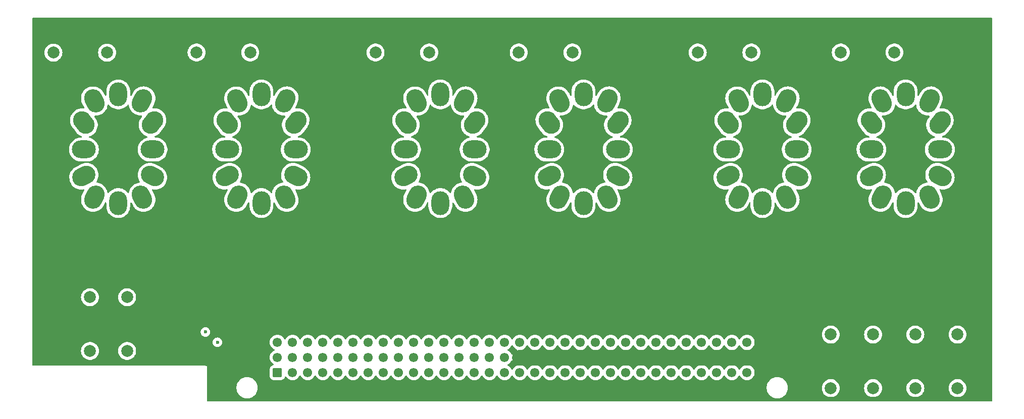
<source format=gbr>
%TF.GenerationSoftware,KiCad,Pcbnew,8.0.8*%
%TF.CreationDate,2025-04-22T21:40:41-07:00*%
%TF.ProjectId,display,64697370-6c61-4792-9e6b-696361645f70,rev?*%
%TF.SameCoordinates,Original*%
%TF.FileFunction,Copper,L3,Inr*%
%TF.FilePolarity,Positive*%
%FSLAX46Y46*%
G04 Gerber Fmt 4.6, Leading zero omitted, Abs format (unit mm)*
G04 Created by KiCad (PCBNEW 8.0.8) date 2025-04-22 21:40:41*
%MOMM*%
%LPD*%
G01*
G04 APERTURE LIST*
G04 Aperture macros list*
%AMRoundRect*
0 Rectangle with rounded corners*
0 $1 Rounding radius*
0 $2 $3 $4 $5 $6 $7 $8 $9 X,Y pos of 4 corners*
0 Add a 4 corners polygon primitive as box body*
4,1,4,$2,$3,$4,$5,$6,$7,$8,$9,$2,$3,0*
0 Add four circle primitives for the rounded corners*
1,1,$1+$1,$2,$3*
1,1,$1+$1,$4,$5*
1,1,$1+$1,$6,$7*
1,1,$1+$1,$8,$9*
0 Add four rect primitives between the rounded corners*
20,1,$1+$1,$2,$3,$4,$5,0*
20,1,$1+$1,$4,$5,$6,$7,0*
20,1,$1+$1,$6,$7,$8,$9,0*
20,1,$1+$1,$8,$9,$2,$3,0*%
%AMHorizOval*
0 Thick line with rounded ends*
0 $1 width*
0 $2 $3 position (X,Y) of the first rounded end (center of the circle)*
0 $4 $5 position (X,Y) of the second rounded end (center of the circle)*
0 Add line between two ends*
20,1,$1,$2,$3,$4,$5,0*
0 Add two circle primitives to create the rounded ends*
1,1,$1,$2,$3*
1,1,$1,$4,$5*%
G04 Aperture macros list end*
%TA.AperFunction,ComponentPad*%
%ADD10HorizOval,3.000000X-0.223880X0.447077X0.223880X-0.447077X0*%
%TD*%
%TA.AperFunction,ComponentPad*%
%ADD11HorizOval,3.000000X-0.447077X0.223880X0.447077X-0.223880X0*%
%TD*%
%TA.AperFunction,ComponentPad*%
%ADD12O,4.000000X3.000000*%
%TD*%
%TA.AperFunction,ComponentPad*%
%ADD13HorizOval,3.000000X-0.307831X-0.394005X0.307831X0.394005X0*%
%TD*%
%TA.AperFunction,ComponentPad*%
%ADD14HorizOval,3.000000X-0.223880X-0.447077X0.223880X0.447077X0*%
%TD*%
%TA.AperFunction,ComponentPad*%
%ADD15O,3.000000X4.000000*%
%TD*%
%TA.AperFunction,ComponentPad*%
%ADD16HorizOval,3.000000X-0.223880X0.447077X0.223880X-0.447077X0*%
%TD*%
%TA.AperFunction,ComponentPad*%
%ADD17HorizOval,3.000000X-0.307831X0.394005X0.307831X-0.394005X0*%
%TD*%
%TA.AperFunction,ComponentPad*%
%ADD18HorizOval,3.000000X0.447077X0.223880X-0.447077X-0.223880X0*%
%TD*%
%TA.AperFunction,ComponentPad*%
%ADD19HorizOval,3.000000X0.223880X0.447077X-0.223880X-0.447077X0*%
%TD*%
%TA.AperFunction,ComponentPad*%
%ADD20C,2.000000*%
%TD*%
%TA.AperFunction,ComponentPad*%
%ADD21RoundRect,0.249999X-0.525001X-0.525001X0.525001X-0.525001X0.525001X0.525001X-0.525001X0.525001X0*%
%TD*%
%TA.AperFunction,ComponentPad*%
%ADD22C,1.550000*%
%TD*%
%TA.AperFunction,ViaPad*%
%ADD23C,0.600000*%
%TD*%
%TA.AperFunction,Conductor*%
%ADD24C,2.600000*%
%TD*%
G04 APERTURE END LIST*
D10*
%TO.N,MD3*%
%TO.C,N3*%
X144303700Y-92450000D03*
D11*
%TO.N,/T3-0*%
X146053700Y-88950000D03*
D12*
%TO.N,/T3-9*%
X146053700Y-84450000D03*
D13*
%TO.N,/T3-8*%
X146053700Y-79950000D03*
D14*
%TO.N,/T3-7*%
X144303700Y-76325000D03*
D15*
%TO.N,/T3-6*%
X140303700Y-75200000D03*
D16*
%TO.N,/T3-5*%
X136303700Y-76325000D03*
D17*
%TO.N,/T3-4*%
X134553700Y-79950000D03*
D12*
%TO.N,/T3-3*%
X134553700Y-84450000D03*
D18*
%TO.N,/T3-2*%
X134553700Y-88950000D03*
D19*
%TO.N,/T3-1*%
X136303700Y-92450000D03*
D15*
%TO.N,unconnected-(N3-NC-Pad12)*%
X140303700Y-93450000D03*
%TD*%
D20*
%TO.N,Net-(N2-A)*%
%TO.C,R2*%
X108424000Y-68170000D03*
%TO.N,Net-(J1-Pin_b1)*%
X99424000Y-68170000D03*
%TD*%
%TO.N,Net-(N1-A)*%
%TO.C,R1*%
X84424000Y-68190000D03*
%TO.N,Net-(J1-Pin_b1)*%
X75424000Y-68190000D03*
%TD*%
%TO.N,MD3*%
%TO.C,R3*%
X138433700Y-68170000D03*
%TO.N,Net-(J1-Pin_b1)*%
X129433700Y-68170000D03*
%TD*%
%TO.N,Net-(N5-A)*%
%TO.C,R11*%
X219946666Y-115530000D03*
%TO.N,Net-(J1-Pin_a32)*%
X219946666Y-124530000D03*
%TD*%
%TO.N,MD4*%
%TO.C,R4*%
X162446800Y-68170000D03*
%TO.N,Net-(J1-Pin_b1)*%
X153446800Y-68170000D03*
%TD*%
%TO.N,Net-(N5-A)*%
%TO.C,R5*%
X192456900Y-68170000D03*
%TO.N,Net-(J1-Pin_b1)*%
X183456900Y-68170000D03*
%TD*%
%TO.N,Net-(N1-A)*%
%TO.C,R7*%
X81560000Y-109270000D03*
%TO.N,Net-(J1-Pin_c2)*%
X81560000Y-118270000D03*
%TD*%
D10*
%TO.N,MD4*%
%TO.C,N4*%
X168316800Y-92450000D03*
D11*
%TO.N,/T4-0*%
X170066800Y-88950000D03*
D12*
%TO.N,/T4-9*%
X170066800Y-84450000D03*
D13*
%TO.N,/T4-8*%
X170066800Y-79950000D03*
D14*
%TO.N,/T4-7*%
X168316800Y-76325000D03*
D15*
%TO.N,/T4-6*%
X164316800Y-75200000D03*
D16*
%TO.N,/T4-5*%
X160316800Y-76325000D03*
D17*
%TO.N,/T4-4*%
X158566800Y-79950000D03*
D12*
%TO.N,/T4-3*%
X158566800Y-84450000D03*
D18*
%TO.N,/T4-2*%
X158566800Y-88950000D03*
D19*
%TO.N,/T4-1*%
X160316800Y-92450000D03*
D15*
%TO.N,unconnected-(N4-NC-Pad12)*%
X164316800Y-93450000D03*
%TD*%
D10*
%TO.N,Net-(N2-A)*%
%TO.C,N2*%
X114304000Y-92450000D03*
D11*
%TO.N,/T2-0*%
X116054000Y-88950000D03*
D12*
%TO.N,/T2-9*%
X116054000Y-84450000D03*
D13*
%TO.N,/T2-8*%
X116054000Y-79950000D03*
D14*
%TO.N,/T2-7*%
X114304000Y-76325000D03*
D15*
%TO.N,/T2-6*%
X110304000Y-75200000D03*
D16*
%TO.N,/T2-5*%
X106304000Y-76325000D03*
D17*
%TO.N,/T2-4*%
X104554000Y-79950000D03*
D12*
%TO.N,/T2-3*%
X104554000Y-84450000D03*
D18*
%TO.N,/T2-2*%
X104554000Y-88950000D03*
D19*
%TO.N,/T2-1*%
X106304000Y-92450000D03*
D15*
%TO.N,unconnected-(N2-NC-Pad12)*%
X110304000Y-93450000D03*
%TD*%
D10*
%TO.N,Net-(N5-A)*%
%TO.C,N5*%
X198316900Y-92450000D03*
D11*
%TO.N,/T5-0*%
X200066900Y-88950000D03*
D12*
%TO.N,/T5-9*%
X200066900Y-84450000D03*
D13*
%TO.N,/T5-8*%
X200066900Y-79950000D03*
D14*
%TO.N,/T5-7*%
X198316900Y-76325000D03*
D15*
%TO.N,/T5-6*%
X194316900Y-75200000D03*
D16*
%TO.N,/T5-5*%
X190316900Y-76325000D03*
D17*
%TO.N,/T5-4*%
X188566900Y-79950000D03*
D12*
%TO.N,/T5-3*%
X188566900Y-84450000D03*
D18*
%TO.N,/T5-2*%
X188566900Y-88950000D03*
D19*
%TO.N,/T5-1*%
X190316900Y-92450000D03*
D15*
%TO.N,unconnected-(N5-NC-Pad12)*%
X194316900Y-93450000D03*
%TD*%
D20*
%TO.N,Net-(N6-A)*%
%TO.C,R6*%
X216450000Y-68160000D03*
%TO.N,Net-(J1-Pin_b1)*%
X207450000Y-68160000D03*
%TD*%
D10*
%TO.N,Net-(N1-A)*%
%TO.C,N1*%
X90296452Y-92450000D03*
D11*
%TO.N,/T1-0*%
X92046452Y-88950000D03*
D12*
%TO.N,/T1-9*%
X92046452Y-84450000D03*
D13*
%TO.N,/T1-8*%
X92046452Y-79950000D03*
D14*
%TO.N,/T1-7*%
X90296452Y-76325000D03*
D15*
%TO.N,/T1-6*%
X86296452Y-75200000D03*
D16*
%TO.N,/T1-5*%
X82296452Y-76325000D03*
D17*
%TO.N,/T1-4*%
X80546452Y-79950000D03*
D12*
%TO.N,/T1-3*%
X80546452Y-84450000D03*
D18*
%TO.N,/T1-2*%
X80546452Y-88950000D03*
D19*
%TO.N,/T1-1*%
X82296452Y-92450000D03*
D15*
%TO.N,unconnected-(N1-NC-Pad12)*%
X86296452Y-93450000D03*
%TD*%
D20*
%TO.N,Net-(N2-A)*%
%TO.C,R8*%
X87780000Y-109270000D03*
%TO.N,Net-(J1-Pin_c1)*%
X87780000Y-118270000D03*
%TD*%
%TO.N,MD4*%
%TO.C,R10*%
X212863333Y-115530000D03*
%TO.N,Net-(J1-Pin_a31)*%
X212863333Y-124530000D03*
%TD*%
%TO.N,MD3*%
%TO.C,R9*%
X205780000Y-115530000D03*
%TO.N,Net-(J1-Pin_a31)*%
X205780000Y-124530000D03*
%TD*%
D10*
%TO.N,Net-(N6-A)*%
%TO.C,N6*%
X222330000Y-92450000D03*
D11*
%TO.N,/T6-0*%
X224080000Y-88950000D03*
D12*
%TO.N,/T6-9*%
X224080000Y-84450000D03*
D13*
%TO.N,/T6-8*%
X224080000Y-79950000D03*
D14*
%TO.N,/T6-7*%
X222330000Y-76325000D03*
D15*
%TO.N,/T6-6*%
X218330000Y-75200000D03*
D16*
%TO.N,/T6-5*%
X214330000Y-76325000D03*
D17*
%TO.N,/T6-4*%
X212580000Y-79950000D03*
D12*
%TO.N,/T6-3*%
X212580000Y-84450000D03*
D18*
%TO.N,/T6-2*%
X212580000Y-88950000D03*
D19*
%TO.N,/T6-1*%
X214330000Y-92450000D03*
D15*
%TO.N,unconnected-(N6-NC-Pad12)*%
X218330000Y-93450000D03*
%TD*%
D20*
%TO.N,Net-(N6-A)*%
%TO.C,R12*%
X227030000Y-115530000D03*
%TO.N,Net-(J1-Pin_a32)*%
X227030000Y-124530000D03*
%TD*%
D21*
%TO.N,/T1-5*%
%TO.C,J1*%
X112980000Y-121920000D03*
D22*
%TO.N,/T1-4*%
X115520000Y-121920000D03*
%TO.N,/T1-3*%
X118060000Y-121920000D03*
%TO.N,/T1-2*%
X120600000Y-121920000D03*
%TO.N,/T1-1*%
X123140000Y-121920000D03*
%TO.N,/T1-0*%
X125680000Y-121920000D03*
%TO.N,/T1-9*%
X128220000Y-121920000D03*
%TO.N,/T1-8*%
X130760000Y-121920000D03*
%TO.N,/T1-7*%
X133300000Y-121920000D03*
%TO.N,/T1-6*%
X135840000Y-121920000D03*
%TO.N,/T2-5*%
X138380000Y-121920000D03*
%TO.N,/T2-4*%
X140920000Y-121920000D03*
%TO.N,/T2-3*%
X143460000Y-121920000D03*
%TO.N,/T2-2*%
X146000000Y-121920000D03*
%TO.N,/T2-1*%
X148540000Y-121920000D03*
%TO.N,/T2-0*%
X151080000Y-121920000D03*
%TO.N,/T2-9*%
X153620000Y-121920000D03*
%TO.N,/T2-8*%
X156160000Y-121920000D03*
%TO.N,/T2-7*%
X158700000Y-121920000D03*
%TO.N,/T2-6*%
X161240000Y-121920000D03*
%TO.N,/T3-5*%
X163780000Y-121920000D03*
%TO.N,/T3-4*%
X166320000Y-121920000D03*
%TO.N,/T3-3*%
X168860000Y-121920000D03*
%TO.N,/T3-2*%
X171400000Y-121920000D03*
%TO.N,/T3-1*%
X173940000Y-121920000D03*
%TO.N,/T3-0*%
X176480000Y-121920000D03*
%TO.N,/T3-9*%
X179020000Y-121920000D03*
%TO.N,/T3-8*%
X181560000Y-121920000D03*
%TO.N,/T3-7*%
X184100000Y-121920000D03*
%TO.N,/T3-6*%
X186640000Y-121920000D03*
%TO.N,Net-(J1-Pin_a31)*%
X189180000Y-121920000D03*
%TO.N,Net-(J1-Pin_a32)*%
X191720000Y-121920000D03*
%TO.N,Net-(J1-Pin_b1)*%
X112980000Y-119380000D03*
X115520000Y-119380000D03*
X118060000Y-119380000D03*
X120600000Y-119380000D03*
X123140000Y-119380000D03*
X125680000Y-119380000D03*
X128220000Y-119380000D03*
X130760000Y-119380000D03*
X133300000Y-119380000D03*
X135840000Y-119380000D03*
X138380000Y-119380000D03*
X140920000Y-119380000D03*
X143460000Y-119380000D03*
X146000000Y-119380000D03*
X148540000Y-119380000D03*
X151080000Y-119380000D03*
%TO.N,GND*%
X153620000Y-119380000D03*
X156160000Y-119380000D03*
X158700000Y-119380000D03*
X161240000Y-119380000D03*
X163780000Y-119380000D03*
X166320000Y-119380000D03*
X168860000Y-119380000D03*
X171400000Y-119380000D03*
X173940000Y-119380000D03*
X176480000Y-119380000D03*
X179020000Y-119380000D03*
X181560000Y-119380000D03*
X184100000Y-119380000D03*
X186640000Y-119380000D03*
X189180000Y-119380000D03*
X191720000Y-119380000D03*
%TO.N,Net-(J1-Pin_c1)*%
X112980000Y-116840000D03*
%TO.N,Net-(J1-Pin_c2)*%
X115520000Y-116840000D03*
%TO.N,/T4-5*%
X118060000Y-116840000D03*
%TO.N,/T4-4*%
X120600000Y-116840000D03*
%TO.N,/T4-3*%
X123140000Y-116840000D03*
%TO.N,/T4-2*%
X125680000Y-116840000D03*
%TO.N,/T4-1*%
X128220000Y-116840000D03*
%TO.N,/T4-0*%
X130760000Y-116840000D03*
%TO.N,/T4-9*%
X133300000Y-116840000D03*
%TO.N,/T4-8*%
X135840000Y-116840000D03*
%TO.N,/T4-7*%
X138380000Y-116840000D03*
%TO.N,/T4-6*%
X140920000Y-116840000D03*
%TO.N,/T5-5*%
X143460000Y-116840000D03*
%TO.N,/T5-4*%
X146000000Y-116840000D03*
%TO.N,/T5-3*%
X148540000Y-116840000D03*
%TO.N,/T5-2*%
X151080000Y-116840000D03*
%TO.N,/T5-1*%
X153620000Y-116840000D03*
%TO.N,/T5-0*%
X156160000Y-116840000D03*
%TO.N,/T5-9*%
X158700000Y-116840000D03*
%TO.N,/T5-8*%
X161240000Y-116840000D03*
%TO.N,/T5-7*%
X163780000Y-116840000D03*
%TO.N,/T5-6*%
X166320000Y-116840000D03*
%TO.N,/T6-5*%
X168860000Y-116840000D03*
%TO.N,/T6-4*%
X171400000Y-116840000D03*
%TO.N,/T6-3*%
X173940000Y-116840000D03*
%TO.N,/T6-2*%
X176480000Y-116840000D03*
%TO.N,/T6-1*%
X179020000Y-116840000D03*
%TO.N,/T6-0*%
X181560000Y-116840000D03*
%TO.N,/T6-9*%
X184100000Y-116840000D03*
%TO.N,/T6-8*%
X186640000Y-116840000D03*
%TO.N,/T6-7*%
X189180000Y-116840000D03*
%TO.N,/T6-6*%
X191720000Y-116840000D03*
%TD*%
D23*
%TO.N,Net-(J1-Pin_c1)*%
X102920000Y-116840000D03*
%TO.N,Net-(J1-Pin_c2)*%
X100910000Y-115110000D03*
%TD*%
D24*
%TO.N,GND*%
X153620000Y-119380000D02*
X195040000Y-119380000D01*
%TD*%
%TA.AperFunction,Conductor*%
%TO.N,GND*%
G36*
X112330937Y-120513381D02*
G01*
X112337378Y-120575622D01*
X112305856Y-120637977D01*
X112254442Y-120670827D01*
X112135665Y-120710186D01*
X112135662Y-120710187D01*
X111986342Y-120802289D01*
X111862289Y-120926342D01*
X111770187Y-121075662D01*
X111770185Y-121075667D01*
X111742349Y-121159669D01*
X111715001Y-121242202D01*
X111715001Y-121242203D01*
X111715000Y-121242203D01*
X111704500Y-121344982D01*
X111704500Y-122495017D01*
X111715000Y-122597796D01*
X111753798Y-122714879D01*
X111770186Y-122764335D01*
X111862288Y-122913656D01*
X111986344Y-123037712D01*
X112135665Y-123129814D01*
X112302202Y-123184999D01*
X112404990Y-123195500D01*
X112404995Y-123195500D01*
X113555005Y-123195500D01*
X113555010Y-123195500D01*
X113657798Y-123184999D01*
X113824335Y-123129814D01*
X113973656Y-123037712D01*
X114097712Y-122913656D01*
X114189814Y-122764335D01*
X114229173Y-122645555D01*
X114268944Y-122588113D01*
X114333460Y-122561290D01*
X114402236Y-122573605D01*
X114448452Y-122613438D01*
X114539178Y-122743007D01*
X114696993Y-122900822D01*
X114879814Y-123028835D01*
X115082087Y-123123156D01*
X115082093Y-123123157D01*
X115082094Y-123123158D01*
X115106935Y-123129814D01*
X115297666Y-123180920D01*
X115464302Y-123195499D01*
X115519999Y-123200372D01*
X115520000Y-123200372D01*
X115520001Y-123200372D01*
X115575686Y-123195500D01*
X115742334Y-123180920D01*
X115957913Y-123123156D01*
X116160186Y-123028835D01*
X116343007Y-122900822D01*
X116500822Y-122743007D01*
X116628835Y-122560186D01*
X116677618Y-122455569D01*
X116723790Y-122403130D01*
X116790983Y-122383978D01*
X116857865Y-122404193D01*
X116902381Y-122455569D01*
X116951165Y-122560186D01*
X117079178Y-122743007D01*
X117236993Y-122900822D01*
X117419814Y-123028835D01*
X117622087Y-123123156D01*
X117622093Y-123123157D01*
X117622094Y-123123158D01*
X117646935Y-123129814D01*
X117837666Y-123180920D01*
X118004302Y-123195499D01*
X118059999Y-123200372D01*
X118060000Y-123200372D01*
X118060001Y-123200372D01*
X118115686Y-123195500D01*
X118282334Y-123180920D01*
X118497913Y-123123156D01*
X118700186Y-123028835D01*
X118883007Y-122900822D01*
X119040822Y-122743007D01*
X119168835Y-122560186D01*
X119217618Y-122455569D01*
X119263790Y-122403130D01*
X119330983Y-122383978D01*
X119397865Y-122404193D01*
X119442381Y-122455569D01*
X119491165Y-122560186D01*
X119619178Y-122743007D01*
X119776993Y-122900822D01*
X119959814Y-123028835D01*
X120162087Y-123123156D01*
X120162093Y-123123157D01*
X120162094Y-123123158D01*
X120186935Y-123129814D01*
X120377666Y-123180920D01*
X120544302Y-123195499D01*
X120599999Y-123200372D01*
X120600000Y-123200372D01*
X120600001Y-123200372D01*
X120655686Y-123195500D01*
X120822334Y-123180920D01*
X121037913Y-123123156D01*
X121240186Y-123028835D01*
X121423007Y-122900822D01*
X121580822Y-122743007D01*
X121708835Y-122560186D01*
X121757618Y-122455569D01*
X121803790Y-122403130D01*
X121870983Y-122383978D01*
X121937865Y-122404193D01*
X121982381Y-122455569D01*
X122031165Y-122560186D01*
X122159178Y-122743007D01*
X122316993Y-122900822D01*
X122499814Y-123028835D01*
X122702087Y-123123156D01*
X122702093Y-123123157D01*
X122702094Y-123123158D01*
X122726935Y-123129814D01*
X122917666Y-123180920D01*
X123084302Y-123195499D01*
X123139999Y-123200372D01*
X123140000Y-123200372D01*
X123140001Y-123200372D01*
X123195686Y-123195500D01*
X123362334Y-123180920D01*
X123577913Y-123123156D01*
X123780186Y-123028835D01*
X123963007Y-122900822D01*
X124120822Y-122743007D01*
X124248835Y-122560186D01*
X124297618Y-122455569D01*
X124343790Y-122403130D01*
X124410983Y-122383978D01*
X124477865Y-122404193D01*
X124522381Y-122455569D01*
X124571165Y-122560186D01*
X124699178Y-122743007D01*
X124856993Y-122900822D01*
X125039814Y-123028835D01*
X125242087Y-123123156D01*
X125242093Y-123123157D01*
X125242094Y-123123158D01*
X125266935Y-123129814D01*
X125457666Y-123180920D01*
X125624302Y-123195499D01*
X125679999Y-123200372D01*
X125680000Y-123200372D01*
X125680001Y-123200372D01*
X125735686Y-123195500D01*
X125902334Y-123180920D01*
X126117913Y-123123156D01*
X126320186Y-123028835D01*
X126503007Y-122900822D01*
X126660822Y-122743007D01*
X126788835Y-122560186D01*
X126837618Y-122455569D01*
X126883790Y-122403130D01*
X126950983Y-122383978D01*
X127017865Y-122404193D01*
X127062381Y-122455569D01*
X127111165Y-122560186D01*
X127239178Y-122743007D01*
X127396993Y-122900822D01*
X127579814Y-123028835D01*
X127782087Y-123123156D01*
X127782093Y-123123157D01*
X127782094Y-123123158D01*
X127806935Y-123129814D01*
X127997666Y-123180920D01*
X128164302Y-123195499D01*
X128219999Y-123200372D01*
X128220000Y-123200372D01*
X128220001Y-123200372D01*
X128275686Y-123195500D01*
X128442334Y-123180920D01*
X128657913Y-123123156D01*
X128860186Y-123028835D01*
X129043007Y-122900822D01*
X129200822Y-122743007D01*
X129328835Y-122560186D01*
X129377618Y-122455569D01*
X129423790Y-122403130D01*
X129490983Y-122383978D01*
X129557865Y-122404193D01*
X129602381Y-122455569D01*
X129651165Y-122560186D01*
X129779178Y-122743007D01*
X129936993Y-122900822D01*
X130119814Y-123028835D01*
X130322087Y-123123156D01*
X130322093Y-123123157D01*
X130322094Y-123123158D01*
X130346935Y-123129814D01*
X130537666Y-123180920D01*
X130704302Y-123195499D01*
X130759999Y-123200372D01*
X130760000Y-123200372D01*
X130760001Y-123200372D01*
X130815686Y-123195500D01*
X130982334Y-123180920D01*
X131197913Y-123123156D01*
X131400186Y-123028835D01*
X131583007Y-122900822D01*
X131740822Y-122743007D01*
X131868835Y-122560186D01*
X131917618Y-122455569D01*
X131963790Y-122403130D01*
X132030983Y-122383978D01*
X132097865Y-122404193D01*
X132142381Y-122455569D01*
X132191165Y-122560186D01*
X132319178Y-122743007D01*
X132476993Y-122900822D01*
X132659814Y-123028835D01*
X132862087Y-123123156D01*
X132862093Y-123123157D01*
X132862094Y-123123158D01*
X132886935Y-123129814D01*
X133077666Y-123180920D01*
X133244302Y-123195499D01*
X133299999Y-123200372D01*
X133300000Y-123200372D01*
X133300001Y-123200372D01*
X133355686Y-123195500D01*
X133522334Y-123180920D01*
X133737913Y-123123156D01*
X133940186Y-123028835D01*
X134123007Y-122900822D01*
X134280822Y-122743007D01*
X134408835Y-122560186D01*
X134457618Y-122455569D01*
X134503790Y-122403130D01*
X134570983Y-122383978D01*
X134637865Y-122404193D01*
X134682381Y-122455569D01*
X134731165Y-122560186D01*
X134859178Y-122743007D01*
X135016993Y-122900822D01*
X135199814Y-123028835D01*
X135402087Y-123123156D01*
X135402093Y-123123157D01*
X135402094Y-123123158D01*
X135426935Y-123129814D01*
X135617666Y-123180920D01*
X135784302Y-123195499D01*
X135839999Y-123200372D01*
X135840000Y-123200372D01*
X135840001Y-123200372D01*
X135895686Y-123195500D01*
X136062334Y-123180920D01*
X136277913Y-123123156D01*
X136480186Y-123028835D01*
X136663007Y-122900822D01*
X136820822Y-122743007D01*
X136948835Y-122560186D01*
X136997618Y-122455569D01*
X137043790Y-122403130D01*
X137110983Y-122383978D01*
X137177865Y-122404193D01*
X137222381Y-122455569D01*
X137271165Y-122560186D01*
X137399178Y-122743007D01*
X137556993Y-122900822D01*
X137739814Y-123028835D01*
X137942087Y-123123156D01*
X137942093Y-123123157D01*
X137942094Y-123123158D01*
X137966935Y-123129814D01*
X138157666Y-123180920D01*
X138324302Y-123195499D01*
X138379999Y-123200372D01*
X138380000Y-123200372D01*
X138380001Y-123200372D01*
X138435686Y-123195500D01*
X138602334Y-123180920D01*
X138817913Y-123123156D01*
X139020186Y-123028835D01*
X139203007Y-122900822D01*
X139360822Y-122743007D01*
X139488835Y-122560186D01*
X139537618Y-122455569D01*
X139583790Y-122403130D01*
X139650983Y-122383978D01*
X139717865Y-122404193D01*
X139762381Y-122455569D01*
X139811165Y-122560186D01*
X139939178Y-122743007D01*
X140096993Y-122900822D01*
X140279814Y-123028835D01*
X140482087Y-123123156D01*
X140482093Y-123123157D01*
X140482094Y-123123158D01*
X140506935Y-123129814D01*
X140697666Y-123180920D01*
X140864302Y-123195499D01*
X140919999Y-123200372D01*
X140920000Y-123200372D01*
X140920001Y-123200372D01*
X140975686Y-123195500D01*
X141142334Y-123180920D01*
X141357913Y-123123156D01*
X141560186Y-123028835D01*
X141743007Y-122900822D01*
X141900822Y-122743007D01*
X142028835Y-122560186D01*
X142077618Y-122455569D01*
X142123790Y-122403130D01*
X142190983Y-122383978D01*
X142257865Y-122404193D01*
X142302381Y-122455569D01*
X142351165Y-122560186D01*
X142479178Y-122743007D01*
X142636993Y-122900822D01*
X142819814Y-123028835D01*
X143022087Y-123123156D01*
X143022093Y-123123157D01*
X143022094Y-123123158D01*
X143046935Y-123129814D01*
X143237666Y-123180920D01*
X143404302Y-123195499D01*
X143459999Y-123200372D01*
X143460000Y-123200372D01*
X143460001Y-123200372D01*
X143515686Y-123195500D01*
X143682334Y-123180920D01*
X143897913Y-123123156D01*
X144100186Y-123028835D01*
X144283007Y-122900822D01*
X144440822Y-122743007D01*
X144568835Y-122560186D01*
X144617618Y-122455569D01*
X144663790Y-122403130D01*
X144730983Y-122383978D01*
X144797865Y-122404193D01*
X144842381Y-122455569D01*
X144891165Y-122560186D01*
X145019178Y-122743007D01*
X145176993Y-122900822D01*
X145359814Y-123028835D01*
X145562087Y-123123156D01*
X145562093Y-123123157D01*
X145562094Y-123123158D01*
X145586935Y-123129814D01*
X145777666Y-123180920D01*
X145944302Y-123195499D01*
X145999999Y-123200372D01*
X146000000Y-123200372D01*
X146000001Y-123200372D01*
X146055686Y-123195500D01*
X146222334Y-123180920D01*
X146437913Y-123123156D01*
X146640186Y-123028835D01*
X146823007Y-122900822D01*
X146980822Y-122743007D01*
X147108835Y-122560186D01*
X147157618Y-122455569D01*
X147203790Y-122403130D01*
X147270983Y-122383978D01*
X147337865Y-122404193D01*
X147382381Y-122455569D01*
X147431165Y-122560186D01*
X147559178Y-122743007D01*
X147716993Y-122900822D01*
X147899814Y-123028835D01*
X148102087Y-123123156D01*
X148102093Y-123123157D01*
X148102094Y-123123158D01*
X148126935Y-123129814D01*
X148317666Y-123180920D01*
X148484302Y-123195499D01*
X148539999Y-123200372D01*
X148540000Y-123200372D01*
X148540001Y-123200372D01*
X148595686Y-123195500D01*
X148762334Y-123180920D01*
X148977913Y-123123156D01*
X149180186Y-123028835D01*
X149363007Y-122900822D01*
X149520822Y-122743007D01*
X149648835Y-122560186D01*
X149697618Y-122455569D01*
X149743790Y-122403130D01*
X149810983Y-122383978D01*
X149877865Y-122404193D01*
X149922381Y-122455569D01*
X149971165Y-122560186D01*
X150099178Y-122743007D01*
X150256993Y-122900822D01*
X150439814Y-123028835D01*
X150642087Y-123123156D01*
X150642093Y-123123157D01*
X150642094Y-123123158D01*
X150666935Y-123129814D01*
X150857666Y-123180920D01*
X151024302Y-123195499D01*
X151079999Y-123200372D01*
X151080000Y-123200372D01*
X151080001Y-123200372D01*
X151135686Y-123195500D01*
X151302334Y-123180920D01*
X151517913Y-123123156D01*
X151720186Y-123028835D01*
X151903007Y-122900822D01*
X152060822Y-122743007D01*
X152188835Y-122560186D01*
X152237618Y-122455569D01*
X152283790Y-122403130D01*
X152350983Y-122383978D01*
X152417865Y-122404193D01*
X152462381Y-122455569D01*
X152511165Y-122560186D01*
X152639178Y-122743007D01*
X152796993Y-122900822D01*
X152979814Y-123028835D01*
X153182087Y-123123156D01*
X153182093Y-123123157D01*
X153182094Y-123123158D01*
X153206935Y-123129814D01*
X153397666Y-123180920D01*
X153564302Y-123195499D01*
X153619999Y-123200372D01*
X153620000Y-123200372D01*
X153620001Y-123200372D01*
X153675686Y-123195500D01*
X153842334Y-123180920D01*
X154057913Y-123123156D01*
X154260186Y-123028835D01*
X154443007Y-122900822D01*
X154600822Y-122743007D01*
X154728835Y-122560186D01*
X154777618Y-122455569D01*
X154823790Y-122403130D01*
X154890983Y-122383978D01*
X154957865Y-122404193D01*
X155002381Y-122455569D01*
X155051165Y-122560186D01*
X155179178Y-122743007D01*
X155336993Y-122900822D01*
X155519814Y-123028835D01*
X155722087Y-123123156D01*
X155722093Y-123123157D01*
X155722094Y-123123158D01*
X155746935Y-123129814D01*
X155937666Y-123180920D01*
X156104302Y-123195499D01*
X156159999Y-123200372D01*
X156160000Y-123200372D01*
X156160001Y-123200372D01*
X156215686Y-123195500D01*
X156382334Y-123180920D01*
X156597913Y-123123156D01*
X156800186Y-123028835D01*
X156983007Y-122900822D01*
X157140822Y-122743007D01*
X157268835Y-122560186D01*
X157317618Y-122455569D01*
X157363790Y-122403130D01*
X157430983Y-122383978D01*
X157497865Y-122404193D01*
X157542381Y-122455569D01*
X157591165Y-122560186D01*
X157719178Y-122743007D01*
X157876993Y-122900822D01*
X158059814Y-123028835D01*
X158262087Y-123123156D01*
X158262093Y-123123157D01*
X158262094Y-123123158D01*
X158286935Y-123129814D01*
X158477666Y-123180920D01*
X158644302Y-123195499D01*
X158699999Y-123200372D01*
X158700000Y-123200372D01*
X158700001Y-123200372D01*
X158755686Y-123195500D01*
X158922334Y-123180920D01*
X159137913Y-123123156D01*
X159340186Y-123028835D01*
X159523007Y-122900822D01*
X159680822Y-122743007D01*
X159808835Y-122560186D01*
X159857618Y-122455569D01*
X159903790Y-122403130D01*
X159970983Y-122383978D01*
X160037865Y-122404193D01*
X160082381Y-122455569D01*
X160131165Y-122560186D01*
X160259178Y-122743007D01*
X160416993Y-122900822D01*
X160599814Y-123028835D01*
X160802087Y-123123156D01*
X160802093Y-123123157D01*
X160802094Y-123123158D01*
X160826935Y-123129814D01*
X161017666Y-123180920D01*
X161184302Y-123195499D01*
X161239999Y-123200372D01*
X161240000Y-123200372D01*
X161240001Y-123200372D01*
X161295686Y-123195500D01*
X161462334Y-123180920D01*
X161677913Y-123123156D01*
X161880186Y-123028835D01*
X162063007Y-122900822D01*
X162220822Y-122743007D01*
X162348835Y-122560186D01*
X162397618Y-122455569D01*
X162443790Y-122403130D01*
X162510983Y-122383978D01*
X162577865Y-122404193D01*
X162622381Y-122455569D01*
X162671165Y-122560186D01*
X162799178Y-122743007D01*
X162956993Y-122900822D01*
X163139814Y-123028835D01*
X163342087Y-123123156D01*
X163342093Y-123123157D01*
X163342094Y-123123158D01*
X163366935Y-123129814D01*
X163557666Y-123180920D01*
X163724302Y-123195499D01*
X163779999Y-123200372D01*
X163780000Y-123200372D01*
X163780001Y-123200372D01*
X163835686Y-123195500D01*
X164002334Y-123180920D01*
X164217913Y-123123156D01*
X164420186Y-123028835D01*
X164603007Y-122900822D01*
X164760822Y-122743007D01*
X164888835Y-122560186D01*
X164937618Y-122455569D01*
X164983790Y-122403130D01*
X165050983Y-122383978D01*
X165117865Y-122404193D01*
X165162381Y-122455569D01*
X165211165Y-122560186D01*
X165339178Y-122743007D01*
X165496993Y-122900822D01*
X165679814Y-123028835D01*
X165882087Y-123123156D01*
X165882093Y-123123157D01*
X165882094Y-123123158D01*
X165906935Y-123129814D01*
X166097666Y-123180920D01*
X166264302Y-123195499D01*
X166319999Y-123200372D01*
X166320000Y-123200372D01*
X166320001Y-123200372D01*
X166375686Y-123195500D01*
X166542334Y-123180920D01*
X166757913Y-123123156D01*
X166960186Y-123028835D01*
X167143007Y-122900822D01*
X167300822Y-122743007D01*
X167428835Y-122560186D01*
X167477618Y-122455569D01*
X167523790Y-122403130D01*
X167590983Y-122383978D01*
X167657865Y-122404193D01*
X167702381Y-122455569D01*
X167751165Y-122560186D01*
X167879178Y-122743007D01*
X168036993Y-122900822D01*
X168219814Y-123028835D01*
X168422087Y-123123156D01*
X168422093Y-123123157D01*
X168422094Y-123123158D01*
X168446935Y-123129814D01*
X168637666Y-123180920D01*
X168804302Y-123195499D01*
X168859999Y-123200372D01*
X168860000Y-123200372D01*
X168860001Y-123200372D01*
X168915686Y-123195500D01*
X169082334Y-123180920D01*
X169297913Y-123123156D01*
X169500186Y-123028835D01*
X169683007Y-122900822D01*
X169840822Y-122743007D01*
X169968835Y-122560186D01*
X170017618Y-122455569D01*
X170063790Y-122403130D01*
X170130983Y-122383978D01*
X170197865Y-122404193D01*
X170242381Y-122455569D01*
X170291165Y-122560186D01*
X170419178Y-122743007D01*
X170576993Y-122900822D01*
X170759814Y-123028835D01*
X170962087Y-123123156D01*
X170962093Y-123123157D01*
X170962094Y-123123158D01*
X170986935Y-123129814D01*
X171177666Y-123180920D01*
X171344302Y-123195499D01*
X171399999Y-123200372D01*
X171400000Y-123200372D01*
X171400001Y-123200372D01*
X171455686Y-123195500D01*
X171622334Y-123180920D01*
X171837913Y-123123156D01*
X172040186Y-123028835D01*
X172223007Y-122900822D01*
X172380822Y-122743007D01*
X172508835Y-122560186D01*
X172557618Y-122455569D01*
X172603790Y-122403130D01*
X172670983Y-122383978D01*
X172737865Y-122404193D01*
X172782381Y-122455569D01*
X172831165Y-122560186D01*
X172959178Y-122743007D01*
X173116993Y-122900822D01*
X173299814Y-123028835D01*
X173502087Y-123123156D01*
X173502093Y-123123157D01*
X173502094Y-123123158D01*
X173526935Y-123129814D01*
X173717666Y-123180920D01*
X173884302Y-123195499D01*
X173939999Y-123200372D01*
X173940000Y-123200372D01*
X173940001Y-123200372D01*
X173995686Y-123195500D01*
X174162334Y-123180920D01*
X174377913Y-123123156D01*
X174580186Y-123028835D01*
X174763007Y-122900822D01*
X174920822Y-122743007D01*
X175048835Y-122560186D01*
X175097618Y-122455569D01*
X175143790Y-122403130D01*
X175210983Y-122383978D01*
X175277865Y-122404193D01*
X175322381Y-122455569D01*
X175371165Y-122560186D01*
X175499178Y-122743007D01*
X175656993Y-122900822D01*
X175839814Y-123028835D01*
X176042087Y-123123156D01*
X176042093Y-123123157D01*
X176042094Y-123123158D01*
X176066935Y-123129814D01*
X176257666Y-123180920D01*
X176424302Y-123195499D01*
X176479999Y-123200372D01*
X176480000Y-123200372D01*
X176480001Y-123200372D01*
X176535686Y-123195500D01*
X176702334Y-123180920D01*
X176917913Y-123123156D01*
X177120186Y-123028835D01*
X177303007Y-122900822D01*
X177460822Y-122743007D01*
X177588835Y-122560186D01*
X177637618Y-122455569D01*
X177683790Y-122403130D01*
X177750983Y-122383978D01*
X177817865Y-122404193D01*
X177862381Y-122455569D01*
X177911165Y-122560186D01*
X178039178Y-122743007D01*
X178196993Y-122900822D01*
X178379814Y-123028835D01*
X178582087Y-123123156D01*
X178582093Y-123123157D01*
X178582094Y-123123158D01*
X178606935Y-123129814D01*
X178797666Y-123180920D01*
X178964302Y-123195499D01*
X179019999Y-123200372D01*
X179020000Y-123200372D01*
X179020001Y-123200372D01*
X179075686Y-123195500D01*
X179242334Y-123180920D01*
X179457913Y-123123156D01*
X179660186Y-123028835D01*
X179843007Y-122900822D01*
X180000822Y-122743007D01*
X180128835Y-122560186D01*
X180177618Y-122455569D01*
X180223790Y-122403130D01*
X180290983Y-122383978D01*
X180357865Y-122404193D01*
X180402381Y-122455569D01*
X180451165Y-122560186D01*
X180579178Y-122743007D01*
X180736993Y-122900822D01*
X180919814Y-123028835D01*
X181122087Y-123123156D01*
X181122093Y-123123157D01*
X181122094Y-123123158D01*
X181146935Y-123129814D01*
X181337666Y-123180920D01*
X181504302Y-123195499D01*
X181559999Y-123200372D01*
X181560000Y-123200372D01*
X181560001Y-123200372D01*
X181615686Y-123195500D01*
X181782334Y-123180920D01*
X181997913Y-123123156D01*
X182200186Y-123028835D01*
X182383007Y-122900822D01*
X182540822Y-122743007D01*
X182668835Y-122560186D01*
X182717618Y-122455569D01*
X182763790Y-122403130D01*
X182830983Y-122383978D01*
X182897865Y-122404193D01*
X182942381Y-122455569D01*
X182991165Y-122560186D01*
X183119178Y-122743007D01*
X183276993Y-122900822D01*
X183459814Y-123028835D01*
X183662087Y-123123156D01*
X183662093Y-123123157D01*
X183662094Y-123123158D01*
X183686935Y-123129814D01*
X183877666Y-123180920D01*
X184044302Y-123195499D01*
X184099999Y-123200372D01*
X184100000Y-123200372D01*
X184100001Y-123200372D01*
X184155686Y-123195500D01*
X184322334Y-123180920D01*
X184537913Y-123123156D01*
X184740186Y-123028835D01*
X184923007Y-122900822D01*
X185080822Y-122743007D01*
X185208835Y-122560186D01*
X185257618Y-122455569D01*
X185303790Y-122403130D01*
X185370983Y-122383978D01*
X185437865Y-122404193D01*
X185482381Y-122455569D01*
X185531165Y-122560186D01*
X185659178Y-122743007D01*
X185816993Y-122900822D01*
X185999814Y-123028835D01*
X186202087Y-123123156D01*
X186202093Y-123123157D01*
X186202094Y-123123158D01*
X186226935Y-123129814D01*
X186417666Y-123180920D01*
X186584302Y-123195499D01*
X186639999Y-123200372D01*
X186640000Y-123200372D01*
X186640001Y-123200372D01*
X186695686Y-123195500D01*
X186862334Y-123180920D01*
X187077913Y-123123156D01*
X187280186Y-123028835D01*
X187463007Y-122900822D01*
X187620822Y-122743007D01*
X187748835Y-122560186D01*
X187797618Y-122455569D01*
X187843790Y-122403130D01*
X187910983Y-122383978D01*
X187977865Y-122404193D01*
X188022381Y-122455569D01*
X188071165Y-122560186D01*
X188199178Y-122743007D01*
X188356993Y-122900822D01*
X188539814Y-123028835D01*
X188742087Y-123123156D01*
X188742093Y-123123157D01*
X188742094Y-123123158D01*
X188766935Y-123129814D01*
X188957666Y-123180920D01*
X189124302Y-123195499D01*
X189179999Y-123200372D01*
X189180000Y-123200372D01*
X189180001Y-123200372D01*
X189235686Y-123195500D01*
X189402334Y-123180920D01*
X189617913Y-123123156D01*
X189820186Y-123028835D01*
X190003007Y-122900822D01*
X190160822Y-122743007D01*
X190288835Y-122560186D01*
X190337618Y-122455569D01*
X190383790Y-122403130D01*
X190450983Y-122383978D01*
X190517865Y-122404193D01*
X190562381Y-122455569D01*
X190611165Y-122560186D01*
X190739178Y-122743007D01*
X190896993Y-122900822D01*
X191079814Y-123028835D01*
X191282087Y-123123156D01*
X191282093Y-123123157D01*
X191282094Y-123123158D01*
X191306935Y-123129814D01*
X191497666Y-123180920D01*
X191664302Y-123195499D01*
X191719999Y-123200372D01*
X191720000Y-123200372D01*
X191720001Y-123200372D01*
X191775686Y-123195500D01*
X191942334Y-123180920D01*
X192157913Y-123123156D01*
X192360186Y-123028835D01*
X192543007Y-122900822D01*
X192700822Y-122743007D01*
X192828835Y-122560186D01*
X192923156Y-122357913D01*
X192980920Y-122142334D01*
X193000372Y-121920000D01*
X192980920Y-121697666D01*
X192937060Y-121533980D01*
X192923158Y-121482094D01*
X192923157Y-121482093D01*
X192923156Y-121482087D01*
X192828835Y-121279814D01*
X192700822Y-121096993D01*
X192543007Y-120939178D01*
X192360186Y-120811165D01*
X192157913Y-120716844D01*
X192157909Y-120716843D01*
X192157905Y-120716841D01*
X191942339Y-120659081D01*
X191942329Y-120659079D01*
X191720001Y-120639628D01*
X191719999Y-120639628D01*
X191497670Y-120659079D01*
X191497660Y-120659081D01*
X191282094Y-120716841D01*
X191282087Y-120716843D01*
X191282087Y-120716844D01*
X191079814Y-120811165D01*
X190896993Y-120939178D01*
X190896991Y-120939179D01*
X190896988Y-120939182D01*
X190739182Y-121096988D01*
X190611164Y-121279814D01*
X190562382Y-121384430D01*
X190516210Y-121436869D01*
X190449016Y-121456021D01*
X190382135Y-121435805D01*
X190337618Y-121384430D01*
X190288835Y-121279814D01*
X190282093Y-121270186D01*
X190160822Y-121096993D01*
X190003007Y-120939178D01*
X189820186Y-120811165D01*
X189617913Y-120716844D01*
X189617909Y-120716843D01*
X189617905Y-120716841D01*
X189402339Y-120659081D01*
X189402329Y-120659079D01*
X189180001Y-120639628D01*
X189179999Y-120639628D01*
X188957670Y-120659079D01*
X188957660Y-120659081D01*
X188742094Y-120716841D01*
X188742087Y-120716843D01*
X188742087Y-120716844D01*
X188539814Y-120811165D01*
X188356993Y-120939178D01*
X188356991Y-120939179D01*
X188356988Y-120939182D01*
X188199182Y-121096988D01*
X188071164Y-121279814D01*
X188022382Y-121384430D01*
X187976210Y-121436869D01*
X187909016Y-121456021D01*
X187842135Y-121435805D01*
X187797618Y-121384430D01*
X187748835Y-121279814D01*
X187742093Y-121270186D01*
X187620822Y-121096993D01*
X187463007Y-120939178D01*
X187280186Y-120811165D01*
X187077913Y-120716844D01*
X187077909Y-120716843D01*
X187077905Y-120716841D01*
X186862339Y-120659081D01*
X186862329Y-120659079D01*
X186640001Y-120639628D01*
X186639999Y-120639628D01*
X186417670Y-120659079D01*
X186417660Y-120659081D01*
X186202094Y-120716841D01*
X186202087Y-120716843D01*
X186202087Y-120716844D01*
X185999814Y-120811165D01*
X185816993Y-120939178D01*
X185816991Y-120939179D01*
X185816988Y-120939182D01*
X185659182Y-121096988D01*
X185531164Y-121279814D01*
X185482382Y-121384430D01*
X185436210Y-121436869D01*
X185369016Y-121456021D01*
X185302135Y-121435805D01*
X185257618Y-121384430D01*
X185208835Y-121279814D01*
X185202093Y-121270186D01*
X185080822Y-121096993D01*
X184923007Y-120939178D01*
X184740186Y-120811165D01*
X184537913Y-120716844D01*
X184537909Y-120716843D01*
X184537905Y-120716841D01*
X184322339Y-120659081D01*
X184322329Y-120659079D01*
X184100001Y-120639628D01*
X184099999Y-120639628D01*
X183877670Y-120659079D01*
X183877660Y-120659081D01*
X183662094Y-120716841D01*
X183662087Y-120716843D01*
X183662087Y-120716844D01*
X183459814Y-120811165D01*
X183276993Y-120939178D01*
X183276991Y-120939179D01*
X183276988Y-120939182D01*
X183119182Y-121096988D01*
X182991164Y-121279814D01*
X182942382Y-121384430D01*
X182896210Y-121436869D01*
X182829016Y-121456021D01*
X182762135Y-121435805D01*
X182717618Y-121384430D01*
X182668835Y-121279814D01*
X182662093Y-121270186D01*
X182540822Y-121096993D01*
X182383007Y-120939178D01*
X182200186Y-120811165D01*
X181997913Y-120716844D01*
X181997909Y-120716843D01*
X181997905Y-120716841D01*
X181782339Y-120659081D01*
X181782329Y-120659079D01*
X181560001Y-120639628D01*
X181559999Y-120639628D01*
X181337670Y-120659079D01*
X181337660Y-120659081D01*
X181122094Y-120716841D01*
X181122087Y-120716843D01*
X181122087Y-120716844D01*
X180919814Y-120811165D01*
X180736993Y-120939178D01*
X180736991Y-120939179D01*
X180736988Y-120939182D01*
X180579182Y-121096988D01*
X180451164Y-121279814D01*
X180402382Y-121384430D01*
X180356210Y-121436869D01*
X180289016Y-121456021D01*
X180222135Y-121435805D01*
X180177618Y-121384430D01*
X180128835Y-121279814D01*
X180122093Y-121270186D01*
X180000822Y-121096993D01*
X179843007Y-120939178D01*
X179660186Y-120811165D01*
X179457913Y-120716844D01*
X179457909Y-120716843D01*
X179457905Y-120716841D01*
X179242339Y-120659081D01*
X179242329Y-120659079D01*
X179020001Y-120639628D01*
X179019999Y-120639628D01*
X178797670Y-120659079D01*
X178797660Y-120659081D01*
X178582094Y-120716841D01*
X178582087Y-120716843D01*
X178582087Y-120716844D01*
X178379814Y-120811165D01*
X178196993Y-120939178D01*
X178196991Y-120939179D01*
X178196988Y-120939182D01*
X178039182Y-121096988D01*
X177911164Y-121279814D01*
X177862382Y-121384430D01*
X177816210Y-121436869D01*
X177749016Y-121456021D01*
X177682135Y-121435805D01*
X177637618Y-121384430D01*
X177588835Y-121279814D01*
X177582093Y-121270186D01*
X177460822Y-121096993D01*
X177303007Y-120939178D01*
X177120186Y-120811165D01*
X176917913Y-120716844D01*
X176917909Y-120716843D01*
X176917905Y-120716841D01*
X176702339Y-120659081D01*
X176702329Y-120659079D01*
X176480001Y-120639628D01*
X176479999Y-120639628D01*
X176257670Y-120659079D01*
X176257660Y-120659081D01*
X176042094Y-120716841D01*
X176042087Y-120716843D01*
X176042087Y-120716844D01*
X175839814Y-120811165D01*
X175656993Y-120939178D01*
X175656991Y-120939179D01*
X175656988Y-120939182D01*
X175499182Y-121096988D01*
X175371164Y-121279814D01*
X175322382Y-121384430D01*
X175276210Y-121436869D01*
X175209016Y-121456021D01*
X175142135Y-121435805D01*
X175097618Y-121384430D01*
X175048835Y-121279814D01*
X175042093Y-121270186D01*
X174920822Y-121096993D01*
X174763007Y-120939178D01*
X174580186Y-120811165D01*
X174377913Y-120716844D01*
X174377909Y-120716843D01*
X174377905Y-120716841D01*
X174162339Y-120659081D01*
X174162329Y-120659079D01*
X173940001Y-120639628D01*
X173939999Y-120639628D01*
X173717670Y-120659079D01*
X173717660Y-120659081D01*
X173502094Y-120716841D01*
X173502087Y-120716843D01*
X173502087Y-120716844D01*
X173299814Y-120811165D01*
X173116993Y-120939178D01*
X173116991Y-120939179D01*
X173116988Y-120939182D01*
X172959182Y-121096988D01*
X172831164Y-121279814D01*
X172782382Y-121384430D01*
X172736210Y-121436869D01*
X172669016Y-121456021D01*
X172602135Y-121435805D01*
X172557618Y-121384430D01*
X172508835Y-121279814D01*
X172502093Y-121270186D01*
X172380822Y-121096993D01*
X172223007Y-120939178D01*
X172040186Y-120811165D01*
X171837913Y-120716844D01*
X171837909Y-120716843D01*
X171837905Y-120716841D01*
X171622339Y-120659081D01*
X171622329Y-120659079D01*
X171400001Y-120639628D01*
X171399999Y-120639628D01*
X171177670Y-120659079D01*
X171177660Y-120659081D01*
X170962094Y-120716841D01*
X170962087Y-120716843D01*
X170962087Y-120716844D01*
X170759814Y-120811165D01*
X170576993Y-120939178D01*
X170576991Y-120939179D01*
X170576988Y-120939182D01*
X170419182Y-121096988D01*
X170291164Y-121279814D01*
X170242382Y-121384430D01*
X170196210Y-121436869D01*
X170129016Y-121456021D01*
X170062135Y-121435805D01*
X170017618Y-121384430D01*
X169968835Y-121279814D01*
X169962093Y-121270186D01*
X169840822Y-121096993D01*
X169683007Y-120939178D01*
X169500186Y-120811165D01*
X169297913Y-120716844D01*
X169297909Y-120716843D01*
X169297905Y-120716841D01*
X169082339Y-120659081D01*
X169082329Y-120659079D01*
X168860001Y-120639628D01*
X168859999Y-120639628D01*
X168637670Y-120659079D01*
X168637660Y-120659081D01*
X168422094Y-120716841D01*
X168422087Y-120716843D01*
X168422087Y-120716844D01*
X168219814Y-120811165D01*
X168036993Y-120939178D01*
X168036991Y-120939179D01*
X168036988Y-120939182D01*
X167879182Y-121096988D01*
X167751164Y-121279814D01*
X167702382Y-121384430D01*
X167656210Y-121436869D01*
X167589016Y-121456021D01*
X167522135Y-121435805D01*
X167477618Y-121384430D01*
X167428835Y-121279814D01*
X167422093Y-121270186D01*
X167300822Y-121096993D01*
X167143007Y-120939178D01*
X166960186Y-120811165D01*
X166757913Y-120716844D01*
X166757909Y-120716843D01*
X166757905Y-120716841D01*
X166542339Y-120659081D01*
X166542329Y-120659079D01*
X166320001Y-120639628D01*
X166319999Y-120639628D01*
X166097670Y-120659079D01*
X166097660Y-120659081D01*
X165882094Y-120716841D01*
X165882087Y-120716843D01*
X165882087Y-120716844D01*
X165679814Y-120811165D01*
X165496993Y-120939178D01*
X165496991Y-120939179D01*
X165496988Y-120939182D01*
X165339182Y-121096988D01*
X165211164Y-121279814D01*
X165162382Y-121384430D01*
X165116210Y-121436869D01*
X165049016Y-121456021D01*
X164982135Y-121435805D01*
X164937618Y-121384430D01*
X164888835Y-121279814D01*
X164882093Y-121270186D01*
X164760822Y-121096993D01*
X164603007Y-120939178D01*
X164420186Y-120811165D01*
X164217913Y-120716844D01*
X164217909Y-120716843D01*
X164217905Y-120716841D01*
X164002339Y-120659081D01*
X164002329Y-120659079D01*
X163780001Y-120639628D01*
X163779999Y-120639628D01*
X163557670Y-120659079D01*
X163557660Y-120659081D01*
X163342094Y-120716841D01*
X163342087Y-120716843D01*
X163342087Y-120716844D01*
X163139814Y-120811165D01*
X162956993Y-120939178D01*
X162956991Y-120939179D01*
X162956988Y-120939182D01*
X162799182Y-121096988D01*
X162671164Y-121279814D01*
X162622382Y-121384430D01*
X162576210Y-121436869D01*
X162509016Y-121456021D01*
X162442135Y-121435805D01*
X162397618Y-121384430D01*
X162348835Y-121279814D01*
X162342093Y-121270186D01*
X162220822Y-121096993D01*
X162063007Y-120939178D01*
X161880186Y-120811165D01*
X161677913Y-120716844D01*
X161677909Y-120716843D01*
X161677905Y-120716841D01*
X161462339Y-120659081D01*
X161462329Y-120659079D01*
X161240001Y-120639628D01*
X161239999Y-120639628D01*
X161017670Y-120659079D01*
X161017660Y-120659081D01*
X160802094Y-120716841D01*
X160802087Y-120716843D01*
X160802087Y-120716844D01*
X160599814Y-120811165D01*
X160416993Y-120939178D01*
X160416991Y-120939179D01*
X160416988Y-120939182D01*
X160259182Y-121096988D01*
X160131164Y-121279814D01*
X160082382Y-121384430D01*
X160036210Y-121436869D01*
X159969016Y-121456021D01*
X159902135Y-121435805D01*
X159857618Y-121384430D01*
X159808835Y-121279814D01*
X159802093Y-121270186D01*
X159680822Y-121096993D01*
X159523007Y-120939178D01*
X159340186Y-120811165D01*
X159137913Y-120716844D01*
X159137909Y-120716843D01*
X159137905Y-120716841D01*
X158922339Y-120659081D01*
X158922329Y-120659079D01*
X158700001Y-120639628D01*
X158699999Y-120639628D01*
X158477670Y-120659079D01*
X158477660Y-120659081D01*
X158262094Y-120716841D01*
X158262087Y-120716843D01*
X158262087Y-120716844D01*
X158059814Y-120811165D01*
X157876993Y-120939178D01*
X157876991Y-120939179D01*
X157876988Y-120939182D01*
X157719182Y-121096988D01*
X157591164Y-121279814D01*
X157542382Y-121384430D01*
X157496210Y-121436869D01*
X157429016Y-121456021D01*
X157362135Y-121435805D01*
X157317618Y-121384430D01*
X157268835Y-121279814D01*
X157262093Y-121270186D01*
X157140822Y-121096993D01*
X156983007Y-120939178D01*
X156800186Y-120811165D01*
X156597913Y-120716844D01*
X156597909Y-120716843D01*
X156597905Y-120716841D01*
X156382339Y-120659081D01*
X156382329Y-120659079D01*
X156160001Y-120639628D01*
X156159999Y-120639628D01*
X155937670Y-120659079D01*
X155937660Y-120659081D01*
X155722094Y-120716841D01*
X155722087Y-120716843D01*
X155722087Y-120716844D01*
X155519814Y-120811165D01*
X155336993Y-120939178D01*
X155336991Y-120939179D01*
X155336988Y-120939182D01*
X155179182Y-121096988D01*
X155051164Y-121279814D01*
X155002382Y-121384430D01*
X154956210Y-121436869D01*
X154889016Y-121456021D01*
X154822135Y-121435805D01*
X154777618Y-121384430D01*
X154728835Y-121279814D01*
X154722093Y-121270186D01*
X154600822Y-121096993D01*
X154443007Y-120939178D01*
X154260186Y-120811165D01*
X154057913Y-120716844D01*
X154057909Y-120716843D01*
X154057905Y-120716841D01*
X153842339Y-120659081D01*
X153842329Y-120659079D01*
X153620001Y-120639628D01*
X153619999Y-120639628D01*
X153397670Y-120659079D01*
X153397660Y-120659081D01*
X153182094Y-120716841D01*
X153182087Y-120716843D01*
X153182087Y-120716844D01*
X152979814Y-120811165D01*
X152796993Y-120939178D01*
X152796991Y-120939179D01*
X152796988Y-120939182D01*
X152639182Y-121096988D01*
X152511164Y-121279814D01*
X152462382Y-121384430D01*
X152416210Y-121436869D01*
X152349016Y-121456021D01*
X152282135Y-121435805D01*
X152237618Y-121384430D01*
X152188835Y-121279814D01*
X152182093Y-121270186D01*
X152060822Y-121096993D01*
X151903007Y-120939178D01*
X151720186Y-120811165D01*
X151696242Y-120800000D01*
X151615570Y-120762382D01*
X151563130Y-120716210D01*
X151543978Y-120649017D01*
X151564193Y-120582135D01*
X151615570Y-120537618D01*
X151642003Y-120525292D01*
X232834900Y-120549892D01*
X232834900Y-126616800D01*
X232815215Y-126683839D01*
X232762411Y-126729594D01*
X232710900Y-126740800D01*
X101294000Y-126740800D01*
X101226961Y-126721115D01*
X101181206Y-126668311D01*
X101170000Y-126616800D01*
X101170000Y-124343634D01*
X106124500Y-124343634D01*
X106124500Y-124576365D01*
X106124501Y-124576382D01*
X106154878Y-124807122D01*
X106215120Y-125031947D01*
X106304180Y-125246960D01*
X106304188Y-125246976D01*
X106420553Y-125448524D01*
X106420564Y-125448540D01*
X106562242Y-125633179D01*
X106562248Y-125633186D01*
X106726813Y-125797751D01*
X106726819Y-125797756D01*
X106911468Y-125939442D01*
X106911475Y-125939446D01*
X107113023Y-126055811D01*
X107113039Y-126055819D01*
X107328052Y-126144879D01*
X107328054Y-126144879D01*
X107328060Y-126144882D01*
X107552874Y-126205121D01*
X107783628Y-126235500D01*
X107783635Y-126235500D01*
X108016365Y-126235500D01*
X108016372Y-126235500D01*
X108247126Y-126205121D01*
X108471940Y-126144882D01*
X108529953Y-126120852D01*
X108686960Y-126055819D01*
X108686963Y-126055817D01*
X108686969Y-126055815D01*
X108888532Y-125939442D01*
X109073181Y-125797756D01*
X109237756Y-125633181D01*
X109379442Y-125448532D01*
X109495815Y-125246969D01*
X109495966Y-125246606D01*
X109584879Y-125031947D01*
X109584878Y-125031947D01*
X109584882Y-125031940D01*
X109645121Y-124807126D01*
X109675500Y-124576372D01*
X109675500Y-124343634D01*
X195024500Y-124343634D01*
X195024500Y-124576365D01*
X195024501Y-124576382D01*
X195054878Y-124807122D01*
X195115120Y-125031947D01*
X195204180Y-125246960D01*
X195204188Y-125246976D01*
X195320553Y-125448524D01*
X195320564Y-125448540D01*
X195462242Y-125633179D01*
X195462248Y-125633186D01*
X195626813Y-125797751D01*
X195626819Y-125797756D01*
X195811468Y-125939442D01*
X195811475Y-125939446D01*
X196013023Y-126055811D01*
X196013039Y-126055819D01*
X196228052Y-126144879D01*
X196228054Y-126144879D01*
X196228060Y-126144882D01*
X196452874Y-126205121D01*
X196683628Y-126235500D01*
X196683635Y-126235500D01*
X196916365Y-126235500D01*
X196916372Y-126235500D01*
X197147126Y-126205121D01*
X197371940Y-126144882D01*
X197429953Y-126120852D01*
X197586960Y-126055819D01*
X197586963Y-126055817D01*
X197586969Y-126055815D01*
X197788532Y-125939442D01*
X197973181Y-125797756D01*
X198137756Y-125633181D01*
X198279442Y-125448532D01*
X198395815Y-125246969D01*
X198395966Y-125246606D01*
X198484879Y-125031947D01*
X198484878Y-125031947D01*
X198484882Y-125031940D01*
X198545121Y-124807126D01*
X198575500Y-124576372D01*
X198575500Y-124529994D01*
X204274357Y-124529994D01*
X204274357Y-124530005D01*
X204294890Y-124777812D01*
X204294892Y-124777824D01*
X204355936Y-125018881D01*
X204455826Y-125246606D01*
X204591833Y-125454782D01*
X204591836Y-125454785D01*
X204760256Y-125637738D01*
X204956491Y-125790474D01*
X205175190Y-125908828D01*
X205410386Y-125989571D01*
X205655665Y-126030500D01*
X205904335Y-126030500D01*
X206149614Y-125989571D01*
X206384810Y-125908828D01*
X206603509Y-125790474D01*
X206799744Y-125637738D01*
X206968164Y-125454785D01*
X207104173Y-125246607D01*
X207204063Y-125018881D01*
X207265108Y-124777821D01*
X207285643Y-124530000D01*
X207285643Y-124529994D01*
X211357690Y-124529994D01*
X211357690Y-124530005D01*
X211378223Y-124777812D01*
X211378225Y-124777824D01*
X211439269Y-125018881D01*
X211539159Y-125246606D01*
X211675166Y-125454782D01*
X211675169Y-125454785D01*
X211843589Y-125637738D01*
X212039824Y-125790474D01*
X212258523Y-125908828D01*
X212493719Y-125989571D01*
X212738998Y-126030500D01*
X212987668Y-126030500D01*
X213232947Y-125989571D01*
X213468143Y-125908828D01*
X213686842Y-125790474D01*
X213883077Y-125637738D01*
X214051497Y-125454785D01*
X214187506Y-125246607D01*
X214287396Y-125018881D01*
X214348441Y-124777821D01*
X214368976Y-124530000D01*
X214368976Y-124529994D01*
X218441023Y-124529994D01*
X218441023Y-124530005D01*
X218461556Y-124777812D01*
X218461558Y-124777824D01*
X218522602Y-125018881D01*
X218622492Y-125246606D01*
X218758499Y-125454782D01*
X218758502Y-125454785D01*
X218926922Y-125637738D01*
X219123157Y-125790474D01*
X219341856Y-125908828D01*
X219577052Y-125989571D01*
X219822331Y-126030500D01*
X220071001Y-126030500D01*
X220316280Y-125989571D01*
X220551476Y-125908828D01*
X220770175Y-125790474D01*
X220966410Y-125637738D01*
X221134830Y-125454785D01*
X221270839Y-125246607D01*
X221370729Y-125018881D01*
X221431774Y-124777821D01*
X221452309Y-124530000D01*
X221452309Y-124529994D01*
X225524357Y-124529994D01*
X225524357Y-124530005D01*
X225544890Y-124777812D01*
X225544892Y-124777824D01*
X225605936Y-125018881D01*
X225705826Y-125246606D01*
X225841833Y-125454782D01*
X225841836Y-125454785D01*
X226010256Y-125637738D01*
X226206491Y-125790474D01*
X226425190Y-125908828D01*
X226660386Y-125989571D01*
X226905665Y-126030500D01*
X227154335Y-126030500D01*
X227399614Y-125989571D01*
X227634810Y-125908828D01*
X227853509Y-125790474D01*
X228049744Y-125637738D01*
X228218164Y-125454785D01*
X228354173Y-125246607D01*
X228454063Y-125018881D01*
X228515108Y-124777821D01*
X228535643Y-124530000D01*
X228520200Y-124343634D01*
X228515109Y-124282187D01*
X228515107Y-124282175D01*
X228454063Y-124041118D01*
X228354173Y-123813393D01*
X228218166Y-123605217D01*
X228196557Y-123581744D01*
X228049744Y-123422262D01*
X227853509Y-123269526D01*
X227853507Y-123269525D01*
X227853506Y-123269524D01*
X227634811Y-123151172D01*
X227634802Y-123151169D01*
X227399616Y-123070429D01*
X227154335Y-123029500D01*
X226905665Y-123029500D01*
X226660383Y-123070429D01*
X226425197Y-123151169D01*
X226425188Y-123151172D01*
X226206493Y-123269524D01*
X226010257Y-123422261D01*
X225841833Y-123605217D01*
X225705826Y-123813393D01*
X225605936Y-124041118D01*
X225544892Y-124282175D01*
X225544890Y-124282187D01*
X225524357Y-124529994D01*
X221452309Y-124529994D01*
X221436866Y-124343634D01*
X221431775Y-124282187D01*
X221431773Y-124282175D01*
X221370729Y-124041118D01*
X221270839Y-123813393D01*
X221134832Y-123605217D01*
X221113223Y-123581744D01*
X220966410Y-123422262D01*
X220770175Y-123269526D01*
X220770173Y-123269525D01*
X220770172Y-123269524D01*
X220551477Y-123151172D01*
X220551468Y-123151169D01*
X220316282Y-123070429D01*
X220071001Y-123029500D01*
X219822331Y-123029500D01*
X219577049Y-123070429D01*
X219341863Y-123151169D01*
X219341854Y-123151172D01*
X219123159Y-123269524D01*
X218926923Y-123422261D01*
X218758499Y-123605217D01*
X218622492Y-123813393D01*
X218522602Y-124041118D01*
X218461558Y-124282175D01*
X218461556Y-124282187D01*
X218441023Y-124529994D01*
X214368976Y-124529994D01*
X214353533Y-124343634D01*
X214348442Y-124282187D01*
X214348440Y-124282175D01*
X214287396Y-124041118D01*
X214187506Y-123813393D01*
X214051499Y-123605217D01*
X214029890Y-123581744D01*
X213883077Y-123422262D01*
X213686842Y-123269526D01*
X213686840Y-123269525D01*
X213686839Y-123269524D01*
X213468144Y-123151172D01*
X213468135Y-123151169D01*
X213232949Y-123070429D01*
X212987668Y-123029500D01*
X212738998Y-123029500D01*
X212493716Y-123070429D01*
X212258530Y-123151169D01*
X212258521Y-123151172D01*
X212039826Y-123269524D01*
X211843590Y-123422261D01*
X211675166Y-123605217D01*
X211539159Y-123813393D01*
X211439269Y-124041118D01*
X211378225Y-124282175D01*
X211378223Y-124282187D01*
X211357690Y-124529994D01*
X207285643Y-124529994D01*
X207270200Y-124343634D01*
X207265109Y-124282187D01*
X207265107Y-124282175D01*
X207204063Y-124041118D01*
X207104173Y-123813393D01*
X206968166Y-123605217D01*
X206946557Y-123581744D01*
X206799744Y-123422262D01*
X206603509Y-123269526D01*
X206603507Y-123269525D01*
X206603506Y-123269524D01*
X206384811Y-123151172D01*
X206384802Y-123151169D01*
X206149616Y-123070429D01*
X205904335Y-123029500D01*
X205655665Y-123029500D01*
X205410383Y-123070429D01*
X205175197Y-123151169D01*
X205175188Y-123151172D01*
X204956493Y-123269524D01*
X204760257Y-123422261D01*
X204591833Y-123605217D01*
X204455826Y-123813393D01*
X204355936Y-124041118D01*
X204294892Y-124282175D01*
X204294890Y-124282187D01*
X204274357Y-124529994D01*
X198575500Y-124529994D01*
X198575500Y-124343628D01*
X198545121Y-124112874D01*
X198484882Y-123888060D01*
X198484879Y-123888052D01*
X198395819Y-123673039D01*
X198395811Y-123673023D01*
X198279446Y-123471475D01*
X198279442Y-123471468D01*
X198137756Y-123286819D01*
X198137751Y-123286813D01*
X197973186Y-123122248D01*
X197973179Y-123122242D01*
X197788540Y-122980564D01*
X197788538Y-122980562D01*
X197788532Y-122980558D01*
X197788527Y-122980555D01*
X197788524Y-122980553D01*
X197586976Y-122864188D01*
X197586960Y-122864180D01*
X197371947Y-122775120D01*
X197252115Y-122743011D01*
X197147126Y-122714879D01*
X197147125Y-122714878D01*
X197147122Y-122714878D01*
X196916382Y-122684501D01*
X196916377Y-122684500D01*
X196916372Y-122684500D01*
X196683628Y-122684500D01*
X196683622Y-122684500D01*
X196683617Y-122684501D01*
X196452877Y-122714878D01*
X196228052Y-122775120D01*
X196013039Y-122864180D01*
X196013023Y-122864188D01*
X195811475Y-122980553D01*
X195811459Y-122980564D01*
X195626820Y-123122242D01*
X195626813Y-123122248D01*
X195462248Y-123286813D01*
X195462242Y-123286820D01*
X195320564Y-123471459D01*
X195320553Y-123471475D01*
X195204188Y-123673023D01*
X195204180Y-123673039D01*
X195115120Y-123888052D01*
X195054878Y-124112877D01*
X195024501Y-124343617D01*
X195024500Y-124343634D01*
X109675500Y-124343634D01*
X109675500Y-124343628D01*
X109645121Y-124112874D01*
X109584882Y-123888060D01*
X109584879Y-123888052D01*
X109495819Y-123673039D01*
X109495811Y-123673023D01*
X109379446Y-123471475D01*
X109379442Y-123471468D01*
X109237756Y-123286819D01*
X109237751Y-123286813D01*
X109073186Y-123122248D01*
X109073179Y-123122242D01*
X108888540Y-122980564D01*
X108888538Y-122980562D01*
X108888532Y-122980558D01*
X108888527Y-122980555D01*
X108888524Y-122980553D01*
X108686976Y-122864188D01*
X108686960Y-122864180D01*
X108471947Y-122775120D01*
X108352115Y-122743011D01*
X108247126Y-122714879D01*
X108247125Y-122714878D01*
X108247122Y-122714878D01*
X108016382Y-122684501D01*
X108016377Y-122684500D01*
X108016372Y-122684500D01*
X107783628Y-122684500D01*
X107783622Y-122684500D01*
X107783617Y-122684501D01*
X107552877Y-122714878D01*
X107328052Y-122775120D01*
X107113039Y-122864180D01*
X107113023Y-122864188D01*
X106911475Y-122980553D01*
X106911459Y-122980564D01*
X106726820Y-123122242D01*
X106726813Y-123122248D01*
X106562248Y-123286813D01*
X106562242Y-123286820D01*
X106420564Y-123471459D01*
X106420553Y-123471475D01*
X106304188Y-123673023D01*
X106304180Y-123673039D01*
X106215120Y-123888052D01*
X106154878Y-124112877D01*
X106124501Y-124343617D01*
X106124500Y-124343634D01*
X101170000Y-124343634D01*
X101170000Y-120800000D01*
X101170000Y-120510000D01*
X112330937Y-120513381D01*
G37*
%TD.AperFunction*%
%TD*%
%TA.AperFunction,Conductor*%
%TO.N,GND*%
G36*
X232777939Y-62328885D02*
G01*
X232823694Y-62381689D01*
X232834900Y-62433200D01*
X232834900Y-120549892D01*
X192254682Y-120537597D01*
X192254979Y-120537340D01*
X192359936Y-120488398D01*
X192359941Y-120488395D01*
X192427521Y-120441075D01*
X191849408Y-119862962D01*
X191912993Y-119845925D01*
X192027007Y-119780099D01*
X192120099Y-119687007D01*
X192185925Y-119572993D01*
X192202962Y-119509408D01*
X192781075Y-120087521D01*
X192828395Y-120019941D01*
X192828401Y-120019931D01*
X192922681Y-119817747D01*
X192922685Y-119817736D01*
X192980425Y-119602248D01*
X192980426Y-119602241D01*
X192999870Y-119380001D01*
X192999870Y-119379998D01*
X192980426Y-119157758D01*
X192980425Y-119157751D01*
X192922685Y-118942263D01*
X192922681Y-118942252D01*
X192828401Y-118740068D01*
X192828400Y-118740066D01*
X192781074Y-118672477D01*
X192202962Y-119250590D01*
X192185925Y-119187007D01*
X192120099Y-119072993D01*
X192027007Y-118979901D01*
X191912993Y-118914075D01*
X191849409Y-118897037D01*
X192427521Y-118318924D01*
X192359928Y-118271596D01*
X192254978Y-118222658D01*
X192202538Y-118176486D01*
X192183386Y-118109293D01*
X192203601Y-118042411D01*
X192254978Y-117997894D01*
X192255570Y-117997618D01*
X192360186Y-117948835D01*
X192543007Y-117820822D01*
X192700822Y-117663007D01*
X192828835Y-117480186D01*
X192923156Y-117277913D01*
X192980920Y-117062334D01*
X193000372Y-116840000D01*
X192980920Y-116617666D01*
X192923156Y-116402087D01*
X192828835Y-116199814D01*
X192700822Y-116016993D01*
X192543007Y-115859178D01*
X192360186Y-115731165D01*
X192157913Y-115636844D01*
X192157909Y-115636843D01*
X192157905Y-115636841D01*
X191942339Y-115579081D01*
X191942329Y-115579079D01*
X191720001Y-115559628D01*
X191719999Y-115559628D01*
X191497670Y-115579079D01*
X191497660Y-115579081D01*
X191282094Y-115636841D01*
X191282087Y-115636843D01*
X191282087Y-115636844D01*
X191079814Y-115731165D01*
X190896993Y-115859178D01*
X190896991Y-115859179D01*
X190896988Y-115859182D01*
X190739182Y-116016988D01*
X190611164Y-116199814D01*
X190562382Y-116304430D01*
X190516210Y-116356869D01*
X190449016Y-116376021D01*
X190382135Y-116355805D01*
X190337618Y-116304430D01*
X190288835Y-116199814D01*
X190160822Y-116016993D01*
X190003007Y-115859178D01*
X189820186Y-115731165D01*
X189617913Y-115636844D01*
X189617909Y-115636843D01*
X189617905Y-115636841D01*
X189402339Y-115579081D01*
X189402329Y-115579079D01*
X189180001Y-115559628D01*
X189179999Y-115559628D01*
X188957670Y-115579079D01*
X188957660Y-115579081D01*
X188742094Y-115636841D01*
X188742087Y-115636843D01*
X188742087Y-115636844D01*
X188539814Y-115731165D01*
X188356993Y-115859178D01*
X188356991Y-115859179D01*
X188356988Y-115859182D01*
X188199182Y-116016988D01*
X188071164Y-116199814D01*
X188022382Y-116304430D01*
X187976210Y-116356869D01*
X187909016Y-116376021D01*
X187842135Y-116355805D01*
X187797618Y-116304430D01*
X187748835Y-116199814D01*
X187620822Y-116016993D01*
X187463007Y-115859178D01*
X187280186Y-115731165D01*
X187077913Y-115636844D01*
X187077909Y-115636843D01*
X187077905Y-115636841D01*
X186862339Y-115579081D01*
X186862329Y-115579079D01*
X186640001Y-115559628D01*
X186639999Y-115559628D01*
X186417670Y-115579079D01*
X186417660Y-115579081D01*
X186202094Y-115636841D01*
X186202087Y-115636843D01*
X186202087Y-115636844D01*
X185999814Y-115731165D01*
X185816993Y-115859178D01*
X185816991Y-115859179D01*
X185816988Y-115859182D01*
X185659182Y-116016988D01*
X185531164Y-116199814D01*
X185482382Y-116304430D01*
X185436210Y-116356869D01*
X185369016Y-116376021D01*
X185302135Y-116355805D01*
X185257618Y-116304430D01*
X185208835Y-116199814D01*
X185080822Y-116016993D01*
X184923007Y-115859178D01*
X184740186Y-115731165D01*
X184537913Y-115636844D01*
X184537909Y-115636843D01*
X184537905Y-115636841D01*
X184322339Y-115579081D01*
X184322329Y-115579079D01*
X184100001Y-115559628D01*
X184099999Y-115559628D01*
X183877670Y-115579079D01*
X183877660Y-115579081D01*
X183662094Y-115636841D01*
X183662087Y-115636843D01*
X183662087Y-115636844D01*
X183459814Y-115731165D01*
X183276993Y-115859178D01*
X183276991Y-115859179D01*
X183276988Y-115859182D01*
X183119182Y-116016988D01*
X182991164Y-116199814D01*
X182942382Y-116304430D01*
X182896210Y-116356869D01*
X182829016Y-116376021D01*
X182762135Y-116355805D01*
X182717618Y-116304430D01*
X182668835Y-116199814D01*
X182540822Y-116016993D01*
X182383007Y-115859178D01*
X182200186Y-115731165D01*
X181997913Y-115636844D01*
X181997909Y-115636843D01*
X181997905Y-115636841D01*
X181782339Y-115579081D01*
X181782329Y-115579079D01*
X181560001Y-115559628D01*
X181559999Y-115559628D01*
X181337670Y-115579079D01*
X181337660Y-115579081D01*
X181122094Y-115636841D01*
X181122087Y-115636843D01*
X181122087Y-115636844D01*
X180919814Y-115731165D01*
X180736993Y-115859178D01*
X180736991Y-115859179D01*
X180736988Y-115859182D01*
X180579182Y-116016988D01*
X180451164Y-116199814D01*
X180402382Y-116304430D01*
X180356210Y-116356869D01*
X180289016Y-116376021D01*
X180222135Y-116355805D01*
X180177618Y-116304430D01*
X180128835Y-116199814D01*
X180000822Y-116016993D01*
X179843007Y-115859178D01*
X179660186Y-115731165D01*
X179457913Y-115636844D01*
X179457909Y-115636843D01*
X179457905Y-115636841D01*
X179242339Y-115579081D01*
X179242329Y-115579079D01*
X179020001Y-115559628D01*
X179019999Y-115559628D01*
X178797670Y-115579079D01*
X178797660Y-115579081D01*
X178582094Y-115636841D01*
X178582087Y-115636843D01*
X178582087Y-115636844D01*
X178379814Y-115731165D01*
X178196993Y-115859178D01*
X178196991Y-115859179D01*
X178196988Y-115859182D01*
X178039182Y-116016988D01*
X177911164Y-116199814D01*
X177862382Y-116304430D01*
X177816210Y-116356869D01*
X177749016Y-116376021D01*
X177682135Y-116355805D01*
X177637618Y-116304430D01*
X177588835Y-116199814D01*
X177460822Y-116016993D01*
X177303007Y-115859178D01*
X177120186Y-115731165D01*
X176917913Y-115636844D01*
X176917909Y-115636843D01*
X176917905Y-115636841D01*
X176702339Y-115579081D01*
X176702329Y-115579079D01*
X176480001Y-115559628D01*
X176479999Y-115559628D01*
X176257670Y-115579079D01*
X176257660Y-115579081D01*
X176042094Y-115636841D01*
X176042087Y-115636843D01*
X176042087Y-115636844D01*
X175839814Y-115731165D01*
X175656993Y-115859178D01*
X175656991Y-115859179D01*
X175656988Y-115859182D01*
X175499182Y-116016988D01*
X175371164Y-116199814D01*
X175322382Y-116304430D01*
X175276210Y-116356869D01*
X175209016Y-116376021D01*
X175142135Y-116355805D01*
X175097618Y-116304430D01*
X175048835Y-116199814D01*
X174920822Y-116016993D01*
X174763007Y-115859178D01*
X174580186Y-115731165D01*
X174377913Y-115636844D01*
X174377909Y-115636843D01*
X174377905Y-115636841D01*
X174162339Y-115579081D01*
X174162329Y-115579079D01*
X173940001Y-115559628D01*
X173939999Y-115559628D01*
X173717670Y-115579079D01*
X173717660Y-115579081D01*
X173502094Y-115636841D01*
X173502087Y-115636843D01*
X173502087Y-115636844D01*
X173299814Y-115731165D01*
X173116993Y-115859178D01*
X173116991Y-115859179D01*
X173116988Y-115859182D01*
X172959182Y-116016988D01*
X172831164Y-116199814D01*
X172782382Y-116304430D01*
X172736210Y-116356869D01*
X172669016Y-116376021D01*
X172602135Y-116355805D01*
X172557618Y-116304430D01*
X172508835Y-116199814D01*
X172380822Y-116016993D01*
X172223007Y-115859178D01*
X172040186Y-115731165D01*
X171837913Y-115636844D01*
X171837909Y-115636843D01*
X171837905Y-115636841D01*
X171622339Y-115579081D01*
X171622329Y-115579079D01*
X171400001Y-115559628D01*
X171399999Y-115559628D01*
X171177670Y-115579079D01*
X171177660Y-115579081D01*
X170962094Y-115636841D01*
X170962087Y-115636843D01*
X170962087Y-115636844D01*
X170759814Y-115731165D01*
X170576993Y-115859178D01*
X170576991Y-115859179D01*
X170576988Y-115859182D01*
X170419182Y-116016988D01*
X170291164Y-116199814D01*
X170242382Y-116304430D01*
X170196210Y-116356869D01*
X170129016Y-116376021D01*
X170062135Y-116355805D01*
X170017618Y-116304430D01*
X169968835Y-116199814D01*
X169840822Y-116016993D01*
X169683007Y-115859178D01*
X169500186Y-115731165D01*
X169297913Y-115636844D01*
X169297909Y-115636843D01*
X169297905Y-115636841D01*
X169082339Y-115579081D01*
X169082329Y-115579079D01*
X168860001Y-115559628D01*
X168859999Y-115559628D01*
X168637670Y-115579079D01*
X168637660Y-115579081D01*
X168422094Y-115636841D01*
X168422087Y-115636843D01*
X168422087Y-115636844D01*
X168219814Y-115731165D01*
X168036993Y-115859178D01*
X168036991Y-115859179D01*
X168036988Y-115859182D01*
X167879182Y-116016988D01*
X167751164Y-116199814D01*
X167702382Y-116304430D01*
X167656210Y-116356869D01*
X167589016Y-116376021D01*
X167522135Y-116355805D01*
X167477618Y-116304430D01*
X167428835Y-116199814D01*
X167300822Y-116016993D01*
X167143007Y-115859178D01*
X166960186Y-115731165D01*
X166757913Y-115636844D01*
X166757909Y-115636843D01*
X166757905Y-115636841D01*
X166542339Y-115579081D01*
X166542329Y-115579079D01*
X166320001Y-115559628D01*
X166319999Y-115559628D01*
X166097670Y-115579079D01*
X166097660Y-115579081D01*
X165882094Y-115636841D01*
X165882087Y-115636843D01*
X165882087Y-115636844D01*
X165679814Y-115731165D01*
X165496993Y-115859178D01*
X165496991Y-115859179D01*
X165496988Y-115859182D01*
X165339182Y-116016988D01*
X165211164Y-116199814D01*
X165162382Y-116304430D01*
X165116210Y-116356869D01*
X165049016Y-116376021D01*
X164982135Y-116355805D01*
X164937618Y-116304430D01*
X164888835Y-116199814D01*
X164760822Y-116016993D01*
X164603007Y-115859178D01*
X164420186Y-115731165D01*
X164217913Y-115636844D01*
X164217909Y-115636843D01*
X164217905Y-115636841D01*
X164002339Y-115579081D01*
X164002329Y-115579079D01*
X163780001Y-115559628D01*
X163779999Y-115559628D01*
X163557670Y-115579079D01*
X163557660Y-115579081D01*
X163342094Y-115636841D01*
X163342087Y-115636843D01*
X163342087Y-115636844D01*
X163139814Y-115731165D01*
X162956993Y-115859178D01*
X162956991Y-115859179D01*
X162956988Y-115859182D01*
X162799182Y-116016988D01*
X162671164Y-116199814D01*
X162622382Y-116304430D01*
X162576210Y-116356869D01*
X162509016Y-116376021D01*
X162442135Y-116355805D01*
X162397618Y-116304430D01*
X162348835Y-116199814D01*
X162220822Y-116016993D01*
X162063007Y-115859178D01*
X161880186Y-115731165D01*
X161677913Y-115636844D01*
X161677909Y-115636843D01*
X161677905Y-115636841D01*
X161462339Y-115579081D01*
X161462329Y-115579079D01*
X161240001Y-115559628D01*
X161239999Y-115559628D01*
X161017670Y-115579079D01*
X161017660Y-115579081D01*
X160802094Y-115636841D01*
X160802087Y-115636843D01*
X160802087Y-115636844D01*
X160599814Y-115731165D01*
X160416993Y-115859178D01*
X160416991Y-115859179D01*
X160416988Y-115859182D01*
X160259182Y-116016988D01*
X160131164Y-116199814D01*
X160082382Y-116304430D01*
X160036210Y-116356869D01*
X159969016Y-116376021D01*
X159902135Y-116355805D01*
X159857618Y-116304430D01*
X159808835Y-116199814D01*
X159680822Y-116016993D01*
X159523007Y-115859178D01*
X159340186Y-115731165D01*
X159137913Y-115636844D01*
X159137909Y-115636843D01*
X159137905Y-115636841D01*
X158922339Y-115579081D01*
X158922329Y-115579079D01*
X158700001Y-115559628D01*
X158699999Y-115559628D01*
X158477670Y-115579079D01*
X158477660Y-115579081D01*
X158262094Y-115636841D01*
X158262087Y-115636843D01*
X158262087Y-115636844D01*
X158059814Y-115731165D01*
X157876993Y-115859178D01*
X157876991Y-115859179D01*
X157876988Y-115859182D01*
X157719182Y-116016988D01*
X157591164Y-116199814D01*
X157542382Y-116304430D01*
X157496210Y-116356869D01*
X157429016Y-116376021D01*
X157362135Y-116355805D01*
X157317618Y-116304430D01*
X157268835Y-116199814D01*
X157140822Y-116016993D01*
X156983007Y-115859178D01*
X156800186Y-115731165D01*
X156597913Y-115636844D01*
X156597909Y-115636843D01*
X156597905Y-115636841D01*
X156382339Y-115579081D01*
X156382329Y-115579079D01*
X156160001Y-115559628D01*
X156159999Y-115559628D01*
X155937670Y-115579079D01*
X155937660Y-115579081D01*
X155722094Y-115636841D01*
X155722087Y-115636843D01*
X155722087Y-115636844D01*
X155519814Y-115731165D01*
X155336993Y-115859178D01*
X155336991Y-115859179D01*
X155336988Y-115859182D01*
X155179182Y-116016988D01*
X155051164Y-116199814D01*
X155002382Y-116304430D01*
X154956210Y-116356869D01*
X154889016Y-116376021D01*
X154822135Y-116355805D01*
X154777618Y-116304430D01*
X154728835Y-116199814D01*
X154600822Y-116016993D01*
X154443007Y-115859178D01*
X154260186Y-115731165D01*
X154057913Y-115636844D01*
X154057909Y-115636843D01*
X154057905Y-115636841D01*
X153842339Y-115579081D01*
X153842329Y-115579079D01*
X153620001Y-115559628D01*
X153619999Y-115559628D01*
X153397670Y-115579079D01*
X153397660Y-115579081D01*
X153182094Y-115636841D01*
X153182087Y-115636843D01*
X153182087Y-115636844D01*
X152979814Y-115731165D01*
X152796993Y-115859178D01*
X152796991Y-115859179D01*
X152796988Y-115859182D01*
X152639182Y-116016988D01*
X152511164Y-116199814D01*
X152462382Y-116304430D01*
X152416210Y-116356869D01*
X152349016Y-116376021D01*
X152282135Y-116355805D01*
X152237618Y-116304430D01*
X152188835Y-116199814D01*
X152060822Y-116016993D01*
X151903007Y-115859178D01*
X151720186Y-115731165D01*
X151517913Y-115636844D01*
X151517909Y-115636843D01*
X151517905Y-115636841D01*
X151302339Y-115579081D01*
X151302329Y-115579079D01*
X151080001Y-115559628D01*
X151079999Y-115559628D01*
X150857670Y-115579079D01*
X150857660Y-115579081D01*
X150642094Y-115636841D01*
X150642087Y-115636843D01*
X150642087Y-115636844D01*
X150439814Y-115731165D01*
X150256993Y-115859178D01*
X150256991Y-115859179D01*
X150256988Y-115859182D01*
X150099182Y-116016988D01*
X149971164Y-116199814D01*
X149922382Y-116304430D01*
X149876210Y-116356869D01*
X149809016Y-116376021D01*
X149742135Y-116355805D01*
X149697618Y-116304430D01*
X149648835Y-116199814D01*
X149520822Y-116016993D01*
X149363007Y-115859178D01*
X149180186Y-115731165D01*
X148977913Y-115636844D01*
X148977909Y-115636843D01*
X148977905Y-115636841D01*
X148762339Y-115579081D01*
X148762329Y-115579079D01*
X148540001Y-115559628D01*
X148539999Y-115559628D01*
X148317670Y-115579079D01*
X148317660Y-115579081D01*
X148102094Y-115636841D01*
X148102087Y-115636843D01*
X148102087Y-115636844D01*
X147899814Y-115731165D01*
X147716993Y-115859178D01*
X147716991Y-115859179D01*
X147716988Y-115859182D01*
X147559182Y-116016988D01*
X147431164Y-116199814D01*
X147382382Y-116304430D01*
X147336210Y-116356869D01*
X147269016Y-116376021D01*
X147202135Y-116355805D01*
X147157618Y-116304430D01*
X147108835Y-116199814D01*
X146980822Y-116016993D01*
X146823007Y-115859178D01*
X146640186Y-115731165D01*
X146437913Y-115636844D01*
X146437909Y-115636843D01*
X146437905Y-115636841D01*
X146222339Y-115579081D01*
X146222329Y-115579079D01*
X146000001Y-115559628D01*
X145999999Y-115559628D01*
X145777670Y-115579079D01*
X145777660Y-115579081D01*
X145562094Y-115636841D01*
X145562087Y-115636843D01*
X145562087Y-115636844D01*
X145359814Y-115731165D01*
X145176993Y-115859178D01*
X145176991Y-115859179D01*
X145176988Y-115859182D01*
X145019182Y-116016988D01*
X144891164Y-116199814D01*
X144842382Y-116304430D01*
X144796210Y-116356869D01*
X144729016Y-116376021D01*
X144662135Y-116355805D01*
X144617618Y-116304430D01*
X144568835Y-116199814D01*
X144440822Y-116016993D01*
X144283007Y-115859178D01*
X144100186Y-115731165D01*
X143897913Y-115636844D01*
X143897909Y-115636843D01*
X143897905Y-115636841D01*
X143682339Y-115579081D01*
X143682329Y-115579079D01*
X143460001Y-115559628D01*
X143459999Y-115559628D01*
X143237670Y-115579079D01*
X143237660Y-115579081D01*
X143022094Y-115636841D01*
X143022087Y-115636843D01*
X143022087Y-115636844D01*
X142819814Y-115731165D01*
X142636993Y-115859178D01*
X142636991Y-115859179D01*
X142636988Y-115859182D01*
X142479182Y-116016988D01*
X142351164Y-116199814D01*
X142302382Y-116304430D01*
X142256210Y-116356869D01*
X142189016Y-116376021D01*
X142122135Y-116355805D01*
X142077618Y-116304430D01*
X142028835Y-116199814D01*
X141900822Y-116016993D01*
X141743007Y-115859178D01*
X141560186Y-115731165D01*
X141357913Y-115636844D01*
X141357909Y-115636843D01*
X141357905Y-115636841D01*
X141142339Y-115579081D01*
X141142329Y-115579079D01*
X140920001Y-115559628D01*
X140919999Y-115559628D01*
X140697670Y-115579079D01*
X140697660Y-115579081D01*
X140482094Y-115636841D01*
X140482087Y-115636843D01*
X140482087Y-115636844D01*
X140279814Y-115731165D01*
X140096993Y-115859178D01*
X140096991Y-115859179D01*
X140096988Y-115859182D01*
X139939182Y-116016988D01*
X139811164Y-116199814D01*
X139762382Y-116304430D01*
X139716210Y-116356869D01*
X139649016Y-116376021D01*
X139582135Y-116355805D01*
X139537618Y-116304430D01*
X139488835Y-116199814D01*
X139360822Y-116016993D01*
X139203007Y-115859178D01*
X139020186Y-115731165D01*
X138817913Y-115636844D01*
X138817909Y-115636843D01*
X138817905Y-115636841D01*
X138602339Y-115579081D01*
X138602329Y-115579079D01*
X138380001Y-115559628D01*
X138379999Y-115559628D01*
X138157670Y-115579079D01*
X138157660Y-115579081D01*
X137942094Y-115636841D01*
X137942087Y-115636843D01*
X137942087Y-115636844D01*
X137739814Y-115731165D01*
X137556993Y-115859178D01*
X137556991Y-115859179D01*
X137556988Y-115859182D01*
X137399182Y-116016988D01*
X137271164Y-116199814D01*
X137222382Y-116304430D01*
X137176210Y-116356869D01*
X137109016Y-116376021D01*
X137042135Y-116355805D01*
X136997618Y-116304430D01*
X136948835Y-116199814D01*
X136820822Y-116016993D01*
X136663007Y-115859178D01*
X136480186Y-115731165D01*
X136277913Y-115636844D01*
X136277909Y-115636843D01*
X136277905Y-115636841D01*
X136062339Y-115579081D01*
X136062329Y-115579079D01*
X135840001Y-115559628D01*
X135839999Y-115559628D01*
X135617670Y-115579079D01*
X135617660Y-115579081D01*
X135402094Y-115636841D01*
X135402087Y-115636843D01*
X135402087Y-115636844D01*
X135199814Y-115731165D01*
X135016993Y-115859178D01*
X135016991Y-115859179D01*
X135016988Y-115859182D01*
X134859182Y-116016988D01*
X134731164Y-116199814D01*
X134682382Y-116304430D01*
X134636210Y-116356869D01*
X134569016Y-116376021D01*
X134502135Y-116355805D01*
X134457618Y-116304430D01*
X134408835Y-116199814D01*
X134280822Y-116016993D01*
X134123007Y-115859178D01*
X133940186Y-115731165D01*
X133737913Y-115636844D01*
X133737909Y-115636843D01*
X133737905Y-115636841D01*
X133522339Y-115579081D01*
X133522329Y-115579079D01*
X133300001Y-115559628D01*
X133299999Y-115559628D01*
X133077670Y-115579079D01*
X133077660Y-115579081D01*
X132862094Y-115636841D01*
X132862087Y-115636843D01*
X132862087Y-115636844D01*
X132659814Y-115731165D01*
X132476993Y-115859178D01*
X132476991Y-115859179D01*
X132476988Y-115859182D01*
X132319182Y-116016988D01*
X132191164Y-116199814D01*
X132142382Y-116304430D01*
X132096210Y-116356869D01*
X132029016Y-116376021D01*
X131962135Y-116355805D01*
X131917618Y-116304430D01*
X131868835Y-116199814D01*
X131740822Y-116016993D01*
X131583007Y-115859178D01*
X131400186Y-115731165D01*
X131197913Y-115636844D01*
X131197909Y-115636843D01*
X131197905Y-115636841D01*
X130982339Y-115579081D01*
X130982329Y-115579079D01*
X130760001Y-115559628D01*
X130759999Y-115559628D01*
X130537670Y-115579079D01*
X130537660Y-115579081D01*
X130322094Y-115636841D01*
X130322087Y-115636843D01*
X130322087Y-115636844D01*
X130119814Y-115731165D01*
X129936993Y-115859178D01*
X129936991Y-115859179D01*
X129936988Y-115859182D01*
X129779182Y-116016988D01*
X129651164Y-116199814D01*
X129602382Y-116304430D01*
X129556210Y-116356869D01*
X129489016Y-116376021D01*
X129422135Y-116355805D01*
X129377618Y-116304430D01*
X129328835Y-116199814D01*
X129200822Y-116016993D01*
X129043007Y-115859178D01*
X128860186Y-115731165D01*
X128657913Y-115636844D01*
X128657909Y-115636843D01*
X128657905Y-115636841D01*
X128442339Y-115579081D01*
X128442329Y-115579079D01*
X128220001Y-115559628D01*
X128219999Y-115559628D01*
X127997670Y-115579079D01*
X127997660Y-115579081D01*
X127782094Y-115636841D01*
X127782087Y-115636843D01*
X127782087Y-115636844D01*
X127579814Y-115731165D01*
X127396993Y-115859178D01*
X127396991Y-115859179D01*
X127396988Y-115859182D01*
X127239182Y-116016988D01*
X127111164Y-116199814D01*
X127062382Y-116304430D01*
X127016210Y-116356869D01*
X126949016Y-116376021D01*
X126882135Y-116355805D01*
X126837618Y-116304430D01*
X126788835Y-116199814D01*
X126660822Y-116016993D01*
X126503007Y-115859178D01*
X126320186Y-115731165D01*
X126117913Y-115636844D01*
X126117909Y-115636843D01*
X126117905Y-115636841D01*
X125902339Y-115579081D01*
X125902329Y-115579079D01*
X125680001Y-115559628D01*
X125679999Y-115559628D01*
X125457670Y-115579079D01*
X125457660Y-115579081D01*
X125242094Y-115636841D01*
X125242087Y-115636843D01*
X125242087Y-115636844D01*
X125039814Y-115731165D01*
X124856993Y-115859178D01*
X124856991Y-115859179D01*
X124856988Y-115859182D01*
X124699182Y-116016988D01*
X124571164Y-116199814D01*
X124522382Y-116304430D01*
X124476210Y-116356869D01*
X124409016Y-116376021D01*
X124342135Y-116355805D01*
X124297618Y-116304430D01*
X124248835Y-116199814D01*
X124120822Y-116016993D01*
X123963007Y-115859178D01*
X123780186Y-115731165D01*
X123577913Y-115636844D01*
X123577909Y-115636843D01*
X123577905Y-115636841D01*
X123362339Y-115579081D01*
X123362329Y-115579079D01*
X123140001Y-115559628D01*
X123139999Y-115559628D01*
X122917670Y-115579079D01*
X122917660Y-115579081D01*
X122702094Y-115636841D01*
X122702087Y-115636843D01*
X122702087Y-115636844D01*
X122499814Y-115731165D01*
X122316993Y-115859178D01*
X122316991Y-115859179D01*
X122316988Y-115859182D01*
X122159182Y-116016988D01*
X122031164Y-116199814D01*
X121982382Y-116304430D01*
X121936210Y-116356869D01*
X121869016Y-116376021D01*
X121802135Y-116355805D01*
X121757618Y-116304430D01*
X121708835Y-116199814D01*
X121580822Y-116016993D01*
X121423007Y-115859178D01*
X121240186Y-115731165D01*
X121037913Y-115636844D01*
X121037909Y-115636843D01*
X121037905Y-115636841D01*
X120822339Y-115579081D01*
X120822329Y-115579079D01*
X120600001Y-115559628D01*
X120599999Y-115559628D01*
X120377670Y-115579079D01*
X120377660Y-115579081D01*
X120162094Y-115636841D01*
X120162087Y-115636843D01*
X120162087Y-115636844D01*
X119959814Y-115731165D01*
X119776993Y-115859178D01*
X119776991Y-115859179D01*
X119776988Y-115859182D01*
X119619182Y-116016988D01*
X119491164Y-116199814D01*
X119442382Y-116304430D01*
X119396210Y-116356869D01*
X119329016Y-116376021D01*
X119262135Y-116355805D01*
X119217618Y-116304430D01*
X119168835Y-116199814D01*
X119040822Y-116016993D01*
X118883007Y-115859178D01*
X118700186Y-115731165D01*
X118497913Y-115636844D01*
X118497909Y-115636843D01*
X118497905Y-115636841D01*
X118282339Y-115579081D01*
X118282329Y-115579079D01*
X118060001Y-115559628D01*
X118059999Y-115559628D01*
X117837670Y-115579079D01*
X117837660Y-115579081D01*
X117622094Y-115636841D01*
X117622087Y-115636843D01*
X117622087Y-115636844D01*
X117419814Y-115731165D01*
X117236993Y-115859178D01*
X117236991Y-115859179D01*
X117236988Y-115859182D01*
X117079182Y-116016988D01*
X116951164Y-116199814D01*
X116902382Y-116304430D01*
X116856210Y-116356869D01*
X116789016Y-116376021D01*
X116722135Y-116355805D01*
X116677618Y-116304430D01*
X116628835Y-116199814D01*
X116500822Y-116016993D01*
X116343007Y-115859178D01*
X116160186Y-115731165D01*
X115957913Y-115636844D01*
X115957909Y-115636843D01*
X115957905Y-115636841D01*
X115742339Y-115579081D01*
X115742329Y-115579079D01*
X115520001Y-115559628D01*
X115519999Y-115559628D01*
X115297670Y-115579079D01*
X115297660Y-115579081D01*
X115082094Y-115636841D01*
X115082087Y-115636843D01*
X115082087Y-115636844D01*
X114879814Y-115731165D01*
X114696993Y-115859178D01*
X114696991Y-115859179D01*
X114696988Y-115859182D01*
X114539182Y-116016988D01*
X114411164Y-116199814D01*
X114362382Y-116304430D01*
X114316210Y-116356869D01*
X114249016Y-116376021D01*
X114182135Y-116355805D01*
X114137618Y-116304430D01*
X114088835Y-116199814D01*
X113960822Y-116016993D01*
X113803007Y-115859178D01*
X113620186Y-115731165D01*
X113417913Y-115636844D01*
X113417909Y-115636843D01*
X113417905Y-115636841D01*
X113202339Y-115579081D01*
X113202329Y-115579079D01*
X112980001Y-115559628D01*
X112979999Y-115559628D01*
X112757670Y-115579079D01*
X112757660Y-115579081D01*
X112542094Y-115636841D01*
X112542087Y-115636843D01*
X112542087Y-115636844D01*
X112339814Y-115731165D01*
X112156993Y-115859178D01*
X112156991Y-115859179D01*
X112156988Y-115859182D01*
X111999182Y-116016988D01*
X111999179Y-116016991D01*
X111999178Y-116016993D01*
X111972824Y-116054631D01*
X111871165Y-116199814D01*
X111776845Y-116402085D01*
X111776841Y-116402094D01*
X111719081Y-116617660D01*
X111719079Y-116617670D01*
X111699628Y-116839999D01*
X111699628Y-116840000D01*
X111719079Y-117062329D01*
X111719081Y-117062339D01*
X111776841Y-117277905D01*
X111776843Y-117277909D01*
X111776844Y-117277913D01*
X111871165Y-117480186D01*
X111999178Y-117663007D01*
X112156993Y-117820822D01*
X112339814Y-117948835D01*
X112444430Y-117997618D01*
X112496869Y-118043790D01*
X112516021Y-118110984D01*
X112495805Y-118177865D01*
X112444430Y-118222382D01*
X112339814Y-118271164D01*
X112271607Y-118318924D01*
X112156993Y-118399178D01*
X112156991Y-118399179D01*
X112156988Y-118399182D01*
X111999182Y-118556988D01*
X111999179Y-118556991D01*
X111999178Y-118556993D01*
X111871165Y-118739814D01*
X111798150Y-118896397D01*
X111776845Y-118942085D01*
X111776841Y-118942094D01*
X111719081Y-119157660D01*
X111719079Y-119157670D01*
X111699628Y-119379999D01*
X111699628Y-119380000D01*
X111719079Y-119602329D01*
X111719081Y-119602339D01*
X111776841Y-119817905D01*
X111776843Y-119817909D01*
X111776844Y-119817913D01*
X111871165Y-120020186D01*
X111999178Y-120203007D01*
X112156993Y-120360822D01*
X112286562Y-120451547D01*
X112330186Y-120506124D01*
X112330937Y-120513381D01*
X101170000Y-120510000D01*
X101170000Y-120800000D01*
X100956765Y-120800000D01*
X100894765Y-120783387D01*
X100875239Y-120772114D01*
X100843187Y-120753608D01*
X100779539Y-120736554D01*
X100715892Y-120719500D01*
X100715891Y-120719500D01*
X71982700Y-120719500D01*
X71915661Y-120699815D01*
X71869906Y-120647011D01*
X71858700Y-120595500D01*
X71858700Y-118269994D01*
X80054357Y-118269994D01*
X80054357Y-118270005D01*
X80074890Y-118517812D01*
X80074892Y-118517824D01*
X80135936Y-118758881D01*
X80235826Y-118986606D01*
X80371833Y-119194782D01*
X80371836Y-119194785D01*
X80540256Y-119377738D01*
X80736491Y-119530474D01*
X80955190Y-119648828D01*
X81190386Y-119729571D01*
X81435665Y-119770500D01*
X81684335Y-119770500D01*
X81929614Y-119729571D01*
X82164810Y-119648828D01*
X82383509Y-119530474D01*
X82579744Y-119377738D01*
X82748164Y-119194785D01*
X82884173Y-118986607D01*
X82984063Y-118758881D01*
X83045108Y-118517821D01*
X83061589Y-118318924D01*
X83065643Y-118270005D01*
X83065643Y-118269994D01*
X86274357Y-118269994D01*
X86274357Y-118270005D01*
X86294890Y-118517812D01*
X86294892Y-118517824D01*
X86355936Y-118758881D01*
X86455826Y-118986606D01*
X86591833Y-119194782D01*
X86591836Y-119194785D01*
X86760256Y-119377738D01*
X86956491Y-119530474D01*
X87175190Y-119648828D01*
X87410386Y-119729571D01*
X87655665Y-119770500D01*
X87904335Y-119770500D01*
X88149614Y-119729571D01*
X88384810Y-119648828D01*
X88603509Y-119530474D01*
X88799744Y-119377738D01*
X88968164Y-119194785D01*
X89104173Y-118986607D01*
X89204063Y-118758881D01*
X89265108Y-118517821D01*
X89281589Y-118318924D01*
X89285643Y-118270005D01*
X89285643Y-118269994D01*
X89265109Y-118022187D01*
X89265107Y-118022175D01*
X89204063Y-117781118D01*
X89104173Y-117553393D01*
X88968166Y-117345217D01*
X88906201Y-117277905D01*
X88799744Y-117162262D01*
X88603509Y-117009526D01*
X88603507Y-117009525D01*
X88603506Y-117009524D01*
X88384811Y-116891172D01*
X88384802Y-116891169D01*
X88235741Y-116839996D01*
X102114435Y-116839996D01*
X102114435Y-116840003D01*
X102134630Y-117019249D01*
X102134631Y-117019254D01*
X102194211Y-117189523D01*
X102278830Y-117324193D01*
X102290184Y-117342262D01*
X102417738Y-117469816D01*
X102570478Y-117565789D01*
X102740745Y-117625368D01*
X102740750Y-117625369D01*
X102919996Y-117645565D01*
X102920000Y-117645565D01*
X102920004Y-117645565D01*
X103099249Y-117625369D01*
X103099252Y-117625368D01*
X103099255Y-117625368D01*
X103269522Y-117565789D01*
X103422262Y-117469816D01*
X103549816Y-117342262D01*
X103645789Y-117189522D01*
X103705368Y-117019255D01*
X103705369Y-117019249D01*
X103725565Y-116840003D01*
X103725565Y-116839996D01*
X103705369Y-116660750D01*
X103705368Y-116660745D01*
X103645789Y-116490478D01*
X103549816Y-116337738D01*
X103422262Y-116210184D01*
X103405758Y-116199814D01*
X103269523Y-116114211D01*
X103099254Y-116054631D01*
X103099249Y-116054630D01*
X102920004Y-116034435D01*
X102919996Y-116034435D01*
X102740750Y-116054630D01*
X102740745Y-116054631D01*
X102570476Y-116114211D01*
X102417737Y-116210184D01*
X102290184Y-116337737D01*
X102194211Y-116490476D01*
X102134631Y-116660745D01*
X102134630Y-116660750D01*
X102114435Y-116839996D01*
X88235741Y-116839996D01*
X88149616Y-116810429D01*
X87904335Y-116769500D01*
X87655665Y-116769500D01*
X87410383Y-116810429D01*
X87175197Y-116891169D01*
X87175188Y-116891172D01*
X86956493Y-117009524D01*
X86760257Y-117162261D01*
X86591833Y-117345217D01*
X86455826Y-117553393D01*
X86355936Y-117781118D01*
X86294892Y-118022175D01*
X86294890Y-118022187D01*
X86274357Y-118269994D01*
X83065643Y-118269994D01*
X83045109Y-118022187D01*
X83045107Y-118022175D01*
X82984063Y-117781118D01*
X82884173Y-117553393D01*
X82748166Y-117345217D01*
X82686201Y-117277905D01*
X82579744Y-117162262D01*
X82383509Y-117009526D01*
X82383507Y-117009525D01*
X82383506Y-117009524D01*
X82164811Y-116891172D01*
X82164802Y-116891169D01*
X81929616Y-116810429D01*
X81684335Y-116769500D01*
X81435665Y-116769500D01*
X81190383Y-116810429D01*
X80955197Y-116891169D01*
X80955188Y-116891172D01*
X80736493Y-117009524D01*
X80540257Y-117162261D01*
X80371833Y-117345217D01*
X80235826Y-117553393D01*
X80135936Y-117781118D01*
X80074892Y-118022175D01*
X80074890Y-118022187D01*
X80054357Y-118269994D01*
X71858700Y-118269994D01*
X71858700Y-115109996D01*
X100104435Y-115109996D01*
X100104435Y-115110003D01*
X100124630Y-115289249D01*
X100124631Y-115289254D01*
X100184211Y-115459523D01*
X100228495Y-115530000D01*
X100280184Y-115612262D01*
X100407738Y-115739816D01*
X100560478Y-115835789D01*
X100730745Y-115895368D01*
X100730750Y-115895369D01*
X100909996Y-115915565D01*
X100910000Y-115915565D01*
X100910004Y-115915565D01*
X101089249Y-115895369D01*
X101089252Y-115895368D01*
X101089255Y-115895368D01*
X101259522Y-115835789D01*
X101412262Y-115739816D01*
X101539816Y-115612262D01*
X101591508Y-115529994D01*
X204274357Y-115529994D01*
X204274357Y-115530005D01*
X204294890Y-115777812D01*
X204294892Y-115777824D01*
X204355936Y-116018881D01*
X204455826Y-116246606D01*
X204591833Y-116454782D01*
X204591836Y-116454785D01*
X204760256Y-116637738D01*
X204956491Y-116790474D01*
X204956493Y-116790475D01*
X205142564Y-116891172D01*
X205175190Y-116908828D01*
X205410386Y-116989571D01*
X205655665Y-117030500D01*
X205904335Y-117030500D01*
X206149614Y-116989571D01*
X206384810Y-116908828D01*
X206603509Y-116790474D01*
X206799744Y-116637738D01*
X206968164Y-116454785D01*
X207104173Y-116246607D01*
X207204063Y-116018881D01*
X207265108Y-115777821D01*
X207268257Y-115739816D01*
X207285643Y-115530005D01*
X207285643Y-115529994D01*
X211357690Y-115529994D01*
X211357690Y-115530005D01*
X211378223Y-115777812D01*
X211378225Y-115777824D01*
X211439269Y-116018881D01*
X211539159Y-116246606D01*
X211675166Y-116454782D01*
X211675169Y-116454785D01*
X211843589Y-116637738D01*
X212039824Y-116790474D01*
X212039826Y-116790475D01*
X212225897Y-116891172D01*
X212258523Y-116908828D01*
X212493719Y-116989571D01*
X212738998Y-117030500D01*
X212987668Y-117030500D01*
X213232947Y-116989571D01*
X213468143Y-116908828D01*
X213686842Y-116790474D01*
X213883077Y-116637738D01*
X214051497Y-116454785D01*
X214187506Y-116246607D01*
X214287396Y-116018881D01*
X214348441Y-115777821D01*
X214351590Y-115739816D01*
X214368976Y-115530005D01*
X214368976Y-115529994D01*
X218441023Y-115529994D01*
X218441023Y-115530005D01*
X218461556Y-115777812D01*
X218461558Y-115777824D01*
X218522602Y-116018881D01*
X218622492Y-116246606D01*
X218758499Y-116454782D01*
X218758502Y-116454785D01*
X218926922Y-116637738D01*
X219123157Y-116790474D01*
X219123159Y-116790475D01*
X219309230Y-116891172D01*
X219341856Y-116908828D01*
X219577052Y-116989571D01*
X219822331Y-117030500D01*
X220071001Y-117030500D01*
X220316280Y-116989571D01*
X220551476Y-116908828D01*
X220770175Y-116790474D01*
X220966410Y-116637738D01*
X221134830Y-116454785D01*
X221270839Y-116246607D01*
X221370729Y-116018881D01*
X221431774Y-115777821D01*
X221434923Y-115739816D01*
X221452309Y-115530005D01*
X221452309Y-115529994D01*
X225524357Y-115529994D01*
X225524357Y-115530005D01*
X225544890Y-115777812D01*
X225544892Y-115777824D01*
X225605936Y-116018881D01*
X225705826Y-116246606D01*
X225841833Y-116454782D01*
X225841836Y-116454785D01*
X226010256Y-116637738D01*
X226206491Y-116790474D01*
X226206493Y-116790475D01*
X226392564Y-116891172D01*
X226425190Y-116908828D01*
X226660386Y-116989571D01*
X226905665Y-117030500D01*
X227154335Y-117030500D01*
X227399614Y-116989571D01*
X227634810Y-116908828D01*
X227853509Y-116790474D01*
X228049744Y-116637738D01*
X228218164Y-116454785D01*
X228354173Y-116246607D01*
X228454063Y-116018881D01*
X228515108Y-115777821D01*
X228518257Y-115739816D01*
X228535643Y-115530005D01*
X228535643Y-115529994D01*
X228515109Y-115282187D01*
X228515107Y-115282175D01*
X228454063Y-115041118D01*
X228354173Y-114813393D01*
X228218166Y-114605217D01*
X228196557Y-114581744D01*
X228049744Y-114422262D01*
X227853509Y-114269526D01*
X227853507Y-114269525D01*
X227853506Y-114269524D01*
X227634811Y-114151172D01*
X227634802Y-114151169D01*
X227399616Y-114070429D01*
X227154335Y-114029500D01*
X226905665Y-114029500D01*
X226660383Y-114070429D01*
X226425197Y-114151169D01*
X226425188Y-114151172D01*
X226206493Y-114269524D01*
X226010257Y-114422261D01*
X225841833Y-114605217D01*
X225705826Y-114813393D01*
X225605936Y-115041118D01*
X225544892Y-115282175D01*
X225544890Y-115282187D01*
X225524357Y-115529994D01*
X221452309Y-115529994D01*
X221431775Y-115282187D01*
X221431773Y-115282175D01*
X221370729Y-115041118D01*
X221270839Y-114813393D01*
X221134832Y-114605217D01*
X221113223Y-114581744D01*
X220966410Y-114422262D01*
X220770175Y-114269526D01*
X220770173Y-114269525D01*
X220770172Y-114269524D01*
X220551477Y-114151172D01*
X220551468Y-114151169D01*
X220316282Y-114070429D01*
X220071001Y-114029500D01*
X219822331Y-114029500D01*
X219577049Y-114070429D01*
X219341863Y-114151169D01*
X219341854Y-114151172D01*
X219123159Y-114269524D01*
X218926923Y-114422261D01*
X218758499Y-114605217D01*
X218622492Y-114813393D01*
X218522602Y-115041118D01*
X218461558Y-115282175D01*
X218461556Y-115282187D01*
X218441023Y-115529994D01*
X214368976Y-115529994D01*
X214348442Y-115282187D01*
X214348440Y-115282175D01*
X214287396Y-115041118D01*
X214187506Y-114813393D01*
X214051499Y-114605217D01*
X214029890Y-114581744D01*
X213883077Y-114422262D01*
X213686842Y-114269526D01*
X213686840Y-114269525D01*
X213686839Y-114269524D01*
X213468144Y-114151172D01*
X213468135Y-114151169D01*
X213232949Y-114070429D01*
X212987668Y-114029500D01*
X212738998Y-114029500D01*
X212493716Y-114070429D01*
X212258530Y-114151169D01*
X212258521Y-114151172D01*
X212039826Y-114269524D01*
X211843590Y-114422261D01*
X211675166Y-114605217D01*
X211539159Y-114813393D01*
X211439269Y-115041118D01*
X211378225Y-115282175D01*
X211378223Y-115282187D01*
X211357690Y-115529994D01*
X207285643Y-115529994D01*
X207265109Y-115282187D01*
X207265107Y-115282175D01*
X207204063Y-115041118D01*
X207104173Y-114813393D01*
X206968166Y-114605217D01*
X206946557Y-114581744D01*
X206799744Y-114422262D01*
X206603509Y-114269526D01*
X206603507Y-114269525D01*
X206603506Y-114269524D01*
X206384811Y-114151172D01*
X206384802Y-114151169D01*
X206149616Y-114070429D01*
X205904335Y-114029500D01*
X205655665Y-114029500D01*
X205410383Y-114070429D01*
X205175197Y-114151169D01*
X205175188Y-114151172D01*
X204956493Y-114269524D01*
X204760257Y-114422261D01*
X204591833Y-114605217D01*
X204455826Y-114813393D01*
X204355936Y-115041118D01*
X204294892Y-115282175D01*
X204294890Y-115282187D01*
X204274357Y-115529994D01*
X101591508Y-115529994D01*
X101635789Y-115459522D01*
X101695368Y-115289255D01*
X101695369Y-115289249D01*
X101715565Y-115110003D01*
X101715565Y-115109996D01*
X101695369Y-114930750D01*
X101695368Y-114930745D01*
X101635788Y-114760476D01*
X101539815Y-114607737D01*
X101412262Y-114480184D01*
X101259523Y-114384211D01*
X101089254Y-114324631D01*
X101089249Y-114324630D01*
X100910004Y-114304435D01*
X100909996Y-114304435D01*
X100730750Y-114324630D01*
X100730745Y-114324631D01*
X100560476Y-114384211D01*
X100407737Y-114480184D01*
X100280184Y-114607737D01*
X100184211Y-114760476D01*
X100124631Y-114930745D01*
X100124630Y-114930750D01*
X100104435Y-115109996D01*
X71858700Y-115109996D01*
X71858700Y-109269994D01*
X80054357Y-109269994D01*
X80054357Y-109270005D01*
X80074890Y-109517812D01*
X80074892Y-109517824D01*
X80135936Y-109758881D01*
X80235826Y-109986606D01*
X80371833Y-110194782D01*
X80371836Y-110194785D01*
X80540256Y-110377738D01*
X80736491Y-110530474D01*
X80955190Y-110648828D01*
X81190386Y-110729571D01*
X81435665Y-110770500D01*
X81684335Y-110770500D01*
X81929614Y-110729571D01*
X82164810Y-110648828D01*
X82383509Y-110530474D01*
X82579744Y-110377738D01*
X82748164Y-110194785D01*
X82884173Y-109986607D01*
X82984063Y-109758881D01*
X83045108Y-109517821D01*
X83065643Y-109270000D01*
X83065643Y-109269994D01*
X86274357Y-109269994D01*
X86274357Y-109270005D01*
X86294890Y-109517812D01*
X86294892Y-109517824D01*
X86355936Y-109758881D01*
X86455826Y-109986606D01*
X86591833Y-110194782D01*
X86591836Y-110194785D01*
X86760256Y-110377738D01*
X86956491Y-110530474D01*
X87175190Y-110648828D01*
X87410386Y-110729571D01*
X87655665Y-110770500D01*
X87904335Y-110770500D01*
X88149614Y-110729571D01*
X88384810Y-110648828D01*
X88603509Y-110530474D01*
X88799744Y-110377738D01*
X88968164Y-110194785D01*
X89104173Y-109986607D01*
X89204063Y-109758881D01*
X89265108Y-109517821D01*
X89285643Y-109270000D01*
X89265108Y-109022179D01*
X89204063Y-108781119D01*
X89104173Y-108553393D01*
X88968166Y-108345217D01*
X88946557Y-108321744D01*
X88799744Y-108162262D01*
X88603509Y-108009526D01*
X88603507Y-108009525D01*
X88603506Y-108009524D01*
X88384811Y-107891172D01*
X88384802Y-107891169D01*
X88149616Y-107810429D01*
X87904335Y-107769500D01*
X87655665Y-107769500D01*
X87410383Y-107810429D01*
X87175197Y-107891169D01*
X87175188Y-107891172D01*
X86956493Y-108009524D01*
X86760257Y-108162261D01*
X86591833Y-108345217D01*
X86455826Y-108553393D01*
X86355936Y-108781118D01*
X86294892Y-109022175D01*
X86294890Y-109022187D01*
X86274357Y-109269994D01*
X83065643Y-109269994D01*
X83045108Y-109022179D01*
X82984063Y-108781119D01*
X82884173Y-108553393D01*
X82748166Y-108345217D01*
X82726557Y-108321744D01*
X82579744Y-108162262D01*
X82383509Y-108009526D01*
X82383507Y-108009525D01*
X82383506Y-108009524D01*
X82164811Y-107891172D01*
X82164802Y-107891169D01*
X81929616Y-107810429D01*
X81684335Y-107769500D01*
X81435665Y-107769500D01*
X81190383Y-107810429D01*
X80955197Y-107891169D01*
X80955188Y-107891172D01*
X80736493Y-108009524D01*
X80540257Y-108162261D01*
X80371833Y-108345217D01*
X80235826Y-108553393D01*
X80135936Y-108781118D01*
X80074892Y-109022175D01*
X80074890Y-109022187D01*
X80054357Y-109269994D01*
X71858700Y-109269994D01*
X71858700Y-89186128D01*
X78094621Y-89186128D01*
X78113370Y-89447697D01*
X78113370Y-89447701D01*
X78113371Y-89447703D01*
X78113372Y-89447711D01*
X78120411Y-89482000D01*
X78166101Y-89704579D01*
X78251910Y-89952382D01*
X78251911Y-89952385D01*
X78251912Y-89952386D01*
X78251913Y-89952389D01*
X78284227Y-90016918D01*
X78369331Y-90186865D01*
X78516353Y-90404015D01*
X78612347Y-90512136D01*
X78685033Y-90594004D01*
X78690460Y-90600116D01*
X78849032Y-90737475D01*
X78888676Y-90771816D01*
X79107604Y-90916173D01*
X79246734Y-90983730D01*
X79343505Y-91030719D01*
X79592337Y-91113494D01*
X79849846Y-91163083D01*
X80111623Y-91178634D01*
X80373192Y-91159885D01*
X80373202Y-91159883D01*
X80373203Y-91159883D01*
X80430566Y-91148107D01*
X80493065Y-91135278D01*
X80562694Y-91141080D01*
X80618132Y-91183604D01*
X80641779Y-91249351D01*
X80628875Y-91312267D01*
X80225109Y-92118569D01*
X80139297Y-92366381D01*
X80086569Y-92623245D01*
X80086568Y-92623253D01*
X80086567Y-92623260D01*
X80067818Y-92884829D01*
X80083369Y-93146606D01*
X80132958Y-93404115D01*
X80215733Y-93652947D01*
X80215735Y-93652951D01*
X80215736Y-93652954D01*
X80330278Y-93888847D01*
X80474635Y-94107775D01*
X80646339Y-94305995D01*
X80665845Y-94323313D01*
X80842437Y-94480099D01*
X81059587Y-94627121D01*
X81294070Y-94744542D01*
X81541873Y-94830351D01*
X81798755Y-94883082D01*
X82060324Y-94901831D01*
X82322101Y-94886280D01*
X82579610Y-94836691D01*
X82828442Y-94753916D01*
X83064342Y-94639370D01*
X83283272Y-94495012D01*
X83481487Y-94323313D01*
X83655594Y-94127212D01*
X83802616Y-93910062D01*
X84061077Y-93393927D01*
X84108696Y-93342798D01*
X84176398Y-93325530D01*
X84242688Y-93347605D01*
X84286521Y-93402016D01*
X84295952Y-93449450D01*
X84295952Y-94081127D01*
X84302020Y-94127212D01*
X84330182Y-94341116D01*
X84398054Y-94594418D01*
X84398057Y-94594428D01*
X84498405Y-94836690D01*
X84498410Y-94836700D01*
X84629527Y-95063803D01*
X84789170Y-95271851D01*
X84789178Y-95271860D01*
X84974592Y-95457274D01*
X84974600Y-95457281D01*
X85182648Y-95616924D01*
X85409751Y-95748041D01*
X85409761Y-95748046D01*
X85652023Y-95848394D01*
X85652033Y-95848398D01*
X85905336Y-95916270D01*
X86165332Y-95950500D01*
X86165339Y-95950500D01*
X86427565Y-95950500D01*
X86427572Y-95950500D01*
X86687568Y-95916270D01*
X86940871Y-95848398D01*
X87183149Y-95748043D01*
X87410255Y-95616924D01*
X87618303Y-95457282D01*
X87618307Y-95457277D01*
X87618312Y-95457274D01*
X87803726Y-95271860D01*
X87803729Y-95271855D01*
X87803734Y-95271851D01*
X87963376Y-95063803D01*
X88094495Y-94836697D01*
X88194850Y-94594419D01*
X88262722Y-94341116D01*
X88296952Y-94081120D01*
X88296952Y-93449450D01*
X88316637Y-93382412D01*
X88369441Y-93336657D01*
X88438599Y-93326713D01*
X88502155Y-93355738D01*
X88531826Y-93393928D01*
X88790287Y-93910062D01*
X88937310Y-94127212D01*
X89052970Y-94257482D01*
X89096038Y-94305992D01*
X89111417Y-94323313D01*
X89269989Y-94460672D01*
X89309633Y-94495013D01*
X89528561Y-94639370D01*
X89764451Y-94753910D01*
X89764464Y-94753916D01*
X90013284Y-94836688D01*
X90013287Y-94836688D01*
X90013294Y-94836691D01*
X90270802Y-94886280D01*
X90532580Y-94901831D01*
X90794149Y-94883082D01*
X91051031Y-94830351D01*
X91298834Y-94744542D01*
X91533317Y-94627121D01*
X91750467Y-94480099D01*
X91946568Y-94305992D01*
X92118267Y-94107776D01*
X92262625Y-93888847D01*
X92377170Y-93652947D01*
X92459946Y-93404114D01*
X92509535Y-93146606D01*
X92525086Y-92884829D01*
X92506337Y-92623260D01*
X92453606Y-92366378D01*
X92367797Y-92118575D01*
X91964025Y-91312264D01*
X91951609Y-91243510D01*
X91978337Y-91178954D01*
X92035723Y-91139097D01*
X92099835Y-91135278D01*
X92219697Y-91159882D01*
X92219712Y-91159885D01*
X92481281Y-91178634D01*
X92743058Y-91163083D01*
X93000566Y-91113494D01*
X93249399Y-91030718D01*
X93485299Y-90916173D01*
X93704228Y-90771815D01*
X93902444Y-90600116D01*
X94076551Y-90404015D01*
X94223573Y-90186865D01*
X94340994Y-89952382D01*
X94426803Y-89704579D01*
X94479534Y-89447697D01*
X94498283Y-89186128D01*
X102102169Y-89186128D01*
X102120918Y-89447697D01*
X102120918Y-89447701D01*
X102120919Y-89447703D01*
X102120920Y-89447711D01*
X102127959Y-89482000D01*
X102173649Y-89704579D01*
X102259458Y-89952382D01*
X102259459Y-89952385D01*
X102259460Y-89952386D01*
X102259461Y-89952389D01*
X102291775Y-90016918D01*
X102376879Y-90186865D01*
X102523901Y-90404015D01*
X102619895Y-90512136D01*
X102692581Y-90594004D01*
X102698008Y-90600116D01*
X102856580Y-90737475D01*
X102896224Y-90771816D01*
X103115152Y-90916173D01*
X103254282Y-90983730D01*
X103351053Y-91030719D01*
X103599885Y-91113494D01*
X103857394Y-91163083D01*
X104119171Y-91178634D01*
X104380740Y-91159885D01*
X104380750Y-91159883D01*
X104380751Y-91159883D01*
X104438114Y-91148107D01*
X104500613Y-91135278D01*
X104570242Y-91141080D01*
X104625680Y-91183604D01*
X104649327Y-91249351D01*
X104636423Y-91312267D01*
X104232657Y-92118569D01*
X104146845Y-92366381D01*
X104094117Y-92623245D01*
X104094116Y-92623253D01*
X104094115Y-92623260D01*
X104075366Y-92884829D01*
X104090917Y-93146606D01*
X104140506Y-93404115D01*
X104223281Y-93652947D01*
X104223283Y-93652951D01*
X104223284Y-93652954D01*
X104337826Y-93888847D01*
X104482183Y-94107775D01*
X104653887Y-94305995D01*
X104673393Y-94323313D01*
X104849985Y-94480099D01*
X105067135Y-94627121D01*
X105301618Y-94744542D01*
X105549421Y-94830351D01*
X105806303Y-94883082D01*
X106067872Y-94901831D01*
X106329649Y-94886280D01*
X106587158Y-94836691D01*
X106835990Y-94753916D01*
X107071890Y-94639370D01*
X107290820Y-94495012D01*
X107489035Y-94323313D01*
X107663142Y-94127212D01*
X107810164Y-93910062D01*
X108068625Y-93393927D01*
X108116244Y-93342798D01*
X108183946Y-93325530D01*
X108250236Y-93347605D01*
X108294069Y-93402016D01*
X108303500Y-93449450D01*
X108303500Y-94081127D01*
X108309568Y-94127212D01*
X108337730Y-94341116D01*
X108405602Y-94594418D01*
X108405605Y-94594428D01*
X108505953Y-94836690D01*
X108505958Y-94836700D01*
X108637075Y-95063803D01*
X108796718Y-95271851D01*
X108796726Y-95271860D01*
X108982140Y-95457274D01*
X108982148Y-95457281D01*
X109190196Y-95616924D01*
X109417299Y-95748041D01*
X109417309Y-95748046D01*
X109659571Y-95848394D01*
X109659581Y-95848398D01*
X109912884Y-95916270D01*
X110172880Y-95950500D01*
X110172887Y-95950500D01*
X110435113Y-95950500D01*
X110435120Y-95950500D01*
X110695116Y-95916270D01*
X110948419Y-95848398D01*
X111190697Y-95748043D01*
X111417803Y-95616924D01*
X111625851Y-95457282D01*
X111625855Y-95457277D01*
X111625860Y-95457274D01*
X111811274Y-95271860D01*
X111811277Y-95271855D01*
X111811282Y-95271851D01*
X111970924Y-95063803D01*
X112102043Y-94836697D01*
X112202398Y-94594419D01*
X112270270Y-94341116D01*
X112304500Y-94081120D01*
X112304500Y-93449450D01*
X112324185Y-93382412D01*
X112376989Y-93336657D01*
X112446147Y-93326713D01*
X112509703Y-93355738D01*
X112539374Y-93393928D01*
X112797835Y-93910062D01*
X112944858Y-94127212D01*
X113060518Y-94257482D01*
X113103586Y-94305992D01*
X113118965Y-94323313D01*
X113277537Y-94460672D01*
X113317181Y-94495013D01*
X113536109Y-94639370D01*
X113771999Y-94753910D01*
X113772012Y-94753916D01*
X114020832Y-94836688D01*
X114020835Y-94836688D01*
X114020842Y-94836691D01*
X114278350Y-94886280D01*
X114540128Y-94901831D01*
X114801697Y-94883082D01*
X115058579Y-94830351D01*
X115306382Y-94744542D01*
X115540865Y-94627121D01*
X115758015Y-94480099D01*
X115954116Y-94305992D01*
X116125815Y-94107776D01*
X116270173Y-93888847D01*
X116384718Y-93652947D01*
X116467494Y-93404114D01*
X116517083Y-93146606D01*
X116532634Y-92884829D01*
X116513885Y-92623260D01*
X116461154Y-92366378D01*
X116375345Y-92118575D01*
X115971573Y-91312264D01*
X115959157Y-91243510D01*
X115985885Y-91178954D01*
X116043271Y-91139097D01*
X116107383Y-91135278D01*
X116227245Y-91159882D01*
X116227260Y-91159885D01*
X116488829Y-91178634D01*
X116750606Y-91163083D01*
X117008114Y-91113494D01*
X117256947Y-91030718D01*
X117492847Y-90916173D01*
X117711776Y-90771815D01*
X117909992Y-90600116D01*
X118084099Y-90404015D01*
X118231121Y-90186865D01*
X118348542Y-89952382D01*
X118434351Y-89704579D01*
X118487082Y-89447697D01*
X118505831Y-89186128D01*
X132101869Y-89186128D01*
X132120618Y-89447697D01*
X132120618Y-89447701D01*
X132120619Y-89447703D01*
X132120620Y-89447711D01*
X132127659Y-89482000D01*
X132173349Y-89704579D01*
X132259158Y-89952382D01*
X132259159Y-89952385D01*
X132259160Y-89952386D01*
X132259161Y-89952389D01*
X132291475Y-90016918D01*
X132376579Y-90186865D01*
X132523601Y-90404015D01*
X132619595Y-90512136D01*
X132692281Y-90594004D01*
X132697708Y-90600116D01*
X132856280Y-90737475D01*
X132895924Y-90771816D01*
X133114852Y-90916173D01*
X133253982Y-90983730D01*
X133350753Y-91030719D01*
X133599585Y-91113494D01*
X133857094Y-91163083D01*
X134118871Y-91178634D01*
X134380440Y-91159885D01*
X134380450Y-91159883D01*
X134380451Y-91159883D01*
X134437814Y-91148107D01*
X134500313Y-91135278D01*
X134569942Y-91141080D01*
X134625380Y-91183604D01*
X134649027Y-91249351D01*
X134636123Y-91312267D01*
X134232357Y-92118569D01*
X134146545Y-92366381D01*
X134093817Y-92623245D01*
X134093816Y-92623253D01*
X134093815Y-92623260D01*
X134075066Y-92884829D01*
X134090617Y-93146606D01*
X134140206Y-93404115D01*
X134222981Y-93652947D01*
X134222983Y-93652951D01*
X134222984Y-93652954D01*
X134337526Y-93888847D01*
X134481883Y-94107775D01*
X134653587Y-94305995D01*
X134673093Y-94323313D01*
X134849685Y-94480099D01*
X135066835Y-94627121D01*
X135301318Y-94744542D01*
X135549121Y-94830351D01*
X135806003Y-94883082D01*
X136067572Y-94901831D01*
X136329349Y-94886280D01*
X136586858Y-94836691D01*
X136835690Y-94753916D01*
X137071590Y-94639370D01*
X137290520Y-94495012D01*
X137488735Y-94323313D01*
X137662842Y-94127212D01*
X137809864Y-93910062D01*
X138068325Y-93393927D01*
X138115944Y-93342798D01*
X138183646Y-93325530D01*
X138249936Y-93347605D01*
X138293769Y-93402016D01*
X138303200Y-93449450D01*
X138303200Y-94081127D01*
X138309268Y-94127212D01*
X138337430Y-94341116D01*
X138405302Y-94594418D01*
X138405305Y-94594428D01*
X138505653Y-94836690D01*
X138505658Y-94836700D01*
X138636775Y-95063803D01*
X138796418Y-95271851D01*
X138796426Y-95271860D01*
X138981840Y-95457274D01*
X138981848Y-95457281D01*
X139189896Y-95616924D01*
X139416999Y-95748041D01*
X139417009Y-95748046D01*
X139659271Y-95848394D01*
X139659281Y-95848398D01*
X139912584Y-95916270D01*
X140172580Y-95950500D01*
X140172587Y-95950500D01*
X140434813Y-95950500D01*
X140434820Y-95950500D01*
X140694816Y-95916270D01*
X140948119Y-95848398D01*
X141190397Y-95748043D01*
X141417503Y-95616924D01*
X141625551Y-95457282D01*
X141625555Y-95457277D01*
X141625560Y-95457274D01*
X141810974Y-95271860D01*
X141810977Y-95271855D01*
X141810982Y-95271851D01*
X141970624Y-95063803D01*
X142101743Y-94836697D01*
X142202098Y-94594419D01*
X142269970Y-94341116D01*
X142304200Y-94081120D01*
X142304200Y-93449450D01*
X142323885Y-93382412D01*
X142376689Y-93336657D01*
X142445847Y-93326713D01*
X142509403Y-93355738D01*
X142539074Y-93393928D01*
X142797535Y-93910062D01*
X142944558Y-94127212D01*
X143060218Y-94257482D01*
X143103286Y-94305992D01*
X143118665Y-94323313D01*
X143277237Y-94460672D01*
X143316881Y-94495013D01*
X143535809Y-94639370D01*
X143771699Y-94753910D01*
X143771712Y-94753916D01*
X144020532Y-94836688D01*
X144020535Y-94836688D01*
X144020542Y-94836691D01*
X144278050Y-94886280D01*
X144539828Y-94901831D01*
X144801397Y-94883082D01*
X145058279Y-94830351D01*
X145306082Y-94744542D01*
X145540565Y-94627121D01*
X145757715Y-94480099D01*
X145953816Y-94305992D01*
X146125515Y-94107776D01*
X146269873Y-93888847D01*
X146384418Y-93652947D01*
X146467194Y-93404114D01*
X146516783Y-93146606D01*
X146532334Y-92884829D01*
X146513585Y-92623260D01*
X146460854Y-92366378D01*
X146375045Y-92118575D01*
X145971273Y-91312264D01*
X145958857Y-91243510D01*
X145985585Y-91178954D01*
X146042971Y-91139097D01*
X146107083Y-91135278D01*
X146226945Y-91159882D01*
X146226960Y-91159885D01*
X146488529Y-91178634D01*
X146750306Y-91163083D01*
X147007814Y-91113494D01*
X147256647Y-91030718D01*
X147492547Y-90916173D01*
X147711476Y-90771815D01*
X147909692Y-90600116D01*
X148083799Y-90404015D01*
X148230821Y-90186865D01*
X148348242Y-89952382D01*
X148434051Y-89704579D01*
X148486782Y-89447697D01*
X148505531Y-89186128D01*
X156114969Y-89186128D01*
X156133718Y-89447697D01*
X156133718Y-89447701D01*
X156133719Y-89447703D01*
X156133720Y-89447711D01*
X156140759Y-89482000D01*
X156186449Y-89704579D01*
X156272258Y-89952382D01*
X156272259Y-89952385D01*
X156272260Y-89952386D01*
X156272261Y-89952389D01*
X156304575Y-90016918D01*
X156389679Y-90186865D01*
X156536701Y-90404015D01*
X156632695Y-90512136D01*
X156705381Y-90594004D01*
X156710808Y-90600116D01*
X156869380Y-90737475D01*
X156909024Y-90771816D01*
X157127952Y-90916173D01*
X157267082Y-90983730D01*
X157363853Y-91030719D01*
X157612685Y-91113494D01*
X157870194Y-91163083D01*
X158131971Y-91178634D01*
X158393540Y-91159885D01*
X158393550Y-91159883D01*
X158393551Y-91159883D01*
X158450914Y-91148107D01*
X158513413Y-91135278D01*
X158583042Y-91141080D01*
X158638480Y-91183604D01*
X158662127Y-91249351D01*
X158649223Y-91312267D01*
X158245457Y-92118569D01*
X158159645Y-92366381D01*
X158106917Y-92623245D01*
X158106916Y-92623253D01*
X158106915Y-92623260D01*
X158088166Y-92884829D01*
X158103717Y-93146606D01*
X158153306Y-93404115D01*
X158236081Y-93652947D01*
X158236083Y-93652951D01*
X158236084Y-93652954D01*
X158350626Y-93888847D01*
X158494983Y-94107775D01*
X158666687Y-94305995D01*
X158686193Y-94323313D01*
X158862785Y-94480099D01*
X159079935Y-94627121D01*
X159314418Y-94744542D01*
X159562221Y-94830351D01*
X159819103Y-94883082D01*
X160080672Y-94901831D01*
X160342449Y-94886280D01*
X160599958Y-94836691D01*
X160848790Y-94753916D01*
X161084690Y-94639370D01*
X161303620Y-94495012D01*
X161501835Y-94323313D01*
X161675942Y-94127212D01*
X161822964Y-93910062D01*
X162081425Y-93393927D01*
X162129044Y-93342798D01*
X162196746Y-93325530D01*
X162263036Y-93347605D01*
X162306869Y-93402016D01*
X162316300Y-93449450D01*
X162316300Y-94081127D01*
X162322368Y-94127212D01*
X162350530Y-94341116D01*
X162418402Y-94594418D01*
X162418405Y-94594428D01*
X162518753Y-94836690D01*
X162518758Y-94836700D01*
X162649875Y-95063803D01*
X162809518Y-95271851D01*
X162809526Y-95271860D01*
X162994940Y-95457274D01*
X162994948Y-95457281D01*
X163202996Y-95616924D01*
X163430099Y-95748041D01*
X163430109Y-95748046D01*
X163672371Y-95848394D01*
X163672381Y-95848398D01*
X163925684Y-95916270D01*
X164185680Y-95950500D01*
X164185687Y-95950500D01*
X164447913Y-95950500D01*
X164447920Y-95950500D01*
X164707916Y-95916270D01*
X164961219Y-95848398D01*
X165203497Y-95748043D01*
X165430603Y-95616924D01*
X165638651Y-95457282D01*
X165638655Y-95457277D01*
X165638660Y-95457274D01*
X165824074Y-95271860D01*
X165824077Y-95271855D01*
X165824082Y-95271851D01*
X165983724Y-95063803D01*
X166114843Y-94836697D01*
X166215198Y-94594419D01*
X166283070Y-94341116D01*
X166317300Y-94081120D01*
X166317300Y-93449450D01*
X166336985Y-93382412D01*
X166389789Y-93336657D01*
X166458947Y-93326713D01*
X166522503Y-93355738D01*
X166552174Y-93393928D01*
X166810635Y-93910062D01*
X166957658Y-94127212D01*
X167073318Y-94257482D01*
X167116386Y-94305992D01*
X167131765Y-94323313D01*
X167290337Y-94460672D01*
X167329981Y-94495013D01*
X167548909Y-94639370D01*
X167784799Y-94753910D01*
X167784812Y-94753916D01*
X168033632Y-94836688D01*
X168033635Y-94836688D01*
X168033642Y-94836691D01*
X168291150Y-94886280D01*
X168552928Y-94901831D01*
X168814497Y-94883082D01*
X169071379Y-94830351D01*
X169319182Y-94744542D01*
X169553665Y-94627121D01*
X169770815Y-94480099D01*
X169966916Y-94305992D01*
X170138615Y-94107776D01*
X170282973Y-93888847D01*
X170397518Y-93652947D01*
X170480294Y-93404114D01*
X170529883Y-93146606D01*
X170545434Y-92884829D01*
X170526685Y-92623260D01*
X170473954Y-92366378D01*
X170388145Y-92118575D01*
X169984373Y-91312264D01*
X169971957Y-91243510D01*
X169998685Y-91178954D01*
X170056071Y-91139097D01*
X170120183Y-91135278D01*
X170240045Y-91159882D01*
X170240060Y-91159885D01*
X170501629Y-91178634D01*
X170763406Y-91163083D01*
X171020914Y-91113494D01*
X171269747Y-91030718D01*
X171505647Y-90916173D01*
X171724576Y-90771815D01*
X171922792Y-90600116D01*
X172096899Y-90404015D01*
X172243921Y-90186865D01*
X172361342Y-89952382D01*
X172447151Y-89704579D01*
X172499882Y-89447697D01*
X172518631Y-89186128D01*
X186115069Y-89186128D01*
X186133818Y-89447697D01*
X186133818Y-89447701D01*
X186133819Y-89447703D01*
X186133820Y-89447711D01*
X186140859Y-89482000D01*
X186186549Y-89704579D01*
X186272358Y-89952382D01*
X186272359Y-89952385D01*
X186272360Y-89952386D01*
X186272361Y-89952389D01*
X186304675Y-90016918D01*
X186389779Y-90186865D01*
X186536801Y-90404015D01*
X186632795Y-90512136D01*
X186705481Y-90594004D01*
X186710908Y-90600116D01*
X186869480Y-90737475D01*
X186909124Y-90771816D01*
X187128052Y-90916173D01*
X187267182Y-90983730D01*
X187363953Y-91030719D01*
X187612785Y-91113494D01*
X187870294Y-91163083D01*
X188132071Y-91178634D01*
X188393640Y-91159885D01*
X188393650Y-91159883D01*
X188393651Y-91159883D01*
X188451014Y-91148107D01*
X188513513Y-91135278D01*
X188583142Y-91141080D01*
X188638580Y-91183604D01*
X188662227Y-91249351D01*
X188649323Y-91312267D01*
X188245557Y-92118569D01*
X188159745Y-92366381D01*
X188107017Y-92623245D01*
X188107016Y-92623253D01*
X188107015Y-92623260D01*
X188088266Y-92884829D01*
X188103817Y-93146606D01*
X188153406Y-93404115D01*
X188236181Y-93652947D01*
X188236183Y-93652951D01*
X188236184Y-93652954D01*
X188350726Y-93888847D01*
X188495083Y-94107775D01*
X188666787Y-94305995D01*
X188686293Y-94323313D01*
X188862885Y-94480099D01*
X189080035Y-94627121D01*
X189314518Y-94744542D01*
X189562321Y-94830351D01*
X189819203Y-94883082D01*
X190080772Y-94901831D01*
X190342549Y-94886280D01*
X190600058Y-94836691D01*
X190848890Y-94753916D01*
X191084790Y-94639370D01*
X191303720Y-94495012D01*
X191501935Y-94323313D01*
X191676042Y-94127212D01*
X191823064Y-93910062D01*
X192081525Y-93393927D01*
X192129144Y-93342798D01*
X192196846Y-93325530D01*
X192263136Y-93347605D01*
X192306969Y-93402016D01*
X192316400Y-93449450D01*
X192316400Y-94081127D01*
X192322468Y-94127212D01*
X192350630Y-94341116D01*
X192418502Y-94594418D01*
X192418505Y-94594428D01*
X192518853Y-94836690D01*
X192518858Y-94836700D01*
X192649975Y-95063803D01*
X192809618Y-95271851D01*
X192809626Y-95271860D01*
X192995040Y-95457274D01*
X192995048Y-95457281D01*
X193203096Y-95616924D01*
X193430199Y-95748041D01*
X193430209Y-95748046D01*
X193672471Y-95848394D01*
X193672481Y-95848398D01*
X193925784Y-95916270D01*
X194185780Y-95950500D01*
X194185787Y-95950500D01*
X194448013Y-95950500D01*
X194448020Y-95950500D01*
X194708016Y-95916270D01*
X194961319Y-95848398D01*
X195203597Y-95748043D01*
X195430703Y-95616924D01*
X195638751Y-95457282D01*
X195638755Y-95457277D01*
X195638760Y-95457274D01*
X195824174Y-95271860D01*
X195824177Y-95271855D01*
X195824182Y-95271851D01*
X195983824Y-95063803D01*
X196114943Y-94836697D01*
X196215298Y-94594419D01*
X196283170Y-94341116D01*
X196317400Y-94081120D01*
X196317400Y-93449450D01*
X196337085Y-93382412D01*
X196389889Y-93336657D01*
X196459047Y-93326713D01*
X196522603Y-93355738D01*
X196552274Y-93393928D01*
X196810735Y-93910062D01*
X196957758Y-94127212D01*
X197073418Y-94257482D01*
X197116486Y-94305992D01*
X197131865Y-94323313D01*
X197290437Y-94460672D01*
X197330081Y-94495013D01*
X197549009Y-94639370D01*
X197784899Y-94753910D01*
X197784912Y-94753916D01*
X198033732Y-94836688D01*
X198033735Y-94836688D01*
X198033742Y-94836691D01*
X198291250Y-94886280D01*
X198553028Y-94901831D01*
X198814597Y-94883082D01*
X199071479Y-94830351D01*
X199319282Y-94744542D01*
X199553765Y-94627121D01*
X199770915Y-94480099D01*
X199967016Y-94305992D01*
X200138715Y-94107776D01*
X200283073Y-93888847D01*
X200397618Y-93652947D01*
X200480394Y-93404114D01*
X200529983Y-93146606D01*
X200545534Y-92884829D01*
X200526785Y-92623260D01*
X200474054Y-92366378D01*
X200388245Y-92118575D01*
X199984473Y-91312264D01*
X199972057Y-91243510D01*
X199998785Y-91178954D01*
X200056171Y-91139097D01*
X200120283Y-91135278D01*
X200240145Y-91159882D01*
X200240160Y-91159885D01*
X200501729Y-91178634D01*
X200763506Y-91163083D01*
X201021014Y-91113494D01*
X201269847Y-91030718D01*
X201505747Y-90916173D01*
X201724676Y-90771815D01*
X201922892Y-90600116D01*
X202096999Y-90404015D01*
X202244021Y-90186865D01*
X202361442Y-89952382D01*
X202447251Y-89704579D01*
X202499982Y-89447697D01*
X202518731Y-89186128D01*
X210128169Y-89186128D01*
X210146918Y-89447697D01*
X210146918Y-89447701D01*
X210146919Y-89447703D01*
X210146920Y-89447711D01*
X210153959Y-89482000D01*
X210199649Y-89704579D01*
X210285458Y-89952382D01*
X210285459Y-89952385D01*
X210285460Y-89952386D01*
X210285461Y-89952389D01*
X210317775Y-90016918D01*
X210402879Y-90186865D01*
X210549901Y-90404015D01*
X210645895Y-90512136D01*
X210718581Y-90594004D01*
X210724008Y-90600116D01*
X210882580Y-90737475D01*
X210922224Y-90771816D01*
X211141152Y-90916173D01*
X211280282Y-90983730D01*
X211377053Y-91030719D01*
X211625885Y-91113494D01*
X211883394Y-91163083D01*
X212145171Y-91178634D01*
X212406740Y-91159885D01*
X212406750Y-91159883D01*
X212406751Y-91159883D01*
X212464114Y-91148107D01*
X212526613Y-91135278D01*
X212596242Y-91141080D01*
X212651680Y-91183604D01*
X212675327Y-91249351D01*
X212662423Y-91312267D01*
X212258657Y-92118569D01*
X212172845Y-92366381D01*
X212120117Y-92623245D01*
X212120116Y-92623253D01*
X212120115Y-92623260D01*
X212101366Y-92884829D01*
X212116917Y-93146606D01*
X212166506Y-93404115D01*
X212249281Y-93652947D01*
X212249283Y-93652951D01*
X212249284Y-93652954D01*
X212363826Y-93888847D01*
X212508183Y-94107775D01*
X212679887Y-94305995D01*
X212699393Y-94323313D01*
X212875985Y-94480099D01*
X213093135Y-94627121D01*
X213327618Y-94744542D01*
X213575421Y-94830351D01*
X213832303Y-94883082D01*
X214093872Y-94901831D01*
X214355649Y-94886280D01*
X214613158Y-94836691D01*
X214861990Y-94753916D01*
X215097890Y-94639370D01*
X215316820Y-94495012D01*
X215515035Y-94323313D01*
X215689142Y-94127212D01*
X215836164Y-93910062D01*
X216094625Y-93393927D01*
X216142244Y-93342798D01*
X216209946Y-93325530D01*
X216276236Y-93347605D01*
X216320069Y-93402016D01*
X216329500Y-93449450D01*
X216329500Y-94081127D01*
X216335568Y-94127212D01*
X216363730Y-94341116D01*
X216431602Y-94594418D01*
X216431605Y-94594428D01*
X216531953Y-94836690D01*
X216531958Y-94836700D01*
X216663075Y-95063803D01*
X216822718Y-95271851D01*
X216822726Y-95271860D01*
X217008140Y-95457274D01*
X217008148Y-95457281D01*
X217216196Y-95616924D01*
X217443299Y-95748041D01*
X217443309Y-95748046D01*
X217685571Y-95848394D01*
X217685581Y-95848398D01*
X217938884Y-95916270D01*
X218198880Y-95950500D01*
X218198887Y-95950500D01*
X218461113Y-95950500D01*
X218461120Y-95950500D01*
X218721116Y-95916270D01*
X218974419Y-95848398D01*
X219216697Y-95748043D01*
X219443803Y-95616924D01*
X219651851Y-95457282D01*
X219651855Y-95457277D01*
X219651860Y-95457274D01*
X219837274Y-95271860D01*
X219837277Y-95271855D01*
X219837282Y-95271851D01*
X219996924Y-95063803D01*
X220128043Y-94836697D01*
X220228398Y-94594419D01*
X220296270Y-94341116D01*
X220330500Y-94081120D01*
X220330500Y-93449450D01*
X220350185Y-93382412D01*
X220402989Y-93336657D01*
X220472147Y-93326713D01*
X220535703Y-93355738D01*
X220565374Y-93393928D01*
X220823835Y-93910062D01*
X220970858Y-94127212D01*
X221086518Y-94257482D01*
X221129586Y-94305992D01*
X221144965Y-94323313D01*
X221303537Y-94460672D01*
X221343181Y-94495013D01*
X221562109Y-94639370D01*
X221797999Y-94753910D01*
X221798012Y-94753916D01*
X222046832Y-94836688D01*
X222046835Y-94836688D01*
X222046842Y-94836691D01*
X222304350Y-94886280D01*
X222566128Y-94901831D01*
X222827697Y-94883082D01*
X223084579Y-94830351D01*
X223332382Y-94744542D01*
X223566865Y-94627121D01*
X223784015Y-94480099D01*
X223980116Y-94305992D01*
X224151815Y-94107776D01*
X224296173Y-93888847D01*
X224410718Y-93652947D01*
X224493494Y-93404114D01*
X224543083Y-93146606D01*
X224558634Y-92884829D01*
X224539885Y-92623260D01*
X224487154Y-92366378D01*
X224401345Y-92118575D01*
X223997573Y-91312264D01*
X223985157Y-91243510D01*
X224011885Y-91178954D01*
X224069271Y-91139097D01*
X224133383Y-91135278D01*
X224253245Y-91159882D01*
X224253260Y-91159885D01*
X224514829Y-91178634D01*
X224776606Y-91163083D01*
X225034114Y-91113494D01*
X225282947Y-91030718D01*
X225518847Y-90916173D01*
X225737776Y-90771815D01*
X225935992Y-90600116D01*
X226110099Y-90404015D01*
X226257121Y-90186865D01*
X226374542Y-89952382D01*
X226460351Y-89704579D01*
X226513082Y-89447697D01*
X226531831Y-89186128D01*
X226516280Y-88924350D01*
X226466691Y-88666842D01*
X226383915Y-88418010D01*
X226275835Y-88195424D01*
X226269370Y-88182109D01*
X226125013Y-87963181D01*
X226090672Y-87923537D01*
X225953313Y-87764965D01*
X225953310Y-87764962D01*
X225953309Y-87764961D01*
X225887482Y-87706518D01*
X225757212Y-87590858D01*
X225540062Y-87443835D01*
X225252599Y-87299884D01*
X224411430Y-86878657D01*
X224411426Y-86878655D01*
X224411425Y-86878655D01*
X224163622Y-86792846D01*
X224163619Y-86792845D01*
X224163618Y-86792845D01*
X223906754Y-86740117D01*
X223906746Y-86740116D01*
X223906744Y-86740115D01*
X223906740Y-86740115D01*
X223716830Y-86726502D01*
X223645174Y-86721366D01*
X223645172Y-86721366D01*
X223645171Y-86721366D01*
X223383394Y-86736917D01*
X223211721Y-86769976D01*
X223125884Y-86786506D01*
X223002597Y-86827518D01*
X222877053Y-86869281D01*
X222877050Y-86869282D01*
X222877045Y-86869284D01*
X222641152Y-86983826D01*
X222422224Y-87128183D01*
X222224004Y-87299887D01*
X222049898Y-87495988D01*
X221902881Y-87713132D01*
X221902878Y-87713136D01*
X221785461Y-87947610D01*
X221785460Y-87947613D01*
X221699648Y-88195424D01*
X221646920Y-88452288D01*
X221646919Y-88452296D01*
X221646918Y-88452303D01*
X221628169Y-88713872D01*
X221643720Y-88975649D01*
X221693309Y-89233158D01*
X221776084Y-89481990D01*
X221776086Y-89481994D01*
X221776087Y-89481997D01*
X221890630Y-89717891D01*
X221890633Y-89717896D01*
X221959692Y-89822630D01*
X221980162Y-89889433D01*
X221961266Y-89956699D01*
X221909003Y-90003071D01*
X221865040Y-90014571D01*
X221832303Y-90016918D01*
X221832299Y-90016918D01*
X221832296Y-90016919D01*
X221832288Y-90016920D01*
X221575424Y-90069648D01*
X221575421Y-90069648D01*
X221575421Y-90069649D01*
X221327618Y-90155458D01*
X221327616Y-90155458D01*
X221327613Y-90155460D01*
X221327610Y-90155461D01*
X221093136Y-90272878D01*
X221093132Y-90272881D01*
X220875988Y-90419898D01*
X220679887Y-90594004D01*
X220508183Y-90792224D01*
X220363826Y-91011152D01*
X220249284Y-91247045D01*
X220166506Y-91495884D01*
X220132272Y-91673658D01*
X220100265Y-91735766D01*
X220039762Y-91770710D01*
X219969971Y-91767396D01*
X219913050Y-91726877D01*
X219912134Y-91725697D01*
X219837281Y-91628148D01*
X219837274Y-91628140D01*
X219651860Y-91442726D01*
X219651851Y-91442718D01*
X219443803Y-91283075D01*
X219216700Y-91151958D01*
X219216690Y-91151953D01*
X218974428Y-91051605D01*
X218974421Y-91051603D01*
X218974419Y-91051602D01*
X218721116Y-90983730D01*
X218663339Y-90976123D01*
X218461127Y-90949500D01*
X218461120Y-90949500D01*
X218198880Y-90949500D01*
X218198872Y-90949500D01*
X217967772Y-90979926D01*
X217938884Y-90983730D01*
X217763533Y-91030715D01*
X217685581Y-91051602D01*
X217685571Y-91051605D01*
X217443309Y-91151953D01*
X217443299Y-91151958D01*
X217216196Y-91283075D01*
X217008148Y-91442718D01*
X216822726Y-91628140D01*
X216822724Y-91628141D01*
X216747865Y-91725698D01*
X216691437Y-91766900D01*
X216621690Y-91771054D01*
X216560771Y-91736841D01*
X216528018Y-91675123D01*
X216527760Y-91673827D01*
X216493494Y-91495886D01*
X216410718Y-91247053D01*
X216408998Y-91243510D01*
X216296173Y-91011152D01*
X216233545Y-90916173D01*
X216151815Y-90792224D01*
X215980116Y-90594008D01*
X215980113Y-90594005D01*
X215980112Y-90594004D01*
X215892136Y-90515895D01*
X215784015Y-90419901D01*
X215566865Y-90272879D01*
X215566154Y-90272523D01*
X215332389Y-90155461D01*
X215332386Y-90155460D01*
X215332385Y-90155459D01*
X215332382Y-90155458D01*
X215084579Y-90069649D01*
X215084576Y-90069648D01*
X215084575Y-90069648D01*
X214827711Y-90016920D01*
X214827703Y-90016919D01*
X214827701Y-90016918D01*
X214827697Y-90016918D01*
X214794959Y-90014571D01*
X214729501Y-89990144D01*
X214687639Y-89934203D01*
X214682666Y-89864511D01*
X214700307Y-89822629D01*
X214769370Y-89717890D01*
X214883910Y-89482000D01*
X214883915Y-89481990D01*
X214966691Y-89233158D01*
X215016280Y-88975650D01*
X215031831Y-88713872D01*
X215013082Y-88452303D01*
X214960351Y-88195421D01*
X214874542Y-87947618D01*
X214757121Y-87713135D01*
X214610099Y-87495985D01*
X214435992Y-87299884D01*
X214237776Y-87128185D01*
X214150780Y-87070821D01*
X214018847Y-86983826D01*
X213782957Y-86869286D01*
X213782951Y-86869284D01*
X213782947Y-86869282D01*
X213534114Y-86786506D01*
X213276606Y-86736917D01*
X213014829Y-86721366D01*
X213014826Y-86721366D01*
X213014824Y-86721366D01*
X212905390Y-86729210D01*
X212753260Y-86740115D01*
X212753256Y-86740115D01*
X212753253Y-86740116D01*
X212753245Y-86740117D01*
X212496381Y-86792845D01*
X212496378Y-86792845D01*
X212496378Y-86792846D01*
X212248575Y-86878655D01*
X212248573Y-86878655D01*
X212248570Y-86878657D01*
X212248561Y-86878661D01*
X211119945Y-87443832D01*
X211119935Y-87443838D01*
X210902791Y-87590855D01*
X210706690Y-87764961D01*
X210534986Y-87963181D01*
X210390629Y-88182109D01*
X210276087Y-88418002D01*
X210276085Y-88418007D01*
X210276084Y-88418010D01*
X210193309Y-88666842D01*
X210143720Y-88924351D01*
X210128169Y-89186128D01*
X202518731Y-89186128D01*
X202503180Y-88924350D01*
X202453591Y-88666842D01*
X202370815Y-88418010D01*
X202262735Y-88195424D01*
X202256270Y-88182109D01*
X202111913Y-87963181D01*
X202077572Y-87923537D01*
X201940213Y-87764965D01*
X201940210Y-87764962D01*
X201940209Y-87764961D01*
X201874382Y-87706518D01*
X201744112Y-87590858D01*
X201526962Y-87443835D01*
X201239499Y-87299884D01*
X200398330Y-86878657D01*
X200398326Y-86878655D01*
X200398325Y-86878655D01*
X200150522Y-86792846D01*
X200150519Y-86792845D01*
X200150518Y-86792845D01*
X199893654Y-86740117D01*
X199893646Y-86740116D01*
X199893644Y-86740115D01*
X199893640Y-86740115D01*
X199703730Y-86726502D01*
X199632074Y-86721366D01*
X199632072Y-86721366D01*
X199632071Y-86721366D01*
X199370294Y-86736917D01*
X199198621Y-86769976D01*
X199112784Y-86786506D01*
X198989497Y-86827518D01*
X198863953Y-86869281D01*
X198863950Y-86869282D01*
X198863945Y-86869284D01*
X198628052Y-86983826D01*
X198409124Y-87128183D01*
X198210904Y-87299887D01*
X198036798Y-87495988D01*
X197889781Y-87713132D01*
X197889778Y-87713136D01*
X197772361Y-87947610D01*
X197772360Y-87947613D01*
X197686548Y-88195424D01*
X197633820Y-88452288D01*
X197633819Y-88452296D01*
X197633818Y-88452303D01*
X197615069Y-88713872D01*
X197630620Y-88975649D01*
X197680209Y-89233158D01*
X197762984Y-89481990D01*
X197762986Y-89481994D01*
X197762987Y-89481997D01*
X197877530Y-89717891D01*
X197877533Y-89717896D01*
X197946592Y-89822630D01*
X197967062Y-89889433D01*
X197948166Y-89956699D01*
X197895903Y-90003071D01*
X197851940Y-90014571D01*
X197819203Y-90016918D01*
X197819199Y-90016918D01*
X197819196Y-90016919D01*
X197819188Y-90016920D01*
X197562324Y-90069648D01*
X197562321Y-90069648D01*
X197562321Y-90069649D01*
X197314518Y-90155458D01*
X197314516Y-90155458D01*
X197314513Y-90155460D01*
X197314510Y-90155461D01*
X197080036Y-90272878D01*
X197080032Y-90272881D01*
X196862888Y-90419898D01*
X196666787Y-90594004D01*
X196495083Y-90792224D01*
X196350726Y-91011152D01*
X196236184Y-91247045D01*
X196153406Y-91495884D01*
X196119172Y-91673658D01*
X196087165Y-91735766D01*
X196026662Y-91770710D01*
X195956871Y-91767396D01*
X195899950Y-91726877D01*
X195899034Y-91725697D01*
X195824181Y-91628148D01*
X195824174Y-91628140D01*
X195638760Y-91442726D01*
X195638751Y-91442718D01*
X195430703Y-91283075D01*
X195203600Y-91151958D01*
X195203590Y-91151953D01*
X194961328Y-91051605D01*
X194961321Y-91051603D01*
X194961319Y-91051602D01*
X194708016Y-90983730D01*
X194650239Y-90976123D01*
X194448027Y-90949500D01*
X194448020Y-90949500D01*
X194185780Y-90949500D01*
X194185772Y-90949500D01*
X193954672Y-90979926D01*
X193925784Y-90983730D01*
X193750433Y-91030715D01*
X193672481Y-91051602D01*
X193672471Y-91051605D01*
X193430209Y-91151953D01*
X193430199Y-91151958D01*
X193203096Y-91283075D01*
X192995048Y-91442718D01*
X192809626Y-91628140D01*
X192809624Y-91628141D01*
X192734765Y-91725698D01*
X192678337Y-91766900D01*
X192608590Y-91771054D01*
X192547671Y-91736841D01*
X192514918Y-91675123D01*
X192514660Y-91673827D01*
X192480394Y-91495886D01*
X192397618Y-91247053D01*
X192395898Y-91243510D01*
X192283073Y-91011152D01*
X192220445Y-90916173D01*
X192138715Y-90792224D01*
X191967016Y-90594008D01*
X191967013Y-90594005D01*
X191967012Y-90594004D01*
X191879036Y-90515895D01*
X191770915Y-90419901D01*
X191553765Y-90272879D01*
X191553054Y-90272523D01*
X191319289Y-90155461D01*
X191319286Y-90155460D01*
X191319285Y-90155459D01*
X191319282Y-90155458D01*
X191071479Y-90069649D01*
X191071476Y-90069648D01*
X191071475Y-90069648D01*
X190814611Y-90016920D01*
X190814603Y-90016919D01*
X190814601Y-90016918D01*
X190814597Y-90016918D01*
X190781859Y-90014571D01*
X190716401Y-89990144D01*
X190674539Y-89934203D01*
X190669566Y-89864511D01*
X190687207Y-89822629D01*
X190756270Y-89717890D01*
X190870810Y-89482000D01*
X190870815Y-89481990D01*
X190953591Y-89233158D01*
X191003180Y-88975650D01*
X191018731Y-88713872D01*
X190999982Y-88452303D01*
X190947251Y-88195421D01*
X190861442Y-87947618D01*
X190744021Y-87713135D01*
X190596999Y-87495985D01*
X190422892Y-87299884D01*
X190224676Y-87128185D01*
X190137680Y-87070821D01*
X190005747Y-86983826D01*
X189769857Y-86869286D01*
X189769851Y-86869284D01*
X189769847Y-86869282D01*
X189521014Y-86786506D01*
X189263506Y-86736917D01*
X189001729Y-86721366D01*
X189001726Y-86721366D01*
X189001724Y-86721366D01*
X188892290Y-86729210D01*
X188740160Y-86740115D01*
X188740156Y-86740115D01*
X188740153Y-86740116D01*
X188740145Y-86740117D01*
X188483281Y-86792845D01*
X188483278Y-86792845D01*
X188483278Y-86792846D01*
X188235475Y-86878655D01*
X188235473Y-86878655D01*
X188235470Y-86878657D01*
X188235461Y-86878661D01*
X187106845Y-87443832D01*
X187106835Y-87443838D01*
X186889691Y-87590855D01*
X186693590Y-87764961D01*
X186521886Y-87963181D01*
X186377529Y-88182109D01*
X186262987Y-88418002D01*
X186262985Y-88418007D01*
X186262984Y-88418010D01*
X186180209Y-88666842D01*
X186130620Y-88924351D01*
X186115069Y-89186128D01*
X172518631Y-89186128D01*
X172503080Y-88924350D01*
X172453491Y-88666842D01*
X172370715Y-88418010D01*
X172262635Y-88195424D01*
X172256170Y-88182109D01*
X172111813Y-87963181D01*
X172077472Y-87923537D01*
X171940113Y-87764965D01*
X171940110Y-87764962D01*
X171940109Y-87764961D01*
X171874282Y-87706518D01*
X171744012Y-87590858D01*
X171526862Y-87443835D01*
X171239399Y-87299884D01*
X170398230Y-86878657D01*
X170398226Y-86878655D01*
X170398225Y-86878655D01*
X170150422Y-86792846D01*
X170150419Y-86792845D01*
X170150418Y-86792845D01*
X169893554Y-86740117D01*
X169893546Y-86740116D01*
X169893544Y-86740115D01*
X169893540Y-86740115D01*
X169703630Y-86726502D01*
X169631974Y-86721366D01*
X169631972Y-86721366D01*
X169631971Y-86721366D01*
X169370194Y-86736917D01*
X169198521Y-86769976D01*
X169112684Y-86786506D01*
X168989397Y-86827518D01*
X168863853Y-86869281D01*
X168863850Y-86869282D01*
X168863845Y-86869284D01*
X168627952Y-86983826D01*
X168409024Y-87128183D01*
X168210804Y-87299887D01*
X168036698Y-87495988D01*
X167889681Y-87713132D01*
X167889678Y-87713136D01*
X167772261Y-87947610D01*
X167772260Y-87947613D01*
X167686448Y-88195424D01*
X167633720Y-88452288D01*
X167633719Y-88452296D01*
X167633718Y-88452303D01*
X167614969Y-88713872D01*
X167630520Y-88975649D01*
X167680109Y-89233158D01*
X167762884Y-89481990D01*
X167762886Y-89481994D01*
X167762887Y-89481997D01*
X167877430Y-89717891D01*
X167877433Y-89717896D01*
X167946492Y-89822630D01*
X167966962Y-89889433D01*
X167948066Y-89956699D01*
X167895803Y-90003071D01*
X167851840Y-90014571D01*
X167819103Y-90016918D01*
X167819099Y-90016918D01*
X167819096Y-90016919D01*
X167819088Y-90016920D01*
X167562224Y-90069648D01*
X167562221Y-90069648D01*
X167562221Y-90069649D01*
X167314418Y-90155458D01*
X167314416Y-90155458D01*
X167314413Y-90155460D01*
X167314410Y-90155461D01*
X167079936Y-90272878D01*
X167079932Y-90272881D01*
X166862788Y-90419898D01*
X166666687Y-90594004D01*
X166494983Y-90792224D01*
X166350626Y-91011152D01*
X166236084Y-91247045D01*
X166153306Y-91495884D01*
X166119072Y-91673658D01*
X166087065Y-91735766D01*
X166026562Y-91770710D01*
X165956771Y-91767396D01*
X165899850Y-91726877D01*
X165898934Y-91725697D01*
X165824081Y-91628148D01*
X165824074Y-91628140D01*
X165638660Y-91442726D01*
X165638651Y-91442718D01*
X165430603Y-91283075D01*
X165203500Y-91151958D01*
X165203490Y-91151953D01*
X164961228Y-91051605D01*
X164961221Y-91051603D01*
X164961219Y-91051602D01*
X164707916Y-90983730D01*
X164650139Y-90976123D01*
X164447927Y-90949500D01*
X164447920Y-90949500D01*
X164185680Y-90949500D01*
X164185672Y-90949500D01*
X163954572Y-90979926D01*
X163925684Y-90983730D01*
X163750333Y-91030715D01*
X163672381Y-91051602D01*
X163672371Y-91051605D01*
X163430109Y-91151953D01*
X163430099Y-91151958D01*
X163202996Y-91283075D01*
X162994948Y-91442718D01*
X162809526Y-91628140D01*
X162809524Y-91628141D01*
X162734665Y-91725698D01*
X162678237Y-91766900D01*
X162608490Y-91771054D01*
X162547571Y-91736841D01*
X162514818Y-91675123D01*
X162514560Y-91673827D01*
X162480294Y-91495886D01*
X162397518Y-91247053D01*
X162395798Y-91243510D01*
X162282973Y-91011152D01*
X162220345Y-90916173D01*
X162138615Y-90792224D01*
X161966916Y-90594008D01*
X161966913Y-90594005D01*
X161966912Y-90594004D01*
X161878936Y-90515895D01*
X161770815Y-90419901D01*
X161553665Y-90272879D01*
X161552954Y-90272523D01*
X161319189Y-90155461D01*
X161319186Y-90155460D01*
X161319185Y-90155459D01*
X161319182Y-90155458D01*
X161071379Y-90069649D01*
X161071376Y-90069648D01*
X161071375Y-90069648D01*
X160814511Y-90016920D01*
X160814503Y-90016919D01*
X160814501Y-90016918D01*
X160814497Y-90016918D01*
X160781759Y-90014571D01*
X160716301Y-89990144D01*
X160674439Y-89934203D01*
X160669466Y-89864511D01*
X160687107Y-89822629D01*
X160756170Y-89717890D01*
X160870710Y-89482000D01*
X160870715Y-89481990D01*
X160953491Y-89233158D01*
X161003080Y-88975650D01*
X161018631Y-88713872D01*
X160999882Y-88452303D01*
X160947151Y-88195421D01*
X160861342Y-87947618D01*
X160743921Y-87713135D01*
X160596899Y-87495985D01*
X160422792Y-87299884D01*
X160224576Y-87128185D01*
X160137580Y-87070821D01*
X160005647Y-86983826D01*
X159769757Y-86869286D01*
X159769751Y-86869284D01*
X159769747Y-86869282D01*
X159520914Y-86786506D01*
X159263406Y-86736917D01*
X159001629Y-86721366D01*
X159001626Y-86721366D01*
X159001624Y-86721366D01*
X158892190Y-86729210D01*
X158740060Y-86740115D01*
X158740056Y-86740115D01*
X158740053Y-86740116D01*
X158740045Y-86740117D01*
X158483181Y-86792845D01*
X158483178Y-86792845D01*
X158483178Y-86792846D01*
X158235375Y-86878655D01*
X158235373Y-86878655D01*
X158235370Y-86878657D01*
X158235361Y-86878661D01*
X157106745Y-87443832D01*
X157106735Y-87443838D01*
X156889591Y-87590855D01*
X156693490Y-87764961D01*
X156521786Y-87963181D01*
X156377429Y-88182109D01*
X156262887Y-88418002D01*
X156262885Y-88418007D01*
X156262884Y-88418010D01*
X156180109Y-88666842D01*
X156130520Y-88924351D01*
X156114969Y-89186128D01*
X148505531Y-89186128D01*
X148489980Y-88924350D01*
X148440391Y-88666842D01*
X148357615Y-88418010D01*
X148249535Y-88195424D01*
X148243070Y-88182109D01*
X148098713Y-87963181D01*
X148064372Y-87923537D01*
X147927013Y-87764965D01*
X147927010Y-87764962D01*
X147927009Y-87764961D01*
X147861182Y-87706518D01*
X147730912Y-87590858D01*
X147513762Y-87443835D01*
X147226299Y-87299884D01*
X146385130Y-86878657D01*
X146385126Y-86878655D01*
X146385125Y-86878655D01*
X146137322Y-86792846D01*
X146137319Y-86792845D01*
X146137318Y-86792845D01*
X145880454Y-86740117D01*
X145880446Y-86740116D01*
X145880444Y-86740115D01*
X145880440Y-86740115D01*
X145690530Y-86726502D01*
X145618874Y-86721366D01*
X145618872Y-86721366D01*
X145618871Y-86721366D01*
X145357094Y-86736917D01*
X145185421Y-86769976D01*
X145099584Y-86786506D01*
X144976297Y-86827518D01*
X144850753Y-86869281D01*
X144850750Y-86869282D01*
X144850745Y-86869284D01*
X144614852Y-86983826D01*
X144395924Y-87128183D01*
X144197704Y-87299887D01*
X144023598Y-87495988D01*
X143876581Y-87713132D01*
X143876578Y-87713136D01*
X143759161Y-87947610D01*
X143759160Y-87947613D01*
X143673348Y-88195424D01*
X143620620Y-88452288D01*
X143620619Y-88452296D01*
X143620618Y-88452303D01*
X143601869Y-88713872D01*
X143617420Y-88975649D01*
X143667009Y-89233158D01*
X143749784Y-89481990D01*
X143749786Y-89481994D01*
X143749787Y-89481997D01*
X143864330Y-89717891D01*
X143864333Y-89717896D01*
X143933392Y-89822630D01*
X143953862Y-89889433D01*
X143934966Y-89956699D01*
X143882703Y-90003071D01*
X143838740Y-90014571D01*
X143806003Y-90016918D01*
X143805999Y-90016918D01*
X143805996Y-90016919D01*
X143805988Y-90016920D01*
X143549124Y-90069648D01*
X143549121Y-90069648D01*
X143549121Y-90069649D01*
X143301318Y-90155458D01*
X143301316Y-90155458D01*
X143301313Y-90155460D01*
X143301310Y-90155461D01*
X143066836Y-90272878D01*
X143066832Y-90272881D01*
X142849688Y-90419898D01*
X142653587Y-90594004D01*
X142481883Y-90792224D01*
X142337526Y-91011152D01*
X142222984Y-91247045D01*
X142140206Y-91495884D01*
X142105972Y-91673658D01*
X142073965Y-91735766D01*
X142013462Y-91770710D01*
X141943671Y-91767396D01*
X141886750Y-91726877D01*
X141885834Y-91725697D01*
X141810981Y-91628148D01*
X141810974Y-91628140D01*
X141625560Y-91442726D01*
X141625551Y-91442718D01*
X141417503Y-91283075D01*
X141190400Y-91151958D01*
X141190390Y-91151953D01*
X140948128Y-91051605D01*
X140948121Y-91051603D01*
X140948119Y-91051602D01*
X140694816Y-90983730D01*
X140637039Y-90976123D01*
X140434827Y-90949500D01*
X140434820Y-90949500D01*
X140172580Y-90949500D01*
X140172572Y-90949500D01*
X139941472Y-90979926D01*
X139912584Y-90983730D01*
X139737233Y-91030715D01*
X139659281Y-91051602D01*
X139659271Y-91051605D01*
X139417009Y-91151953D01*
X139416999Y-91151958D01*
X139189896Y-91283075D01*
X138981848Y-91442718D01*
X138796426Y-91628140D01*
X138796424Y-91628141D01*
X138721565Y-91725698D01*
X138665137Y-91766900D01*
X138595390Y-91771054D01*
X138534471Y-91736841D01*
X138501718Y-91675123D01*
X138501460Y-91673827D01*
X138467194Y-91495886D01*
X138384418Y-91247053D01*
X138382698Y-91243510D01*
X138269873Y-91011152D01*
X138207245Y-90916173D01*
X138125515Y-90792224D01*
X137953816Y-90594008D01*
X137953813Y-90594005D01*
X137953812Y-90594004D01*
X137865836Y-90515895D01*
X137757715Y-90419901D01*
X137540565Y-90272879D01*
X137539854Y-90272523D01*
X137306089Y-90155461D01*
X137306086Y-90155460D01*
X137306085Y-90155459D01*
X137306082Y-90155458D01*
X137058279Y-90069649D01*
X137058276Y-90069648D01*
X137058275Y-90069648D01*
X136801411Y-90016920D01*
X136801403Y-90016919D01*
X136801401Y-90016918D01*
X136801397Y-90016918D01*
X136768659Y-90014571D01*
X136703201Y-89990144D01*
X136661339Y-89934203D01*
X136656366Y-89864511D01*
X136674007Y-89822629D01*
X136743070Y-89717890D01*
X136857610Y-89482000D01*
X136857615Y-89481990D01*
X136940391Y-89233158D01*
X136989980Y-88975650D01*
X137005531Y-88713872D01*
X136986782Y-88452303D01*
X136934051Y-88195421D01*
X136848242Y-87947618D01*
X136730821Y-87713135D01*
X136583799Y-87495985D01*
X136409692Y-87299884D01*
X136211476Y-87128185D01*
X136124480Y-87070821D01*
X135992547Y-86983826D01*
X135756657Y-86869286D01*
X135756651Y-86869284D01*
X135756647Y-86869282D01*
X135507814Y-86786506D01*
X135250306Y-86736917D01*
X134988529Y-86721366D01*
X134988526Y-86721366D01*
X134988524Y-86721366D01*
X134879090Y-86729210D01*
X134726960Y-86740115D01*
X134726956Y-86740115D01*
X134726953Y-86740116D01*
X134726945Y-86740117D01*
X134470081Y-86792845D01*
X134470078Y-86792845D01*
X134470078Y-86792846D01*
X134222275Y-86878655D01*
X134222273Y-86878655D01*
X134222270Y-86878657D01*
X134222261Y-86878661D01*
X133093645Y-87443832D01*
X133093635Y-87443838D01*
X132876491Y-87590855D01*
X132680390Y-87764961D01*
X132508686Y-87963181D01*
X132364329Y-88182109D01*
X132249787Y-88418002D01*
X132249785Y-88418007D01*
X132249784Y-88418010D01*
X132167009Y-88666842D01*
X132117420Y-88924351D01*
X132101869Y-89186128D01*
X118505831Y-89186128D01*
X118490280Y-88924350D01*
X118440691Y-88666842D01*
X118357915Y-88418010D01*
X118249835Y-88195424D01*
X118243370Y-88182109D01*
X118099013Y-87963181D01*
X118064672Y-87923537D01*
X117927313Y-87764965D01*
X117927310Y-87764962D01*
X117927309Y-87764961D01*
X117861482Y-87706518D01*
X117731212Y-87590858D01*
X117514062Y-87443835D01*
X117226599Y-87299884D01*
X116385430Y-86878657D01*
X116385426Y-86878655D01*
X116385425Y-86878655D01*
X116137622Y-86792846D01*
X116137619Y-86792845D01*
X116137618Y-86792845D01*
X115880754Y-86740117D01*
X115880746Y-86740116D01*
X115880744Y-86740115D01*
X115880740Y-86740115D01*
X115690830Y-86726502D01*
X115619174Y-86721366D01*
X115619172Y-86721366D01*
X115619171Y-86721366D01*
X115357394Y-86736917D01*
X115185721Y-86769976D01*
X115099884Y-86786506D01*
X114976597Y-86827518D01*
X114851053Y-86869281D01*
X114851050Y-86869282D01*
X114851045Y-86869284D01*
X114615152Y-86983826D01*
X114396224Y-87128183D01*
X114198004Y-87299887D01*
X114023898Y-87495988D01*
X113876881Y-87713132D01*
X113876878Y-87713136D01*
X113759461Y-87947610D01*
X113759460Y-87947613D01*
X113673648Y-88195424D01*
X113620920Y-88452288D01*
X113620919Y-88452296D01*
X113620918Y-88452303D01*
X113602169Y-88713872D01*
X113617720Y-88975649D01*
X113667309Y-89233158D01*
X113750084Y-89481990D01*
X113750086Y-89481994D01*
X113750087Y-89481997D01*
X113864630Y-89717891D01*
X113864633Y-89717896D01*
X113933692Y-89822630D01*
X113954162Y-89889433D01*
X113935266Y-89956699D01*
X113883003Y-90003071D01*
X113839040Y-90014571D01*
X113806303Y-90016918D01*
X113806299Y-90016918D01*
X113806296Y-90016919D01*
X113806288Y-90016920D01*
X113549424Y-90069648D01*
X113549421Y-90069648D01*
X113549421Y-90069649D01*
X113301618Y-90155458D01*
X113301616Y-90155458D01*
X113301613Y-90155460D01*
X113301610Y-90155461D01*
X113067136Y-90272878D01*
X113067132Y-90272881D01*
X112849988Y-90419898D01*
X112653887Y-90594004D01*
X112482183Y-90792224D01*
X112337826Y-91011152D01*
X112223284Y-91247045D01*
X112140506Y-91495884D01*
X112106272Y-91673658D01*
X112074265Y-91735766D01*
X112013762Y-91770710D01*
X111943971Y-91767396D01*
X111887050Y-91726877D01*
X111886134Y-91725697D01*
X111811281Y-91628148D01*
X111811274Y-91628140D01*
X111625860Y-91442726D01*
X111625851Y-91442718D01*
X111417803Y-91283075D01*
X111190700Y-91151958D01*
X111190690Y-91151953D01*
X110948428Y-91051605D01*
X110948421Y-91051603D01*
X110948419Y-91051602D01*
X110695116Y-90983730D01*
X110637339Y-90976123D01*
X110435127Y-90949500D01*
X110435120Y-90949500D01*
X110172880Y-90949500D01*
X110172872Y-90949500D01*
X109941772Y-90979926D01*
X109912884Y-90983730D01*
X109737533Y-91030715D01*
X109659581Y-91051602D01*
X109659571Y-91051605D01*
X109417309Y-91151953D01*
X109417299Y-91151958D01*
X109190196Y-91283075D01*
X108982148Y-91442718D01*
X108796726Y-91628140D01*
X108796724Y-91628141D01*
X108721865Y-91725698D01*
X108665437Y-91766900D01*
X108595690Y-91771054D01*
X108534771Y-91736841D01*
X108502018Y-91675123D01*
X108501760Y-91673827D01*
X108467494Y-91495886D01*
X108384718Y-91247053D01*
X108382998Y-91243510D01*
X108270173Y-91011152D01*
X108207545Y-90916173D01*
X108125815Y-90792224D01*
X107954116Y-90594008D01*
X107954113Y-90594005D01*
X107954112Y-90594004D01*
X107866136Y-90515895D01*
X107758015Y-90419901D01*
X107540865Y-90272879D01*
X107540154Y-90272523D01*
X107306389Y-90155461D01*
X107306386Y-90155460D01*
X107306385Y-90155459D01*
X107306382Y-90155458D01*
X107058579Y-90069649D01*
X107058576Y-90069648D01*
X107058575Y-90069648D01*
X106801711Y-90016920D01*
X106801703Y-90016919D01*
X106801701Y-90016918D01*
X106801697Y-90016918D01*
X106768959Y-90014571D01*
X106703501Y-89990144D01*
X106661639Y-89934203D01*
X106656666Y-89864511D01*
X106674307Y-89822629D01*
X106743370Y-89717890D01*
X106857910Y-89482000D01*
X106857915Y-89481990D01*
X106940691Y-89233158D01*
X106990280Y-88975650D01*
X107005831Y-88713872D01*
X106987082Y-88452303D01*
X106934351Y-88195421D01*
X106848542Y-87947618D01*
X106731121Y-87713135D01*
X106584099Y-87495985D01*
X106409992Y-87299884D01*
X106211776Y-87128185D01*
X106124780Y-87070821D01*
X105992847Y-86983826D01*
X105756957Y-86869286D01*
X105756951Y-86869284D01*
X105756947Y-86869282D01*
X105508114Y-86786506D01*
X105250606Y-86736917D01*
X104988829Y-86721366D01*
X104988826Y-86721366D01*
X104988824Y-86721366D01*
X104879390Y-86729210D01*
X104727260Y-86740115D01*
X104727256Y-86740115D01*
X104727253Y-86740116D01*
X104727245Y-86740117D01*
X104470381Y-86792845D01*
X104470378Y-86792845D01*
X104470378Y-86792846D01*
X104222575Y-86878655D01*
X104222573Y-86878655D01*
X104222570Y-86878657D01*
X104222561Y-86878661D01*
X103093945Y-87443832D01*
X103093935Y-87443838D01*
X102876791Y-87590855D01*
X102680690Y-87764961D01*
X102508986Y-87963181D01*
X102364629Y-88182109D01*
X102250087Y-88418002D01*
X102250085Y-88418007D01*
X102250084Y-88418010D01*
X102167309Y-88666842D01*
X102117720Y-88924351D01*
X102102169Y-89186128D01*
X94498283Y-89186128D01*
X94482732Y-88924350D01*
X94433143Y-88666842D01*
X94350367Y-88418010D01*
X94242287Y-88195424D01*
X94235822Y-88182109D01*
X94091465Y-87963181D01*
X94057124Y-87923537D01*
X93919765Y-87764965D01*
X93919762Y-87764962D01*
X93919761Y-87764961D01*
X93853934Y-87706518D01*
X93723664Y-87590858D01*
X93506514Y-87443835D01*
X93219051Y-87299884D01*
X92377882Y-86878657D01*
X92377878Y-86878655D01*
X92377877Y-86878655D01*
X92130074Y-86792846D01*
X92130071Y-86792845D01*
X92130070Y-86792845D01*
X91873206Y-86740117D01*
X91873198Y-86740116D01*
X91873196Y-86740115D01*
X91873192Y-86740115D01*
X91683282Y-86726502D01*
X91611626Y-86721366D01*
X91611624Y-86721366D01*
X91611623Y-86721366D01*
X91349846Y-86736917D01*
X91178173Y-86769976D01*
X91092336Y-86786506D01*
X90969049Y-86827518D01*
X90843505Y-86869281D01*
X90843502Y-86869282D01*
X90843497Y-86869284D01*
X90607604Y-86983826D01*
X90388676Y-87128183D01*
X90190456Y-87299887D01*
X90016350Y-87495988D01*
X89869333Y-87713132D01*
X89869330Y-87713136D01*
X89751913Y-87947610D01*
X89751912Y-87947613D01*
X89666100Y-88195424D01*
X89613372Y-88452288D01*
X89613371Y-88452296D01*
X89613370Y-88452303D01*
X89594621Y-88713872D01*
X89610172Y-88975649D01*
X89659761Y-89233158D01*
X89742536Y-89481990D01*
X89742538Y-89481994D01*
X89742539Y-89481997D01*
X89857082Y-89717891D01*
X89857085Y-89717896D01*
X89926144Y-89822630D01*
X89946614Y-89889433D01*
X89927718Y-89956699D01*
X89875455Y-90003071D01*
X89831492Y-90014571D01*
X89798755Y-90016918D01*
X89798751Y-90016918D01*
X89798748Y-90016919D01*
X89798740Y-90016920D01*
X89541876Y-90069648D01*
X89541873Y-90069648D01*
X89541873Y-90069649D01*
X89294070Y-90155458D01*
X89294068Y-90155458D01*
X89294065Y-90155460D01*
X89294062Y-90155461D01*
X89059588Y-90272878D01*
X89059584Y-90272881D01*
X88842440Y-90419898D01*
X88646339Y-90594004D01*
X88474635Y-90792224D01*
X88330278Y-91011152D01*
X88215736Y-91247045D01*
X88132958Y-91495884D01*
X88098724Y-91673658D01*
X88066717Y-91735766D01*
X88006214Y-91770710D01*
X87936423Y-91767396D01*
X87879502Y-91726877D01*
X87878586Y-91725697D01*
X87803733Y-91628148D01*
X87803726Y-91628140D01*
X87618312Y-91442726D01*
X87618303Y-91442718D01*
X87410255Y-91283075D01*
X87183152Y-91151958D01*
X87183142Y-91151953D01*
X86940880Y-91051605D01*
X86940873Y-91051603D01*
X86940871Y-91051602D01*
X86687568Y-90983730D01*
X86629791Y-90976123D01*
X86427579Y-90949500D01*
X86427572Y-90949500D01*
X86165332Y-90949500D01*
X86165324Y-90949500D01*
X85934224Y-90979926D01*
X85905336Y-90983730D01*
X85729985Y-91030715D01*
X85652033Y-91051602D01*
X85652023Y-91051605D01*
X85409761Y-91151953D01*
X85409751Y-91151958D01*
X85182648Y-91283075D01*
X84974600Y-91442718D01*
X84789178Y-91628140D01*
X84789176Y-91628141D01*
X84714317Y-91725698D01*
X84657889Y-91766900D01*
X84588142Y-91771054D01*
X84527223Y-91736841D01*
X84494470Y-91675123D01*
X84494212Y-91673827D01*
X84459946Y-91495886D01*
X84377170Y-91247053D01*
X84375450Y-91243510D01*
X84262625Y-91011152D01*
X84199997Y-90916173D01*
X84118267Y-90792224D01*
X83946568Y-90594008D01*
X83946565Y-90594005D01*
X83946564Y-90594004D01*
X83858588Y-90515895D01*
X83750467Y-90419901D01*
X83533317Y-90272879D01*
X83532606Y-90272523D01*
X83298841Y-90155461D01*
X83298838Y-90155460D01*
X83298837Y-90155459D01*
X83298834Y-90155458D01*
X83051031Y-90069649D01*
X83051028Y-90069648D01*
X83051027Y-90069648D01*
X82794163Y-90016920D01*
X82794155Y-90016919D01*
X82794153Y-90016918D01*
X82794149Y-90016918D01*
X82761411Y-90014571D01*
X82695953Y-89990144D01*
X82654091Y-89934203D01*
X82649118Y-89864511D01*
X82666759Y-89822629D01*
X82735822Y-89717890D01*
X82850362Y-89482000D01*
X82850367Y-89481990D01*
X82933143Y-89233158D01*
X82982732Y-88975650D01*
X82998283Y-88713872D01*
X82979534Y-88452303D01*
X82926803Y-88195421D01*
X82840994Y-87947618D01*
X82723573Y-87713135D01*
X82576551Y-87495985D01*
X82402444Y-87299884D01*
X82204228Y-87128185D01*
X82117232Y-87070821D01*
X81985299Y-86983826D01*
X81749409Y-86869286D01*
X81749403Y-86869284D01*
X81749399Y-86869282D01*
X81500566Y-86786506D01*
X81243058Y-86736917D01*
X80981281Y-86721366D01*
X80981278Y-86721366D01*
X80981276Y-86721366D01*
X80871842Y-86729210D01*
X80719712Y-86740115D01*
X80719708Y-86740115D01*
X80719705Y-86740116D01*
X80719697Y-86740117D01*
X80462833Y-86792845D01*
X80462830Y-86792845D01*
X80462830Y-86792846D01*
X80215027Y-86878655D01*
X80215025Y-86878655D01*
X80215022Y-86878657D01*
X80215013Y-86878661D01*
X79086397Y-87443832D01*
X79086387Y-87443838D01*
X78869243Y-87590855D01*
X78673142Y-87764961D01*
X78501438Y-87963181D01*
X78357081Y-88182109D01*
X78242539Y-88418002D01*
X78242537Y-88418007D01*
X78242536Y-88418010D01*
X78159761Y-88666842D01*
X78110172Y-88924351D01*
X78094621Y-89186128D01*
X71858700Y-89186128D01*
X71858700Y-84318872D01*
X78045952Y-84318872D01*
X78045952Y-84581127D01*
X78072575Y-84783339D01*
X78080182Y-84841116D01*
X78148054Y-85094418D01*
X78148057Y-85094428D01*
X78248405Y-85336690D01*
X78248410Y-85336700D01*
X78379527Y-85563803D01*
X78539170Y-85771851D01*
X78539178Y-85771860D01*
X78724592Y-85957274D01*
X78724600Y-85957281D01*
X78932648Y-86116924D01*
X79159751Y-86248041D01*
X79159761Y-86248046D01*
X79402023Y-86348394D01*
X79402033Y-86348398D01*
X79655336Y-86416270D01*
X79915332Y-86450500D01*
X79915339Y-86450500D01*
X81177565Y-86450500D01*
X81177572Y-86450500D01*
X81437568Y-86416270D01*
X81690871Y-86348398D01*
X81933149Y-86248043D01*
X82160255Y-86116924D01*
X82368303Y-85957282D01*
X82368307Y-85957277D01*
X82368312Y-85957274D01*
X82553726Y-85771860D01*
X82553729Y-85771855D01*
X82553734Y-85771851D01*
X82713376Y-85563803D01*
X82844495Y-85336697D01*
X82944850Y-85094419D01*
X83012722Y-84841116D01*
X83046952Y-84581120D01*
X83046952Y-84318880D01*
X83012722Y-84058884D01*
X82944850Y-83805581D01*
X82944846Y-83805571D01*
X82844498Y-83563309D01*
X82844493Y-83563299D01*
X82713376Y-83336196D01*
X82553733Y-83128148D01*
X82553726Y-83128140D01*
X82368312Y-82942726D01*
X82368303Y-82942718D01*
X82160255Y-82783075D01*
X81933152Y-82651958D01*
X81933142Y-82651953D01*
X81690880Y-82551605D01*
X81690873Y-82551603D01*
X81690874Y-82551603D01*
X81690871Y-82551602D01*
X81531576Y-82508919D01*
X81463376Y-82490645D01*
X81403716Y-82454280D01*
X81373187Y-82391433D01*
X81381482Y-82322057D01*
X81425967Y-82268179D01*
X81462324Y-82251383D01*
X81515246Y-82236707D01*
X81756638Y-82134241D01*
X81982591Y-82001145D01*
X82189239Y-81839694D01*
X82373045Y-81652651D01*
X82530864Y-81443218D01*
X82659997Y-81214976D01*
X82758233Y-80971832D01*
X82823892Y-80717945D01*
X82855850Y-80457661D01*
X82853563Y-80195431D01*
X82817065Y-79935744D01*
X82746985Y-79683042D01*
X82644519Y-79441651D01*
X82511423Y-79215697D01*
X82485129Y-79182042D01*
X82319902Y-78970561D01*
X82294140Y-78905614D01*
X82307580Y-78837050D01*
X82355956Y-78786636D01*
X82423908Y-78770379D01*
X82424687Y-78770421D01*
X82532580Y-78776831D01*
X82794149Y-78758082D01*
X83051031Y-78705351D01*
X83298834Y-78619542D01*
X83533317Y-78502121D01*
X83750467Y-78355099D01*
X83946568Y-78180992D01*
X84118267Y-77982776D01*
X84262625Y-77763847D01*
X84377170Y-77527947D01*
X84459946Y-77279114D01*
X84509535Y-77021606D01*
X84509894Y-77015553D01*
X84533515Y-76949800D01*
X84588936Y-76907253D01*
X84658562Y-76901423D01*
X84720287Y-76934161D01*
X84732051Y-76947413D01*
X84789170Y-77021851D01*
X84789178Y-77021860D01*
X84974592Y-77207274D01*
X84974600Y-77207281D01*
X85182648Y-77366924D01*
X85409751Y-77498041D01*
X85409761Y-77498046D01*
X85639515Y-77593213D01*
X85652033Y-77598398D01*
X85905336Y-77666270D01*
X86165332Y-77700500D01*
X86165339Y-77700500D01*
X86427565Y-77700500D01*
X86427572Y-77700500D01*
X86687568Y-77666270D01*
X86940871Y-77598398D01*
X87183149Y-77498043D01*
X87410255Y-77366924D01*
X87618303Y-77207282D01*
X87618307Y-77207277D01*
X87618312Y-77207274D01*
X87803726Y-77021860D01*
X87803731Y-77021854D01*
X87803734Y-77021851D01*
X87860853Y-76947412D01*
X87917279Y-76906211D01*
X87987025Y-76902056D01*
X88047945Y-76936268D01*
X88080698Y-76997986D01*
X88083008Y-77015540D01*
X88083369Y-77021606D01*
X88132958Y-77279115D01*
X88215733Y-77527947D01*
X88215735Y-77527951D01*
X88215736Y-77527954D01*
X88330278Y-77763847D01*
X88474635Y-77982775D01*
X88474636Y-77982776D01*
X88474637Y-77982777D01*
X88646336Y-78180992D01*
X88842437Y-78355099D01*
X89059587Y-78502121D01*
X89294070Y-78619542D01*
X89541873Y-78705351D01*
X89798755Y-78758082D01*
X90060324Y-78776831D01*
X90167937Y-78770438D01*
X90236022Y-78786111D01*
X90284828Y-78836109D01*
X90298855Y-78904556D01*
X90273651Y-78969721D01*
X90273001Y-78970561D01*
X90081479Y-79215698D01*
X90081476Y-79215703D01*
X89948389Y-79441642D01*
X89948383Y-79441654D01*
X89845927Y-79683023D01*
X89845919Y-79683046D01*
X89775839Y-79935743D01*
X89739341Y-80195425D01*
X89739340Y-80195442D01*
X89737053Y-80457649D01*
X89737053Y-80457654D01*
X89769012Y-80717944D01*
X89769014Y-80717957D01*
X89834668Y-80971824D01*
X89932909Y-81214977D01*
X89932911Y-81214982D01*
X90050759Y-81423278D01*
X90062040Y-81443218D01*
X90062041Y-81443219D01*
X90062046Y-81443226D01*
X90219862Y-81652654D01*
X90219864Y-81652657D01*
X90403653Y-81839683D01*
X90403672Y-81839700D01*
X90610305Y-82001139D01*
X90610319Y-82001149D01*
X90643317Y-82020586D01*
X90836266Y-82134241D01*
X91077658Y-82236706D01*
X91130573Y-82251380D01*
X91189913Y-82288264D01*
X91219893Y-82351374D01*
X91210993Y-82420675D01*
X91166040Y-82474163D01*
X91129529Y-82490644D01*
X90902033Y-82551602D01*
X90902031Y-82551602D01*
X90902030Y-82551603D01*
X90902023Y-82551605D01*
X90659761Y-82651953D01*
X90659751Y-82651958D01*
X90432648Y-82783075D01*
X90224600Y-82942718D01*
X90039170Y-83128148D01*
X89879527Y-83336196D01*
X89748410Y-83563299D01*
X89748405Y-83563309D01*
X89648057Y-83805571D01*
X89648054Y-83805581D01*
X89580182Y-84058885D01*
X89545952Y-84318872D01*
X89545952Y-84581127D01*
X89572575Y-84783339D01*
X89580182Y-84841116D01*
X89648054Y-85094418D01*
X89648057Y-85094428D01*
X89748405Y-85336690D01*
X89748410Y-85336700D01*
X89879527Y-85563803D01*
X90039170Y-85771851D01*
X90039178Y-85771860D01*
X90224592Y-85957274D01*
X90224600Y-85957281D01*
X90432648Y-86116924D01*
X90659751Y-86248041D01*
X90659761Y-86248046D01*
X90902023Y-86348394D01*
X90902033Y-86348398D01*
X91155336Y-86416270D01*
X91415332Y-86450500D01*
X91415339Y-86450500D01*
X92677565Y-86450500D01*
X92677572Y-86450500D01*
X92937568Y-86416270D01*
X93190871Y-86348398D01*
X93433149Y-86248043D01*
X93660255Y-86116924D01*
X93868303Y-85957282D01*
X93868307Y-85957277D01*
X93868312Y-85957274D01*
X94053726Y-85771860D01*
X94053729Y-85771855D01*
X94053734Y-85771851D01*
X94213376Y-85563803D01*
X94344495Y-85336697D01*
X94444850Y-85094419D01*
X94512722Y-84841116D01*
X94546952Y-84581120D01*
X94546952Y-84318880D01*
X94546951Y-84318872D01*
X102053500Y-84318872D01*
X102053500Y-84581127D01*
X102080123Y-84783339D01*
X102087730Y-84841116D01*
X102155602Y-85094418D01*
X102155605Y-85094428D01*
X102255953Y-85336690D01*
X102255958Y-85336700D01*
X102387075Y-85563803D01*
X102546718Y-85771851D01*
X102546726Y-85771860D01*
X102732140Y-85957274D01*
X102732148Y-85957281D01*
X102940196Y-86116924D01*
X103167299Y-86248041D01*
X103167309Y-86248046D01*
X103409571Y-86348394D01*
X103409581Y-86348398D01*
X103662884Y-86416270D01*
X103922880Y-86450500D01*
X103922887Y-86450500D01*
X105185113Y-86450500D01*
X105185120Y-86450500D01*
X105445116Y-86416270D01*
X105698419Y-86348398D01*
X105940697Y-86248043D01*
X106167803Y-86116924D01*
X106375851Y-85957282D01*
X106375855Y-85957277D01*
X106375860Y-85957274D01*
X106561274Y-85771860D01*
X106561277Y-85771855D01*
X106561282Y-85771851D01*
X106720924Y-85563803D01*
X106852043Y-85336697D01*
X106952398Y-85094419D01*
X107020270Y-84841116D01*
X107054500Y-84581120D01*
X107054500Y-84318880D01*
X107020270Y-84058884D01*
X106952398Y-83805581D01*
X106952394Y-83805571D01*
X106852046Y-83563309D01*
X106852041Y-83563299D01*
X106720924Y-83336196D01*
X106561281Y-83128148D01*
X106561274Y-83128140D01*
X106375860Y-82942726D01*
X106375851Y-82942718D01*
X106167803Y-82783075D01*
X105940700Y-82651958D01*
X105940690Y-82651953D01*
X105698428Y-82551605D01*
X105698421Y-82551603D01*
X105698422Y-82551603D01*
X105698419Y-82551602D01*
X105539124Y-82508919D01*
X105470924Y-82490645D01*
X105411264Y-82454280D01*
X105380735Y-82391433D01*
X105389030Y-82322057D01*
X105433515Y-82268179D01*
X105469872Y-82251383D01*
X105522794Y-82236707D01*
X105764186Y-82134241D01*
X105990139Y-82001145D01*
X106196787Y-81839694D01*
X106380593Y-81652651D01*
X106538412Y-81443218D01*
X106667545Y-81214976D01*
X106765781Y-80971832D01*
X106831440Y-80717945D01*
X106863398Y-80457661D01*
X106861111Y-80195431D01*
X106824613Y-79935744D01*
X106754533Y-79683042D01*
X106652067Y-79441651D01*
X106518971Y-79215697D01*
X106492677Y-79182042D01*
X106327450Y-78970561D01*
X106301688Y-78905614D01*
X106315128Y-78837050D01*
X106363504Y-78786636D01*
X106431456Y-78770379D01*
X106432235Y-78770421D01*
X106540128Y-78776831D01*
X106801697Y-78758082D01*
X107058579Y-78705351D01*
X107306382Y-78619542D01*
X107540865Y-78502121D01*
X107758015Y-78355099D01*
X107954116Y-78180992D01*
X108125815Y-77982776D01*
X108270173Y-77763847D01*
X108384718Y-77527947D01*
X108467494Y-77279114D01*
X108517083Y-77021606D01*
X108517442Y-77015553D01*
X108541063Y-76949800D01*
X108596484Y-76907253D01*
X108666110Y-76901423D01*
X108727835Y-76934161D01*
X108739599Y-76947413D01*
X108796718Y-77021851D01*
X108796726Y-77021860D01*
X108982140Y-77207274D01*
X108982148Y-77207281D01*
X109190196Y-77366924D01*
X109417299Y-77498041D01*
X109417309Y-77498046D01*
X109647063Y-77593213D01*
X109659581Y-77598398D01*
X109912884Y-77666270D01*
X110172880Y-77700500D01*
X110172887Y-77700500D01*
X110435113Y-77700500D01*
X110435120Y-77700500D01*
X110695116Y-77666270D01*
X110948419Y-77598398D01*
X111190697Y-77498043D01*
X111417803Y-77366924D01*
X111625851Y-77207282D01*
X111625855Y-77207277D01*
X111625860Y-77207274D01*
X111811274Y-77021860D01*
X111811279Y-77021854D01*
X111811282Y-77021851D01*
X111868401Y-76947412D01*
X111924827Y-76906211D01*
X111994573Y-76902056D01*
X112055493Y-76936268D01*
X112088246Y-76997986D01*
X112090556Y-77015540D01*
X112090917Y-77021606D01*
X112140506Y-77279115D01*
X112223281Y-77527947D01*
X112223283Y-77527951D01*
X112223284Y-77527954D01*
X112337826Y-77763847D01*
X112482183Y-77982775D01*
X112482184Y-77982776D01*
X112482185Y-77982777D01*
X112653884Y-78180992D01*
X112849985Y-78355099D01*
X113067135Y-78502121D01*
X113301618Y-78619542D01*
X113549421Y-78705351D01*
X113806303Y-78758082D01*
X114067872Y-78776831D01*
X114175485Y-78770438D01*
X114243570Y-78786111D01*
X114292376Y-78836109D01*
X114306403Y-78904556D01*
X114281199Y-78969721D01*
X114280549Y-78970561D01*
X114089027Y-79215698D01*
X114089024Y-79215703D01*
X113955937Y-79441642D01*
X113955931Y-79441654D01*
X113853475Y-79683023D01*
X113853467Y-79683046D01*
X113783387Y-79935743D01*
X113746889Y-80195425D01*
X113746888Y-80195442D01*
X113744601Y-80457649D01*
X113744601Y-80457654D01*
X113776560Y-80717944D01*
X113776562Y-80717957D01*
X113842216Y-80971824D01*
X113940457Y-81214977D01*
X113940459Y-81214982D01*
X114058307Y-81423278D01*
X114069588Y-81443218D01*
X114069589Y-81443219D01*
X114069594Y-81443226D01*
X114227410Y-81652654D01*
X114227412Y-81652657D01*
X114411201Y-81839683D01*
X114411220Y-81839700D01*
X114617853Y-82001139D01*
X114617867Y-82001149D01*
X114650865Y-82020586D01*
X114843814Y-82134241D01*
X115085206Y-82236706D01*
X115138121Y-82251380D01*
X115197461Y-82288264D01*
X115227441Y-82351374D01*
X115218541Y-82420675D01*
X115173588Y-82474163D01*
X115137077Y-82490644D01*
X114909581Y-82551602D01*
X114909579Y-82551602D01*
X114909578Y-82551603D01*
X114909571Y-82551605D01*
X114667309Y-82651953D01*
X114667299Y-82651958D01*
X114440196Y-82783075D01*
X114232148Y-82942718D01*
X114046718Y-83128148D01*
X113887075Y-83336196D01*
X113755958Y-83563299D01*
X113755953Y-83563309D01*
X113655605Y-83805571D01*
X113655602Y-83805581D01*
X113587730Y-84058885D01*
X113553500Y-84318872D01*
X113553500Y-84581127D01*
X113580123Y-84783339D01*
X113587730Y-84841116D01*
X113655602Y-85094418D01*
X113655605Y-85094428D01*
X113755953Y-85336690D01*
X113755958Y-85336700D01*
X113887075Y-85563803D01*
X114046718Y-85771851D01*
X114046726Y-85771860D01*
X114232140Y-85957274D01*
X114232148Y-85957281D01*
X114440196Y-86116924D01*
X114667299Y-86248041D01*
X114667309Y-86248046D01*
X114909571Y-86348394D01*
X114909581Y-86348398D01*
X115162884Y-86416270D01*
X115422880Y-86450500D01*
X115422887Y-86450500D01*
X116685113Y-86450500D01*
X116685120Y-86450500D01*
X116945116Y-86416270D01*
X117198419Y-86348398D01*
X117440697Y-86248043D01*
X117667803Y-86116924D01*
X117875851Y-85957282D01*
X117875855Y-85957277D01*
X117875860Y-85957274D01*
X118061274Y-85771860D01*
X118061277Y-85771855D01*
X118061282Y-85771851D01*
X118220924Y-85563803D01*
X118352043Y-85336697D01*
X118452398Y-85094419D01*
X118520270Y-84841116D01*
X118554500Y-84581120D01*
X118554500Y-84318880D01*
X118554499Y-84318872D01*
X132053200Y-84318872D01*
X132053200Y-84581127D01*
X132079823Y-84783339D01*
X132087430Y-84841116D01*
X132155302Y-85094418D01*
X132155305Y-85094428D01*
X132255653Y-85336690D01*
X132255658Y-85336700D01*
X132386775Y-85563803D01*
X132546418Y-85771851D01*
X132546426Y-85771860D01*
X132731840Y-85957274D01*
X132731848Y-85957281D01*
X132939896Y-86116924D01*
X133166999Y-86248041D01*
X133167009Y-86248046D01*
X133409271Y-86348394D01*
X133409281Y-86348398D01*
X133662584Y-86416270D01*
X133922580Y-86450500D01*
X133922587Y-86450500D01*
X135184813Y-86450500D01*
X135184820Y-86450500D01*
X135444816Y-86416270D01*
X135698119Y-86348398D01*
X135940397Y-86248043D01*
X136167503Y-86116924D01*
X136375551Y-85957282D01*
X136375555Y-85957277D01*
X136375560Y-85957274D01*
X136560974Y-85771860D01*
X136560977Y-85771855D01*
X136560982Y-85771851D01*
X136720624Y-85563803D01*
X136851743Y-85336697D01*
X136952098Y-85094419D01*
X137019970Y-84841116D01*
X137054200Y-84581120D01*
X137054200Y-84318880D01*
X137019970Y-84058884D01*
X136952098Y-83805581D01*
X136952094Y-83805571D01*
X136851746Y-83563309D01*
X136851741Y-83563299D01*
X136720624Y-83336196D01*
X136560981Y-83128148D01*
X136560974Y-83128140D01*
X136375560Y-82942726D01*
X136375551Y-82942718D01*
X136167503Y-82783075D01*
X135940400Y-82651958D01*
X135940390Y-82651953D01*
X135698128Y-82551605D01*
X135698121Y-82551603D01*
X135698122Y-82551603D01*
X135698119Y-82551602D01*
X135538824Y-82508919D01*
X135470624Y-82490645D01*
X135410964Y-82454280D01*
X135380435Y-82391433D01*
X135388730Y-82322057D01*
X135433215Y-82268179D01*
X135469572Y-82251383D01*
X135522494Y-82236707D01*
X135763886Y-82134241D01*
X135989839Y-82001145D01*
X136196487Y-81839694D01*
X136380293Y-81652651D01*
X136538112Y-81443218D01*
X136667245Y-81214976D01*
X136765481Y-80971832D01*
X136831140Y-80717945D01*
X136863098Y-80457661D01*
X136860811Y-80195431D01*
X136824313Y-79935744D01*
X136754233Y-79683042D01*
X136651767Y-79441651D01*
X136518671Y-79215697D01*
X136492377Y-79182042D01*
X136327150Y-78970561D01*
X136301388Y-78905614D01*
X136314828Y-78837050D01*
X136363204Y-78786636D01*
X136431156Y-78770379D01*
X136431935Y-78770421D01*
X136539828Y-78776831D01*
X136801397Y-78758082D01*
X137058279Y-78705351D01*
X137306082Y-78619542D01*
X137540565Y-78502121D01*
X137757715Y-78355099D01*
X137953816Y-78180992D01*
X138125515Y-77982776D01*
X138269873Y-77763847D01*
X138384418Y-77527947D01*
X138467194Y-77279114D01*
X138516783Y-77021606D01*
X138517142Y-77015553D01*
X138540763Y-76949800D01*
X138596184Y-76907253D01*
X138665810Y-76901423D01*
X138727535Y-76934161D01*
X138739299Y-76947413D01*
X138796418Y-77021851D01*
X138796426Y-77021860D01*
X138981840Y-77207274D01*
X138981848Y-77207281D01*
X139189896Y-77366924D01*
X139416999Y-77498041D01*
X139417009Y-77498046D01*
X139646763Y-77593213D01*
X139659281Y-77598398D01*
X139912584Y-77666270D01*
X140172580Y-77700500D01*
X140172587Y-77700500D01*
X140434813Y-77700500D01*
X140434820Y-77700500D01*
X140694816Y-77666270D01*
X140948119Y-77598398D01*
X141190397Y-77498043D01*
X141417503Y-77366924D01*
X141625551Y-77207282D01*
X141625555Y-77207277D01*
X141625560Y-77207274D01*
X141810974Y-77021860D01*
X141810979Y-77021854D01*
X141810982Y-77021851D01*
X141868101Y-76947412D01*
X141924527Y-76906211D01*
X141994273Y-76902056D01*
X142055193Y-76936268D01*
X142087946Y-76997986D01*
X142090256Y-77015540D01*
X142090617Y-77021606D01*
X142140206Y-77279115D01*
X142222981Y-77527947D01*
X142222983Y-77527951D01*
X142222984Y-77527954D01*
X142337526Y-77763847D01*
X142481883Y-77982775D01*
X142481884Y-77982776D01*
X142481885Y-77982777D01*
X142653584Y-78180992D01*
X142849685Y-78355099D01*
X143066835Y-78502121D01*
X143301318Y-78619542D01*
X143549121Y-78705351D01*
X143806003Y-78758082D01*
X144067572Y-78776831D01*
X144175185Y-78770438D01*
X144243270Y-78786111D01*
X144292076Y-78836109D01*
X144306103Y-78904556D01*
X144280899Y-78969721D01*
X144280249Y-78970561D01*
X144088727Y-79215698D01*
X144088724Y-79215703D01*
X143955637Y-79441642D01*
X143955631Y-79441654D01*
X143853175Y-79683023D01*
X143853167Y-79683046D01*
X143783087Y-79935743D01*
X143746589Y-80195425D01*
X143746588Y-80195442D01*
X143744301Y-80457649D01*
X143744301Y-80457654D01*
X143776260Y-80717944D01*
X143776262Y-80717957D01*
X143841916Y-80971824D01*
X143940157Y-81214977D01*
X143940159Y-81214982D01*
X144058007Y-81423278D01*
X144069288Y-81443218D01*
X144069289Y-81443219D01*
X144069294Y-81443226D01*
X144227110Y-81652654D01*
X144227112Y-81652657D01*
X144410901Y-81839683D01*
X144410920Y-81839700D01*
X144617553Y-82001139D01*
X144617567Y-82001149D01*
X144650565Y-82020586D01*
X144843514Y-82134241D01*
X145084906Y-82236706D01*
X145137821Y-82251380D01*
X145197161Y-82288264D01*
X145227141Y-82351374D01*
X145218241Y-82420675D01*
X145173288Y-82474163D01*
X145136777Y-82490644D01*
X144909281Y-82551602D01*
X144909279Y-82551602D01*
X144909278Y-82551603D01*
X144909271Y-82551605D01*
X144667009Y-82651953D01*
X144666999Y-82651958D01*
X144439896Y-82783075D01*
X144231848Y-82942718D01*
X144046418Y-83128148D01*
X143886775Y-83336196D01*
X143755658Y-83563299D01*
X143755653Y-83563309D01*
X143655305Y-83805571D01*
X143655302Y-83805581D01*
X143587430Y-84058885D01*
X143553200Y-84318872D01*
X143553200Y-84581127D01*
X143579823Y-84783339D01*
X143587430Y-84841116D01*
X143655302Y-85094418D01*
X143655305Y-85094428D01*
X143755653Y-85336690D01*
X143755658Y-85336700D01*
X143886775Y-85563803D01*
X144046418Y-85771851D01*
X144046426Y-85771860D01*
X144231840Y-85957274D01*
X144231848Y-85957281D01*
X144439896Y-86116924D01*
X144666999Y-86248041D01*
X144667009Y-86248046D01*
X144909271Y-86348394D01*
X144909281Y-86348398D01*
X145162584Y-86416270D01*
X145422580Y-86450500D01*
X145422587Y-86450500D01*
X146684813Y-86450500D01*
X146684820Y-86450500D01*
X146944816Y-86416270D01*
X147198119Y-86348398D01*
X147440397Y-86248043D01*
X147667503Y-86116924D01*
X147875551Y-85957282D01*
X147875555Y-85957277D01*
X147875560Y-85957274D01*
X148060974Y-85771860D01*
X148060977Y-85771855D01*
X148060982Y-85771851D01*
X148220624Y-85563803D01*
X148351743Y-85336697D01*
X148452098Y-85094419D01*
X148519970Y-84841116D01*
X148554200Y-84581120D01*
X148554200Y-84318880D01*
X148554199Y-84318872D01*
X156066300Y-84318872D01*
X156066300Y-84581127D01*
X156092923Y-84783339D01*
X156100530Y-84841116D01*
X156168402Y-85094418D01*
X156168405Y-85094428D01*
X156268753Y-85336690D01*
X156268758Y-85336700D01*
X156399875Y-85563803D01*
X156559518Y-85771851D01*
X156559526Y-85771860D01*
X156744940Y-85957274D01*
X156744948Y-85957281D01*
X156952996Y-86116924D01*
X157180099Y-86248041D01*
X157180109Y-86248046D01*
X157422371Y-86348394D01*
X157422381Y-86348398D01*
X157675684Y-86416270D01*
X157935680Y-86450500D01*
X157935687Y-86450500D01*
X159197913Y-86450500D01*
X159197920Y-86450500D01*
X159457916Y-86416270D01*
X159711219Y-86348398D01*
X159953497Y-86248043D01*
X160180603Y-86116924D01*
X160388651Y-85957282D01*
X160388655Y-85957277D01*
X160388660Y-85957274D01*
X160574074Y-85771860D01*
X160574077Y-85771855D01*
X160574082Y-85771851D01*
X160733724Y-85563803D01*
X160864843Y-85336697D01*
X160965198Y-85094419D01*
X161033070Y-84841116D01*
X161067300Y-84581120D01*
X161067300Y-84318880D01*
X161033070Y-84058884D01*
X160965198Y-83805581D01*
X160965194Y-83805571D01*
X160864846Y-83563309D01*
X160864841Y-83563299D01*
X160733724Y-83336196D01*
X160574081Y-83128148D01*
X160574074Y-83128140D01*
X160388660Y-82942726D01*
X160388651Y-82942718D01*
X160180603Y-82783075D01*
X159953500Y-82651958D01*
X159953490Y-82651953D01*
X159711228Y-82551605D01*
X159711221Y-82551603D01*
X159711222Y-82551603D01*
X159711219Y-82551602D01*
X159551924Y-82508919D01*
X159483724Y-82490645D01*
X159424064Y-82454280D01*
X159393535Y-82391433D01*
X159401830Y-82322057D01*
X159446315Y-82268179D01*
X159482672Y-82251383D01*
X159535594Y-82236707D01*
X159776986Y-82134241D01*
X160002939Y-82001145D01*
X160209587Y-81839694D01*
X160393393Y-81652651D01*
X160551212Y-81443218D01*
X160680345Y-81214976D01*
X160778581Y-80971832D01*
X160844240Y-80717945D01*
X160876198Y-80457661D01*
X160873911Y-80195431D01*
X160837413Y-79935744D01*
X160767333Y-79683042D01*
X160664867Y-79441651D01*
X160531771Y-79215697D01*
X160505477Y-79182042D01*
X160340250Y-78970561D01*
X160314488Y-78905614D01*
X160327928Y-78837050D01*
X160376304Y-78786636D01*
X160444256Y-78770379D01*
X160445035Y-78770421D01*
X160552928Y-78776831D01*
X160814497Y-78758082D01*
X161071379Y-78705351D01*
X161319182Y-78619542D01*
X161553665Y-78502121D01*
X161770815Y-78355099D01*
X161966916Y-78180992D01*
X162138615Y-77982776D01*
X162282973Y-77763847D01*
X162397518Y-77527947D01*
X162480294Y-77279114D01*
X162529883Y-77021606D01*
X162530242Y-77015553D01*
X162553863Y-76949800D01*
X162609284Y-76907253D01*
X162678910Y-76901423D01*
X162740635Y-76934161D01*
X162752399Y-76947413D01*
X162809518Y-77021851D01*
X162809526Y-77021860D01*
X162994940Y-77207274D01*
X162994948Y-77207281D01*
X163202996Y-77366924D01*
X163430099Y-77498041D01*
X163430109Y-77498046D01*
X163659863Y-77593213D01*
X163672381Y-77598398D01*
X163925684Y-77666270D01*
X164185680Y-77700500D01*
X164185687Y-77700500D01*
X164447913Y-77700500D01*
X164447920Y-77700500D01*
X164707916Y-77666270D01*
X164961219Y-77598398D01*
X165203497Y-77498043D01*
X165430603Y-77366924D01*
X165638651Y-77207282D01*
X165638655Y-77207277D01*
X165638660Y-77207274D01*
X165824074Y-77021860D01*
X165824079Y-77021854D01*
X165824082Y-77021851D01*
X165881201Y-76947412D01*
X165937627Y-76906211D01*
X166007373Y-76902056D01*
X166068293Y-76936268D01*
X166101046Y-76997986D01*
X166103356Y-77015540D01*
X166103717Y-77021606D01*
X166153306Y-77279115D01*
X166236081Y-77527947D01*
X166236083Y-77527951D01*
X166236084Y-77527954D01*
X166350626Y-77763847D01*
X166494983Y-77982775D01*
X166494984Y-77982776D01*
X166494985Y-77982777D01*
X166666684Y-78180992D01*
X166862785Y-78355099D01*
X167079935Y-78502121D01*
X167314418Y-78619542D01*
X167562221Y-78705351D01*
X167819103Y-78758082D01*
X168080672Y-78776831D01*
X168188285Y-78770438D01*
X168256370Y-78786111D01*
X168305176Y-78836109D01*
X168319203Y-78904556D01*
X168293999Y-78969721D01*
X168293349Y-78970561D01*
X168101827Y-79215698D01*
X168101824Y-79215703D01*
X167968737Y-79441642D01*
X167968731Y-79441654D01*
X167866275Y-79683023D01*
X167866267Y-79683046D01*
X167796187Y-79935743D01*
X167759689Y-80195425D01*
X167759688Y-80195442D01*
X167757401Y-80457649D01*
X167757401Y-80457654D01*
X167789360Y-80717944D01*
X167789362Y-80717957D01*
X167855016Y-80971824D01*
X167953257Y-81214977D01*
X167953259Y-81214982D01*
X168071107Y-81423278D01*
X168082388Y-81443218D01*
X168082389Y-81443219D01*
X168082394Y-81443226D01*
X168240210Y-81652654D01*
X168240212Y-81652657D01*
X168424001Y-81839683D01*
X168424020Y-81839700D01*
X168630653Y-82001139D01*
X168630667Y-82001149D01*
X168663665Y-82020586D01*
X168856614Y-82134241D01*
X169098006Y-82236706D01*
X169150921Y-82251380D01*
X169210261Y-82288264D01*
X169240241Y-82351374D01*
X169231341Y-82420675D01*
X169186388Y-82474163D01*
X169149877Y-82490644D01*
X168922381Y-82551602D01*
X168922379Y-82551602D01*
X168922378Y-82551603D01*
X168922371Y-82551605D01*
X168680109Y-82651953D01*
X168680099Y-82651958D01*
X168452996Y-82783075D01*
X168244948Y-82942718D01*
X168059518Y-83128148D01*
X167899875Y-83336196D01*
X167768758Y-83563299D01*
X167768753Y-83563309D01*
X167668405Y-83805571D01*
X167668402Y-83805581D01*
X167600530Y-84058885D01*
X167566300Y-84318872D01*
X167566300Y-84581127D01*
X167592923Y-84783339D01*
X167600530Y-84841116D01*
X167668402Y-85094418D01*
X167668405Y-85094428D01*
X167768753Y-85336690D01*
X167768758Y-85336700D01*
X167899875Y-85563803D01*
X168059518Y-85771851D01*
X168059526Y-85771860D01*
X168244940Y-85957274D01*
X168244948Y-85957281D01*
X168452996Y-86116924D01*
X168680099Y-86248041D01*
X168680109Y-86248046D01*
X168922371Y-86348394D01*
X168922381Y-86348398D01*
X169175684Y-86416270D01*
X169435680Y-86450500D01*
X169435687Y-86450500D01*
X170697913Y-86450500D01*
X170697920Y-86450500D01*
X170957916Y-86416270D01*
X171211219Y-86348398D01*
X171453497Y-86248043D01*
X171680603Y-86116924D01*
X171888651Y-85957282D01*
X171888655Y-85957277D01*
X171888660Y-85957274D01*
X172074074Y-85771860D01*
X172074077Y-85771855D01*
X172074082Y-85771851D01*
X172233724Y-85563803D01*
X172364843Y-85336697D01*
X172465198Y-85094419D01*
X172533070Y-84841116D01*
X172567300Y-84581120D01*
X172567300Y-84318880D01*
X172567299Y-84318872D01*
X186066400Y-84318872D01*
X186066400Y-84581127D01*
X186093023Y-84783339D01*
X186100630Y-84841116D01*
X186168502Y-85094418D01*
X186168505Y-85094428D01*
X186268853Y-85336690D01*
X186268858Y-85336700D01*
X186399975Y-85563803D01*
X186559618Y-85771851D01*
X186559626Y-85771860D01*
X186745040Y-85957274D01*
X186745048Y-85957281D01*
X186953096Y-86116924D01*
X187180199Y-86248041D01*
X187180209Y-86248046D01*
X187422471Y-86348394D01*
X187422481Y-86348398D01*
X187675784Y-86416270D01*
X187935780Y-86450500D01*
X187935787Y-86450500D01*
X189198013Y-86450500D01*
X189198020Y-86450500D01*
X189458016Y-86416270D01*
X189711319Y-86348398D01*
X189953597Y-86248043D01*
X190180703Y-86116924D01*
X190388751Y-85957282D01*
X190388755Y-85957277D01*
X190388760Y-85957274D01*
X190574174Y-85771860D01*
X190574177Y-85771855D01*
X190574182Y-85771851D01*
X190733824Y-85563803D01*
X190864943Y-85336697D01*
X190965298Y-85094419D01*
X191033170Y-84841116D01*
X191067400Y-84581120D01*
X191067400Y-84318880D01*
X191033170Y-84058884D01*
X190965298Y-83805581D01*
X190965294Y-83805571D01*
X190864946Y-83563309D01*
X190864941Y-83563299D01*
X190733824Y-83336196D01*
X190574181Y-83128148D01*
X190574174Y-83128140D01*
X190388760Y-82942726D01*
X190388751Y-82942718D01*
X190180703Y-82783075D01*
X189953600Y-82651958D01*
X189953590Y-82651953D01*
X189711328Y-82551605D01*
X189711321Y-82551603D01*
X189711322Y-82551603D01*
X189711319Y-82551602D01*
X189552024Y-82508919D01*
X189483824Y-82490645D01*
X189424164Y-82454280D01*
X189393635Y-82391433D01*
X189401930Y-82322057D01*
X189446415Y-82268179D01*
X189482772Y-82251383D01*
X189535694Y-82236707D01*
X189777086Y-82134241D01*
X190003039Y-82001145D01*
X190209687Y-81839694D01*
X190393493Y-81652651D01*
X190551312Y-81443218D01*
X190680445Y-81214976D01*
X190778681Y-80971832D01*
X190844340Y-80717945D01*
X190876298Y-80457661D01*
X190874011Y-80195431D01*
X190837513Y-79935744D01*
X190767433Y-79683042D01*
X190664967Y-79441651D01*
X190531871Y-79215697D01*
X190505577Y-79182042D01*
X190340350Y-78970561D01*
X190314588Y-78905614D01*
X190328028Y-78837050D01*
X190376404Y-78786636D01*
X190444356Y-78770379D01*
X190445135Y-78770421D01*
X190553028Y-78776831D01*
X190814597Y-78758082D01*
X191071479Y-78705351D01*
X191319282Y-78619542D01*
X191553765Y-78502121D01*
X191770915Y-78355099D01*
X191967016Y-78180992D01*
X192138715Y-77982776D01*
X192283073Y-77763847D01*
X192397618Y-77527947D01*
X192480394Y-77279114D01*
X192529983Y-77021606D01*
X192530342Y-77015553D01*
X192553963Y-76949800D01*
X192609384Y-76907253D01*
X192679010Y-76901423D01*
X192740735Y-76934161D01*
X192752499Y-76947413D01*
X192809618Y-77021851D01*
X192809626Y-77021860D01*
X192995040Y-77207274D01*
X192995048Y-77207281D01*
X193203096Y-77366924D01*
X193430199Y-77498041D01*
X193430209Y-77498046D01*
X193659963Y-77593213D01*
X193672481Y-77598398D01*
X193925784Y-77666270D01*
X194185780Y-77700500D01*
X194185787Y-77700500D01*
X194448013Y-77700500D01*
X194448020Y-77700500D01*
X194708016Y-77666270D01*
X194961319Y-77598398D01*
X195203597Y-77498043D01*
X195430703Y-77366924D01*
X195638751Y-77207282D01*
X195638755Y-77207277D01*
X195638760Y-77207274D01*
X195824174Y-77021860D01*
X195824179Y-77021854D01*
X195824182Y-77021851D01*
X195881301Y-76947412D01*
X195937727Y-76906211D01*
X196007473Y-76902056D01*
X196068393Y-76936268D01*
X196101146Y-76997986D01*
X196103456Y-77015540D01*
X196103817Y-77021606D01*
X196153406Y-77279115D01*
X196236181Y-77527947D01*
X196236183Y-77527951D01*
X196236184Y-77527954D01*
X196350726Y-77763847D01*
X196495083Y-77982775D01*
X196495084Y-77982776D01*
X196495085Y-77982777D01*
X196666784Y-78180992D01*
X196862885Y-78355099D01*
X197080035Y-78502121D01*
X197314518Y-78619542D01*
X197562321Y-78705351D01*
X197819203Y-78758082D01*
X198080772Y-78776831D01*
X198188385Y-78770438D01*
X198256470Y-78786111D01*
X198305276Y-78836109D01*
X198319303Y-78904556D01*
X198294099Y-78969721D01*
X198293449Y-78970561D01*
X198101927Y-79215698D01*
X198101924Y-79215703D01*
X197968837Y-79441642D01*
X197968831Y-79441654D01*
X197866375Y-79683023D01*
X197866367Y-79683046D01*
X197796287Y-79935743D01*
X197759789Y-80195425D01*
X197759788Y-80195442D01*
X197757501Y-80457649D01*
X197757501Y-80457654D01*
X197789460Y-80717944D01*
X197789462Y-80717957D01*
X197855116Y-80971824D01*
X197953357Y-81214977D01*
X197953359Y-81214982D01*
X198071207Y-81423278D01*
X198082488Y-81443218D01*
X198082489Y-81443219D01*
X198082494Y-81443226D01*
X198240310Y-81652654D01*
X198240312Y-81652657D01*
X198424101Y-81839683D01*
X198424120Y-81839700D01*
X198630753Y-82001139D01*
X198630767Y-82001149D01*
X198663765Y-82020586D01*
X198856714Y-82134241D01*
X199098106Y-82236706D01*
X199151021Y-82251380D01*
X199210361Y-82288264D01*
X199240341Y-82351374D01*
X199231441Y-82420675D01*
X199186488Y-82474163D01*
X199149977Y-82490644D01*
X198922481Y-82551602D01*
X198922479Y-82551602D01*
X198922478Y-82551603D01*
X198922471Y-82551605D01*
X198680209Y-82651953D01*
X198680199Y-82651958D01*
X198453096Y-82783075D01*
X198245048Y-82942718D01*
X198059618Y-83128148D01*
X197899975Y-83336196D01*
X197768858Y-83563299D01*
X197768853Y-83563309D01*
X197668505Y-83805571D01*
X197668502Y-83805581D01*
X197600630Y-84058885D01*
X197566400Y-84318872D01*
X197566400Y-84581127D01*
X197593023Y-84783339D01*
X197600630Y-84841116D01*
X197668502Y-85094418D01*
X197668505Y-85094428D01*
X197768853Y-85336690D01*
X197768858Y-85336700D01*
X197899975Y-85563803D01*
X198059618Y-85771851D01*
X198059626Y-85771860D01*
X198245040Y-85957274D01*
X198245048Y-85957281D01*
X198453096Y-86116924D01*
X198680199Y-86248041D01*
X198680209Y-86248046D01*
X198922471Y-86348394D01*
X198922481Y-86348398D01*
X199175784Y-86416270D01*
X199435780Y-86450500D01*
X199435787Y-86450500D01*
X200698013Y-86450500D01*
X200698020Y-86450500D01*
X200958016Y-86416270D01*
X201211319Y-86348398D01*
X201453597Y-86248043D01*
X201680703Y-86116924D01*
X201888751Y-85957282D01*
X201888755Y-85957277D01*
X201888760Y-85957274D01*
X202074174Y-85771860D01*
X202074177Y-85771855D01*
X202074182Y-85771851D01*
X202233824Y-85563803D01*
X202364943Y-85336697D01*
X202465298Y-85094419D01*
X202533170Y-84841116D01*
X202567400Y-84581120D01*
X202567400Y-84318880D01*
X202567399Y-84318872D01*
X210079500Y-84318872D01*
X210079500Y-84581127D01*
X210106123Y-84783339D01*
X210113730Y-84841116D01*
X210181602Y-85094418D01*
X210181605Y-85094428D01*
X210281953Y-85336690D01*
X210281958Y-85336700D01*
X210413075Y-85563803D01*
X210572718Y-85771851D01*
X210572726Y-85771860D01*
X210758140Y-85957274D01*
X210758148Y-85957281D01*
X210966196Y-86116924D01*
X211193299Y-86248041D01*
X211193309Y-86248046D01*
X211435571Y-86348394D01*
X211435581Y-86348398D01*
X211688884Y-86416270D01*
X211948880Y-86450500D01*
X211948887Y-86450500D01*
X213211113Y-86450500D01*
X213211120Y-86450500D01*
X213471116Y-86416270D01*
X213724419Y-86348398D01*
X213966697Y-86248043D01*
X214193803Y-86116924D01*
X214401851Y-85957282D01*
X214401855Y-85957277D01*
X214401860Y-85957274D01*
X214587274Y-85771860D01*
X214587277Y-85771855D01*
X214587282Y-85771851D01*
X214746924Y-85563803D01*
X214878043Y-85336697D01*
X214978398Y-85094419D01*
X215046270Y-84841116D01*
X215080500Y-84581120D01*
X215080500Y-84318880D01*
X215046270Y-84058884D01*
X214978398Y-83805581D01*
X214978394Y-83805571D01*
X214878046Y-83563309D01*
X214878041Y-83563299D01*
X214746924Y-83336196D01*
X214587281Y-83128148D01*
X214587274Y-83128140D01*
X214401860Y-82942726D01*
X214401851Y-82942718D01*
X214193803Y-82783075D01*
X213966700Y-82651958D01*
X213966690Y-82651953D01*
X213724428Y-82551605D01*
X213724421Y-82551603D01*
X213724422Y-82551603D01*
X213724419Y-82551602D01*
X213565124Y-82508919D01*
X213496924Y-82490645D01*
X213437264Y-82454280D01*
X213406735Y-82391433D01*
X213415030Y-82322057D01*
X213459515Y-82268179D01*
X213495872Y-82251383D01*
X213548794Y-82236707D01*
X213790186Y-82134241D01*
X214016139Y-82001145D01*
X214222787Y-81839694D01*
X214406593Y-81652651D01*
X214564412Y-81443218D01*
X214693545Y-81214976D01*
X214791781Y-80971832D01*
X214857440Y-80717945D01*
X214889398Y-80457661D01*
X214887111Y-80195431D01*
X214850613Y-79935744D01*
X214780533Y-79683042D01*
X214678067Y-79441651D01*
X214544971Y-79215697D01*
X214518677Y-79182042D01*
X214353450Y-78970561D01*
X214327688Y-78905614D01*
X214341128Y-78837050D01*
X214389504Y-78786636D01*
X214457456Y-78770379D01*
X214458235Y-78770421D01*
X214566128Y-78776831D01*
X214827697Y-78758082D01*
X215084579Y-78705351D01*
X215332382Y-78619542D01*
X215566865Y-78502121D01*
X215784015Y-78355099D01*
X215980116Y-78180992D01*
X216151815Y-77982776D01*
X216296173Y-77763847D01*
X216410718Y-77527947D01*
X216493494Y-77279114D01*
X216543083Y-77021606D01*
X216543442Y-77015553D01*
X216567063Y-76949800D01*
X216622484Y-76907253D01*
X216692110Y-76901423D01*
X216753835Y-76934161D01*
X216765599Y-76947413D01*
X216822718Y-77021851D01*
X216822726Y-77021860D01*
X217008140Y-77207274D01*
X217008148Y-77207281D01*
X217216196Y-77366924D01*
X217443299Y-77498041D01*
X217443309Y-77498046D01*
X217673063Y-77593213D01*
X217685581Y-77598398D01*
X217938884Y-77666270D01*
X218198880Y-77700500D01*
X218198887Y-77700500D01*
X218461113Y-77700500D01*
X218461120Y-77700500D01*
X218721116Y-77666270D01*
X218974419Y-77598398D01*
X219216697Y-77498043D01*
X219443803Y-77366924D01*
X219651851Y-77207282D01*
X219651855Y-77207277D01*
X219651860Y-77207274D01*
X219837274Y-77021860D01*
X219837279Y-77021854D01*
X219837282Y-77021851D01*
X219894401Y-76947412D01*
X219950827Y-76906211D01*
X220020573Y-76902056D01*
X220081493Y-76936268D01*
X220114246Y-76997986D01*
X220116556Y-77015540D01*
X220116917Y-77021606D01*
X220166506Y-77279115D01*
X220249281Y-77527947D01*
X220249283Y-77527951D01*
X220249284Y-77527954D01*
X220363826Y-77763847D01*
X220508183Y-77982775D01*
X220508184Y-77982776D01*
X220508185Y-77982777D01*
X220679884Y-78180992D01*
X220875985Y-78355099D01*
X221093135Y-78502121D01*
X221327618Y-78619542D01*
X221575421Y-78705351D01*
X221832303Y-78758082D01*
X222093872Y-78776831D01*
X222201485Y-78770438D01*
X222269570Y-78786111D01*
X222318376Y-78836109D01*
X222332403Y-78904556D01*
X222307199Y-78969721D01*
X222306549Y-78970561D01*
X222115027Y-79215698D01*
X222115024Y-79215703D01*
X221981937Y-79441642D01*
X221981931Y-79441654D01*
X221879475Y-79683023D01*
X221879467Y-79683046D01*
X221809387Y-79935743D01*
X221772889Y-80195425D01*
X221772888Y-80195442D01*
X221770601Y-80457649D01*
X221770601Y-80457654D01*
X221802560Y-80717944D01*
X221802562Y-80717957D01*
X221868216Y-80971824D01*
X221966457Y-81214977D01*
X221966459Y-81214982D01*
X222084307Y-81423278D01*
X222095588Y-81443218D01*
X222095589Y-81443219D01*
X222095594Y-81443226D01*
X222253410Y-81652654D01*
X222253412Y-81652657D01*
X222437201Y-81839683D01*
X222437220Y-81839700D01*
X222643853Y-82001139D01*
X222643867Y-82001149D01*
X222676865Y-82020586D01*
X222869814Y-82134241D01*
X223111206Y-82236706D01*
X223164121Y-82251380D01*
X223223461Y-82288264D01*
X223253441Y-82351374D01*
X223244541Y-82420675D01*
X223199588Y-82474163D01*
X223163077Y-82490644D01*
X222935581Y-82551602D01*
X222935579Y-82551602D01*
X222935578Y-82551603D01*
X222935571Y-82551605D01*
X222693309Y-82651953D01*
X222693299Y-82651958D01*
X222466196Y-82783075D01*
X222258148Y-82942718D01*
X222072718Y-83128148D01*
X221913075Y-83336196D01*
X221781958Y-83563299D01*
X221781953Y-83563309D01*
X221681605Y-83805571D01*
X221681602Y-83805581D01*
X221613730Y-84058885D01*
X221579500Y-84318872D01*
X221579500Y-84581127D01*
X221606123Y-84783339D01*
X221613730Y-84841116D01*
X221681602Y-85094418D01*
X221681605Y-85094428D01*
X221781953Y-85336690D01*
X221781958Y-85336700D01*
X221913075Y-85563803D01*
X222072718Y-85771851D01*
X222072726Y-85771860D01*
X222258140Y-85957274D01*
X222258148Y-85957281D01*
X222466196Y-86116924D01*
X222693299Y-86248041D01*
X222693309Y-86248046D01*
X222935571Y-86348394D01*
X222935581Y-86348398D01*
X223188884Y-86416270D01*
X223448880Y-86450500D01*
X223448887Y-86450500D01*
X224711113Y-86450500D01*
X224711120Y-86450500D01*
X224971116Y-86416270D01*
X225224419Y-86348398D01*
X225466697Y-86248043D01*
X225693803Y-86116924D01*
X225901851Y-85957282D01*
X225901855Y-85957277D01*
X225901860Y-85957274D01*
X226087274Y-85771860D01*
X226087277Y-85771855D01*
X226087282Y-85771851D01*
X226246924Y-85563803D01*
X226378043Y-85336697D01*
X226478398Y-85094419D01*
X226546270Y-84841116D01*
X226580500Y-84581120D01*
X226580500Y-84318880D01*
X226546270Y-84058884D01*
X226478398Y-83805581D01*
X226478394Y-83805571D01*
X226378046Y-83563309D01*
X226378041Y-83563299D01*
X226246924Y-83336196D01*
X226087281Y-83128148D01*
X226087274Y-83128140D01*
X225901860Y-82942726D01*
X225901851Y-82942718D01*
X225693803Y-82783075D01*
X225466700Y-82651958D01*
X225466690Y-82651953D01*
X225224428Y-82551605D01*
X225224421Y-82551603D01*
X225224419Y-82551602D01*
X224971116Y-82483730D01*
X224913339Y-82476123D01*
X224711127Y-82449500D01*
X224711120Y-82449500D01*
X224539078Y-82449500D01*
X224472039Y-82429815D01*
X224426284Y-82377011D01*
X224416340Y-82307853D01*
X224445365Y-82244297D01*
X224492623Y-82210530D01*
X224643139Y-82149718D01*
X224871382Y-82020586D01*
X225080815Y-81862766D01*
X225080818Y-81862762D01*
X225080821Y-81862761D01*
X225267847Y-81678972D01*
X225267847Y-81678970D01*
X225267858Y-81678961D01*
X226044971Y-80684303D01*
X226178067Y-80458349D01*
X226280533Y-80216958D01*
X226350613Y-79964256D01*
X226387111Y-79704569D01*
X226389398Y-79442339D01*
X226357440Y-79182055D01*
X226302744Y-78970561D01*
X226291781Y-78928168D01*
X226254587Y-78836109D01*
X226193545Y-78685024D01*
X226193541Y-78685017D01*
X226193541Y-78685016D01*
X226064416Y-78456788D01*
X226064410Y-78456780D01*
X225906593Y-78247349D01*
X225906591Y-78247347D01*
X225722798Y-78060316D01*
X225722779Y-78060299D01*
X225516146Y-77898860D01*
X225516132Y-77898850D01*
X225290190Y-77765761D01*
X225290179Y-77765755D01*
X225048812Y-77663300D01*
X225048803Y-77663297D01*
X225048794Y-77663293D01*
X224796092Y-77593213D01*
X224536410Y-77556715D01*
X224536393Y-77556714D01*
X224274187Y-77554427D01*
X224274182Y-77554427D01*
X224160062Y-77568439D01*
X224091123Y-77557070D01*
X224039275Y-77510236D01*
X224020977Y-77442804D01*
X224034076Y-77389841D01*
X224218351Y-77021854D01*
X224401345Y-76656425D01*
X224487154Y-76408622D01*
X224539885Y-76151740D01*
X224558634Y-75890171D01*
X224543083Y-75628394D01*
X224493494Y-75370886D01*
X224410718Y-75122053D01*
X224296173Y-74886153D01*
X224296173Y-74886152D01*
X224238809Y-74799157D01*
X224151815Y-74667224D01*
X223980116Y-74469008D01*
X223980113Y-74469005D01*
X223980112Y-74469004D01*
X223892136Y-74390895D01*
X223784015Y-74294901D01*
X223566865Y-74147879D01*
X223566154Y-74147523D01*
X223332389Y-74030461D01*
X223332386Y-74030460D01*
X223332385Y-74030459D01*
X223332382Y-74030458D01*
X223084579Y-73944649D01*
X223084576Y-73944648D01*
X223084575Y-73944648D01*
X222827711Y-73891920D01*
X222827703Y-73891919D01*
X222827701Y-73891918D01*
X222827697Y-73891918D01*
X222637787Y-73878305D01*
X222566131Y-73873169D01*
X222566129Y-73873169D01*
X222566128Y-73873169D01*
X222304350Y-73888720D01*
X222120880Y-73924051D01*
X222046836Y-73938310D01*
X222046832Y-73938311D01*
X221798012Y-74021083D01*
X221797999Y-74021089D01*
X221562109Y-74135629D01*
X221343181Y-74279986D01*
X221144961Y-74451690D01*
X220970858Y-74647788D01*
X220823839Y-74864931D01*
X220823831Y-74864945D01*
X220565375Y-75381069D01*
X220517756Y-75432199D01*
X220450054Y-75449467D01*
X220383764Y-75427392D01*
X220339931Y-75372981D01*
X220330500Y-75325547D01*
X220330500Y-74568886D01*
X220330499Y-74568872D01*
X220317351Y-74469008D01*
X220296270Y-74308884D01*
X220228398Y-74055581D01*
X220214109Y-74021084D01*
X220128046Y-73813309D01*
X220128041Y-73813299D01*
X219996924Y-73586196D01*
X219837281Y-73378148D01*
X219837274Y-73378140D01*
X219651860Y-73192726D01*
X219651851Y-73192718D01*
X219443803Y-73033075D01*
X219216700Y-72901958D01*
X219216690Y-72901953D01*
X218974428Y-72801605D01*
X218974421Y-72801603D01*
X218974419Y-72801602D01*
X218721116Y-72733730D01*
X218663339Y-72726123D01*
X218461127Y-72699500D01*
X218461120Y-72699500D01*
X218198880Y-72699500D01*
X218198872Y-72699500D01*
X217967772Y-72729926D01*
X217938884Y-72733730D01*
X217685581Y-72801602D01*
X217685571Y-72801605D01*
X217443309Y-72901953D01*
X217443299Y-72901958D01*
X217216196Y-73033075D01*
X217008148Y-73192718D01*
X216822718Y-73378148D01*
X216663075Y-73586196D01*
X216531958Y-73813299D01*
X216531953Y-73813309D01*
X216431605Y-74055571D01*
X216431602Y-74055581D01*
X216406871Y-74147881D01*
X216363730Y-74308885D01*
X216329500Y-74568872D01*
X216329500Y-75325549D01*
X216309815Y-75392588D01*
X216257011Y-75438343D01*
X216187853Y-75448287D01*
X216124297Y-75419262D01*
X216094625Y-75381071D01*
X215964912Y-75122042D01*
X215836164Y-74864938D01*
X215689142Y-74647788D01*
X215573619Y-74517672D01*
X215515038Y-74451690D01*
X215316818Y-74279986D01*
X215097890Y-74135629D01*
X214861997Y-74021087D01*
X214861994Y-74021086D01*
X214861990Y-74021084D01*
X214613158Y-73938309D01*
X214355649Y-73888720D01*
X214093872Y-73873169D01*
X214093869Y-73873169D01*
X214093867Y-73873169D01*
X213984433Y-73881013D01*
X213832303Y-73891918D01*
X213832299Y-73891918D01*
X213832296Y-73891919D01*
X213832288Y-73891920D01*
X213575424Y-73944648D01*
X213575421Y-73944648D01*
X213575421Y-73944649D01*
X213327618Y-74030458D01*
X213327616Y-74030458D01*
X213327613Y-74030460D01*
X213327610Y-74030461D01*
X213093136Y-74147878D01*
X213093132Y-74147881D01*
X212875988Y-74294898D01*
X212679887Y-74469004D01*
X212508183Y-74667224D01*
X212363826Y-74886152D01*
X212249284Y-75122045D01*
X212166506Y-75370884D01*
X212157190Y-75419262D01*
X212116917Y-75628394D01*
X212101366Y-75890171D01*
X212120115Y-76151740D01*
X212120115Y-76151744D01*
X212120116Y-76151746D01*
X212120117Y-76151754D01*
X212172845Y-76408618D01*
X212258657Y-76656430D01*
X212625922Y-77389841D01*
X212638339Y-77458598D01*
X212611611Y-77523154D01*
X212554225Y-77563011D01*
X212499937Y-77568438D01*
X212385825Y-77554428D01*
X212385824Y-77554428D01*
X212385816Y-77554427D01*
X212123606Y-77556714D01*
X212123589Y-77556715D01*
X211863907Y-77593213D01*
X211804714Y-77609629D01*
X211611206Y-77663294D01*
X211611200Y-77663296D01*
X211611187Y-77663301D01*
X211369818Y-77765757D01*
X211369806Y-77765763D01*
X211143867Y-77898850D01*
X211143853Y-77898860D01*
X210937220Y-78060299D01*
X210937201Y-78060316D01*
X210753412Y-78247342D01*
X210753410Y-78247345D01*
X210595594Y-78456773D01*
X210595583Y-78456790D01*
X210466459Y-78685017D01*
X210466457Y-78685022D01*
X210368216Y-78928175D01*
X210302562Y-79182042D01*
X210302560Y-79182055D01*
X210270601Y-79442345D01*
X210270601Y-79442350D01*
X210272888Y-79704557D01*
X210272889Y-79704574D01*
X210305380Y-79935743D01*
X210309387Y-79964256D01*
X210379468Y-80216958D01*
X210379472Y-80216967D01*
X210379475Y-80216976D01*
X210465496Y-80419628D01*
X210481635Y-80457649D01*
X210481931Y-80458345D01*
X210481937Y-80458357D01*
X210615024Y-80684296D01*
X210615034Y-80684310D01*
X211029641Y-81214982D01*
X211392142Y-81678961D01*
X211392145Y-81678964D01*
X211392152Y-81678972D01*
X211579179Y-81862762D01*
X211579182Y-81862764D01*
X211579185Y-81862766D01*
X211579186Y-81862767D01*
X211788619Y-82020586D01*
X211788621Y-82020587D01*
X211788625Y-82020590D01*
X212016853Y-82149715D01*
X212016856Y-82149716D01*
X212016861Y-82149719D01*
X212167374Y-82210530D01*
X212222157Y-82253894D01*
X212244800Y-82319993D01*
X212228112Y-82387840D01*
X212177392Y-82435895D01*
X212120922Y-82449500D01*
X211948872Y-82449500D01*
X211717772Y-82479926D01*
X211688884Y-82483730D01*
X211435581Y-82551602D01*
X211435571Y-82551605D01*
X211193309Y-82651953D01*
X211193299Y-82651958D01*
X210966196Y-82783075D01*
X210758148Y-82942718D01*
X210572718Y-83128148D01*
X210413075Y-83336196D01*
X210281958Y-83563299D01*
X210281953Y-83563309D01*
X210181605Y-83805571D01*
X210181602Y-83805581D01*
X210113730Y-84058885D01*
X210079500Y-84318872D01*
X202567399Y-84318872D01*
X202533170Y-84058884D01*
X202465298Y-83805581D01*
X202465294Y-83805571D01*
X202364946Y-83563309D01*
X202364941Y-83563299D01*
X202233824Y-83336196D01*
X202074181Y-83128148D01*
X202074174Y-83128140D01*
X201888760Y-82942726D01*
X201888751Y-82942718D01*
X201680703Y-82783075D01*
X201453600Y-82651958D01*
X201453590Y-82651953D01*
X201211328Y-82551605D01*
X201211321Y-82551603D01*
X201211319Y-82551602D01*
X200958016Y-82483730D01*
X200900239Y-82476123D01*
X200698027Y-82449500D01*
X200698020Y-82449500D01*
X200525978Y-82449500D01*
X200458939Y-82429815D01*
X200413184Y-82377011D01*
X200403240Y-82307853D01*
X200432265Y-82244297D01*
X200479523Y-82210530D01*
X200630039Y-82149718D01*
X200858282Y-82020586D01*
X201067715Y-81862766D01*
X201067718Y-81862762D01*
X201067721Y-81862761D01*
X201254747Y-81678972D01*
X201254747Y-81678970D01*
X201254758Y-81678961D01*
X202031871Y-80684303D01*
X202164967Y-80458349D01*
X202267433Y-80216958D01*
X202337513Y-79964256D01*
X202374011Y-79704569D01*
X202376298Y-79442339D01*
X202344340Y-79182055D01*
X202289644Y-78970561D01*
X202278681Y-78928168D01*
X202241487Y-78836109D01*
X202180445Y-78685024D01*
X202180441Y-78685017D01*
X202180441Y-78685016D01*
X202051316Y-78456788D01*
X202051310Y-78456780D01*
X201893493Y-78247349D01*
X201893491Y-78247347D01*
X201709698Y-78060316D01*
X201709679Y-78060299D01*
X201503046Y-77898860D01*
X201503032Y-77898850D01*
X201277090Y-77765761D01*
X201277079Y-77765755D01*
X201035712Y-77663300D01*
X201035703Y-77663297D01*
X201035694Y-77663293D01*
X200782992Y-77593213D01*
X200523310Y-77556715D01*
X200523293Y-77556714D01*
X200261087Y-77554427D01*
X200261082Y-77554427D01*
X200146962Y-77568439D01*
X200078023Y-77557070D01*
X200026175Y-77510236D01*
X200007877Y-77442804D01*
X200020976Y-77389841D01*
X200205251Y-77021854D01*
X200388245Y-76656425D01*
X200474054Y-76408622D01*
X200526785Y-76151740D01*
X200545534Y-75890171D01*
X200529983Y-75628394D01*
X200480394Y-75370886D01*
X200397618Y-75122053D01*
X200283073Y-74886153D01*
X200283073Y-74886152D01*
X200225709Y-74799157D01*
X200138715Y-74667224D01*
X199967016Y-74469008D01*
X199967013Y-74469005D01*
X199967012Y-74469004D01*
X199879036Y-74390895D01*
X199770915Y-74294901D01*
X199553765Y-74147879D01*
X199553054Y-74147523D01*
X199319289Y-74030461D01*
X199319286Y-74030460D01*
X199319285Y-74030459D01*
X199319282Y-74030458D01*
X199071479Y-73944649D01*
X199071476Y-73944648D01*
X199071475Y-73944648D01*
X198814611Y-73891920D01*
X198814603Y-73891919D01*
X198814601Y-73891918D01*
X198814597Y-73891918D01*
X198624687Y-73878305D01*
X198553031Y-73873169D01*
X198553029Y-73873169D01*
X198553028Y-73873169D01*
X198291250Y-73888720D01*
X198107780Y-73924051D01*
X198033736Y-73938310D01*
X198033732Y-73938311D01*
X197784912Y-74021083D01*
X197784899Y-74021089D01*
X197549009Y-74135629D01*
X197330081Y-74279986D01*
X197131861Y-74451690D01*
X196957758Y-74647788D01*
X196810739Y-74864931D01*
X196810731Y-74864945D01*
X196552275Y-75381069D01*
X196504656Y-75432199D01*
X196436954Y-75449467D01*
X196370664Y-75427392D01*
X196326831Y-75372981D01*
X196317400Y-75325547D01*
X196317400Y-74568886D01*
X196317399Y-74568872D01*
X196304251Y-74469008D01*
X196283170Y-74308884D01*
X196215298Y-74055581D01*
X196201009Y-74021084D01*
X196114946Y-73813309D01*
X196114941Y-73813299D01*
X195983824Y-73586196D01*
X195824181Y-73378148D01*
X195824174Y-73378140D01*
X195638760Y-73192726D01*
X195638751Y-73192718D01*
X195430703Y-73033075D01*
X195203600Y-72901958D01*
X195203590Y-72901953D01*
X194961328Y-72801605D01*
X194961321Y-72801603D01*
X194961319Y-72801602D01*
X194708016Y-72733730D01*
X194650239Y-72726123D01*
X194448027Y-72699500D01*
X194448020Y-72699500D01*
X194185780Y-72699500D01*
X194185772Y-72699500D01*
X193954672Y-72729926D01*
X193925784Y-72733730D01*
X193672481Y-72801602D01*
X193672471Y-72801605D01*
X193430209Y-72901953D01*
X193430199Y-72901958D01*
X193203096Y-73033075D01*
X192995048Y-73192718D01*
X192809618Y-73378148D01*
X192649975Y-73586196D01*
X192518858Y-73813299D01*
X192518853Y-73813309D01*
X192418505Y-74055571D01*
X192418502Y-74055581D01*
X192393771Y-74147881D01*
X192350630Y-74308885D01*
X192316400Y-74568872D01*
X192316400Y-75325549D01*
X192296715Y-75392588D01*
X192243911Y-75438343D01*
X192174753Y-75448287D01*
X192111197Y-75419262D01*
X192081525Y-75381071D01*
X191951812Y-75122042D01*
X191823064Y-74864938D01*
X191676042Y-74647788D01*
X191560519Y-74517672D01*
X191501938Y-74451690D01*
X191303718Y-74279986D01*
X191084790Y-74135629D01*
X190848897Y-74021087D01*
X190848894Y-74021086D01*
X190848890Y-74021084D01*
X190600058Y-73938309D01*
X190342549Y-73888720D01*
X190080772Y-73873169D01*
X190080769Y-73873169D01*
X190080767Y-73873169D01*
X189971333Y-73881013D01*
X189819203Y-73891918D01*
X189819199Y-73891918D01*
X189819196Y-73891919D01*
X189819188Y-73891920D01*
X189562324Y-73944648D01*
X189562321Y-73944648D01*
X189562321Y-73944649D01*
X189314518Y-74030458D01*
X189314516Y-74030458D01*
X189314513Y-74030460D01*
X189314510Y-74030461D01*
X189080036Y-74147878D01*
X189080032Y-74147881D01*
X188862888Y-74294898D01*
X188666787Y-74469004D01*
X188495083Y-74667224D01*
X188350726Y-74886152D01*
X188236184Y-75122045D01*
X188153406Y-75370884D01*
X188144090Y-75419262D01*
X188103817Y-75628394D01*
X188088266Y-75890171D01*
X188107015Y-76151740D01*
X188107015Y-76151744D01*
X188107016Y-76151746D01*
X188107017Y-76151754D01*
X188159745Y-76408618D01*
X188245557Y-76656430D01*
X188612822Y-77389841D01*
X188625239Y-77458598D01*
X188598511Y-77523154D01*
X188541125Y-77563011D01*
X188486837Y-77568438D01*
X188372725Y-77554428D01*
X188372724Y-77554428D01*
X188372716Y-77554427D01*
X188110506Y-77556714D01*
X188110489Y-77556715D01*
X187850807Y-77593213D01*
X187791614Y-77609629D01*
X187598106Y-77663294D01*
X187598100Y-77663296D01*
X187598087Y-77663301D01*
X187356718Y-77765757D01*
X187356706Y-77765763D01*
X187130767Y-77898850D01*
X187130753Y-77898860D01*
X186924120Y-78060299D01*
X186924101Y-78060316D01*
X186740312Y-78247342D01*
X186740310Y-78247345D01*
X186582494Y-78456773D01*
X186582483Y-78456790D01*
X186453359Y-78685017D01*
X186453357Y-78685022D01*
X186355116Y-78928175D01*
X186289462Y-79182042D01*
X186289460Y-79182055D01*
X186257501Y-79442345D01*
X186257501Y-79442350D01*
X186259788Y-79704557D01*
X186259789Y-79704574D01*
X186292280Y-79935743D01*
X186296287Y-79964256D01*
X186366368Y-80216958D01*
X186366372Y-80216967D01*
X186366375Y-80216976D01*
X186452396Y-80419628D01*
X186468535Y-80457649D01*
X186468831Y-80458345D01*
X186468837Y-80458357D01*
X186601924Y-80684296D01*
X186601934Y-80684310D01*
X187016541Y-81214982D01*
X187379042Y-81678961D01*
X187379045Y-81678964D01*
X187379052Y-81678972D01*
X187566079Y-81862762D01*
X187566082Y-81862764D01*
X187566085Y-81862766D01*
X187566086Y-81862767D01*
X187775519Y-82020586D01*
X187775521Y-82020587D01*
X187775525Y-82020590D01*
X188003753Y-82149715D01*
X188003756Y-82149716D01*
X188003761Y-82149719D01*
X188154274Y-82210530D01*
X188209057Y-82253894D01*
X188231700Y-82319993D01*
X188215012Y-82387840D01*
X188164292Y-82435895D01*
X188107822Y-82449500D01*
X187935772Y-82449500D01*
X187704672Y-82479926D01*
X187675784Y-82483730D01*
X187422481Y-82551602D01*
X187422471Y-82551605D01*
X187180209Y-82651953D01*
X187180199Y-82651958D01*
X186953096Y-82783075D01*
X186745048Y-82942718D01*
X186559618Y-83128148D01*
X186399975Y-83336196D01*
X186268858Y-83563299D01*
X186268853Y-83563309D01*
X186168505Y-83805571D01*
X186168502Y-83805581D01*
X186100630Y-84058885D01*
X186066400Y-84318872D01*
X172567299Y-84318872D01*
X172533070Y-84058884D01*
X172465198Y-83805581D01*
X172465194Y-83805571D01*
X172364846Y-83563309D01*
X172364841Y-83563299D01*
X172233724Y-83336196D01*
X172074081Y-83128148D01*
X172074074Y-83128140D01*
X171888660Y-82942726D01*
X171888651Y-82942718D01*
X171680603Y-82783075D01*
X171453500Y-82651958D01*
X171453490Y-82651953D01*
X171211228Y-82551605D01*
X171211221Y-82551603D01*
X171211219Y-82551602D01*
X170957916Y-82483730D01*
X170900139Y-82476123D01*
X170697927Y-82449500D01*
X170697920Y-82449500D01*
X170525878Y-82449500D01*
X170458839Y-82429815D01*
X170413084Y-82377011D01*
X170403140Y-82307853D01*
X170432165Y-82244297D01*
X170479423Y-82210530D01*
X170629939Y-82149718D01*
X170858182Y-82020586D01*
X171067615Y-81862766D01*
X171067618Y-81862762D01*
X171067621Y-81862761D01*
X171254647Y-81678972D01*
X171254647Y-81678970D01*
X171254658Y-81678961D01*
X172031771Y-80684303D01*
X172164867Y-80458349D01*
X172267333Y-80216958D01*
X172337413Y-79964256D01*
X172373911Y-79704569D01*
X172376198Y-79442339D01*
X172344240Y-79182055D01*
X172289544Y-78970561D01*
X172278581Y-78928168D01*
X172241387Y-78836109D01*
X172180345Y-78685024D01*
X172180341Y-78685017D01*
X172180341Y-78685016D01*
X172051216Y-78456788D01*
X172051210Y-78456780D01*
X171893393Y-78247349D01*
X171893391Y-78247347D01*
X171709598Y-78060316D01*
X171709579Y-78060299D01*
X171502946Y-77898860D01*
X171502932Y-77898850D01*
X171276990Y-77765761D01*
X171276979Y-77765755D01*
X171035612Y-77663300D01*
X171035603Y-77663297D01*
X171035594Y-77663293D01*
X170782892Y-77593213D01*
X170523210Y-77556715D01*
X170523193Y-77556714D01*
X170260987Y-77554427D01*
X170260982Y-77554427D01*
X170146862Y-77568439D01*
X170077923Y-77557070D01*
X170026075Y-77510236D01*
X170007777Y-77442804D01*
X170020876Y-77389841D01*
X170205151Y-77021854D01*
X170388145Y-76656425D01*
X170473954Y-76408622D01*
X170526685Y-76151740D01*
X170545434Y-75890171D01*
X170529883Y-75628394D01*
X170480294Y-75370886D01*
X170397518Y-75122053D01*
X170282973Y-74886153D01*
X170282973Y-74886152D01*
X170225609Y-74799157D01*
X170138615Y-74667224D01*
X169966916Y-74469008D01*
X1
... [79303 chars truncated]
</source>
